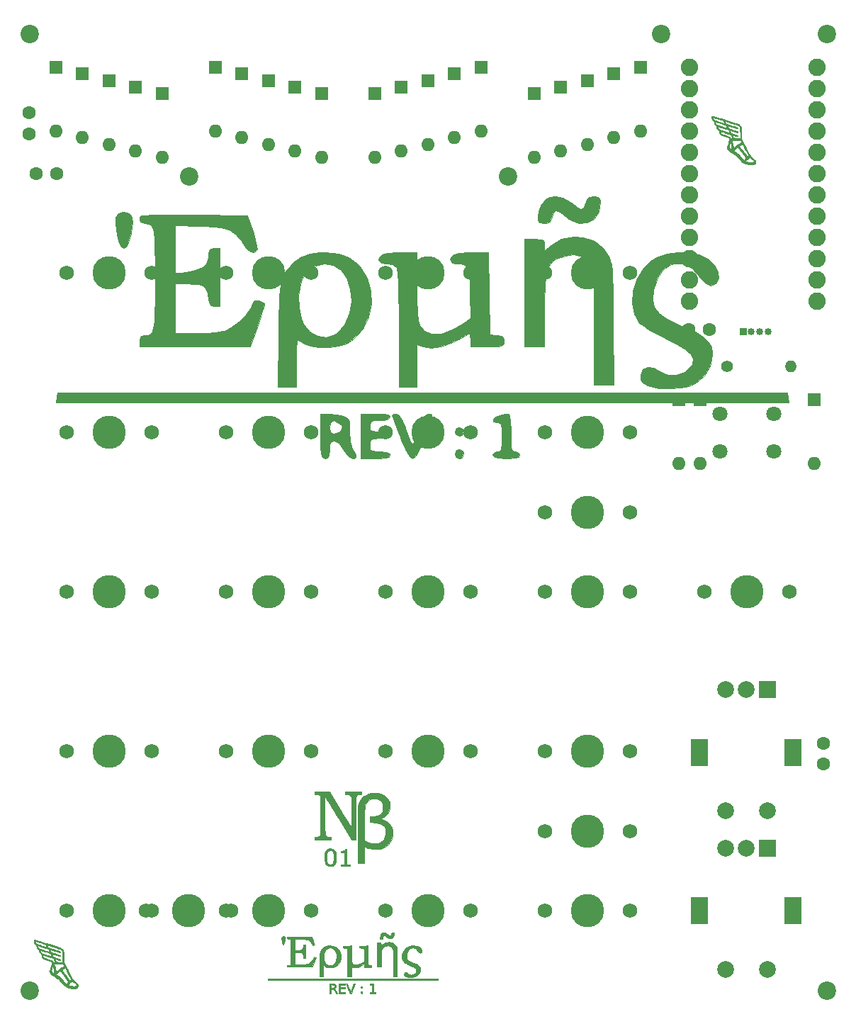
<source format=gts>
%TF.GenerationSoftware,KiCad,Pcbnew,(5.1.8)-1*%
%TF.CreationDate,2021-05-23T17:34:50+02:00*%
%TF.ProjectId,HERMES PCB,4845524d-4553-4205-9043-422e6b696361,rev?*%
%TF.SameCoordinates,Original*%
%TF.FileFunction,Soldermask,Top*%
%TF.FilePolarity,Negative*%
%FSLAX46Y46*%
G04 Gerber Fmt 4.6, Leading zero omitted, Abs format (unit mm)*
G04 Created by KiCad (PCBNEW (5.1.8)-1) date 2021-05-23 17:34:50*
%MOMM*%
%LPD*%
G01*
G04 APERTURE LIST*
%ADD10C,0.010000*%
%ADD11R,2.000000X2.000000*%
%ADD12C,2.000000*%
%ADD13R,2.000000X3.200000*%
%ADD14C,2.082800*%
%ADD15O,1.600000X1.600000*%
%ADD16R,1.600000X1.600000*%
%ADD17C,2.200000*%
%ADD18C,3.987800*%
%ADD19C,1.750000*%
%ADD20C,1.800000*%
%ADD21O,1.400000X1.400000*%
%ADD22C,1.400000*%
%ADD23O,0.850000X0.850000*%
%ADD24R,0.850000X0.850000*%
%ADD25C,1.600000*%
G04 APERTURE END LIST*
D10*
%TO.C,G\u002A\u002A\u002A*%
G36*
X121164011Y-61557570D02*
G01*
X121373733Y-61863631D01*
X121393618Y-62168080D01*
X121183806Y-63322009D01*
X120619843Y-64149504D01*
X119799936Y-64609290D01*
X118822294Y-64660090D01*
X117785124Y-64260629D01*
X117290256Y-63892698D01*
X116542204Y-63307361D01*
X116056281Y-63138204D01*
X115758853Y-63385226D01*
X115605092Y-63892698D01*
X115399006Y-64471211D01*
X114981934Y-64678836D01*
X114675986Y-64694803D01*
X114121752Y-64618789D01*
X113925072Y-64283442D01*
X113908302Y-63959540D01*
X114049824Y-63230609D01*
X114393781Y-62432352D01*
X114439109Y-62355329D01*
X114880375Y-61771746D01*
X115396758Y-61528204D01*
X116033016Y-61486382D01*
X116905467Y-61604228D01*
X117687825Y-62028335D01*
X118072767Y-62343014D01*
X118666276Y-62841989D01*
X119009667Y-63017581D01*
X119247374Y-62907337D01*
X119418912Y-62692965D01*
X119714655Y-62148729D01*
X119789407Y-61836332D01*
X120028173Y-61574521D01*
X120591513Y-61486382D01*
X121164011Y-61557570D01*
G37*
X121164011Y-61557570D02*
X121373733Y-61863631D01*
X121393618Y-62168080D01*
X121183806Y-63322009D01*
X120619843Y-64149504D01*
X119799936Y-64609290D01*
X118822294Y-64660090D01*
X117785124Y-64260629D01*
X117290256Y-63892698D01*
X116542204Y-63307361D01*
X116056281Y-63138204D01*
X115758853Y-63385226D01*
X115605092Y-63892698D01*
X115399006Y-64471211D01*
X114981934Y-64678836D01*
X114675986Y-64694803D01*
X114121752Y-64618789D01*
X113925072Y-64283442D01*
X113908302Y-63959540D01*
X114049824Y-63230609D01*
X114393781Y-62432352D01*
X114439109Y-62355329D01*
X114880375Y-61771746D01*
X115396758Y-61528204D01*
X116033016Y-61486382D01*
X116905467Y-61604228D01*
X117687825Y-62028335D01*
X118072767Y-62343014D01*
X118666276Y-62841989D01*
X119009667Y-63017581D01*
X119247374Y-62907337D01*
X119418912Y-62692965D01*
X119714655Y-62148729D01*
X119789407Y-61836332D01*
X120028173Y-61574521D01*
X120591513Y-61486382D01*
X121164011Y-61557570D01*
G36*
X65111898Y-63479078D02*
G01*
X65466433Y-63883738D01*
X65536525Y-64633898D01*
X65342343Y-65791521D01*
X65301259Y-65964803D01*
X65021641Y-66943094D01*
X64751264Y-67472355D01*
X64447143Y-67635737D01*
X64437392Y-67635856D01*
X64140225Y-67494810D01*
X63900845Y-67010072D01*
X63674815Y-66089239D01*
X63661624Y-66022770D01*
X63475152Y-64785699D01*
X63509165Y-63975716D01*
X63784094Y-63524004D01*
X64320367Y-63361746D01*
X64452755Y-63357961D01*
X65111898Y-63479078D01*
G37*
X65111898Y-63479078D02*
X65466433Y-63883738D01*
X65536525Y-64633898D01*
X65342343Y-65791521D01*
X65301259Y-65964803D01*
X65021641Y-66943094D01*
X64751264Y-67472355D01*
X64447143Y-67635737D01*
X64437392Y-67635856D01*
X64140225Y-67494810D01*
X63900845Y-67010072D01*
X63674815Y-66089239D01*
X63661624Y-66022770D01*
X63475152Y-64785699D01*
X63509165Y-63975716D01*
X63784094Y-63524004D01*
X64320367Y-63361746D01*
X64452755Y-63357961D01*
X65111898Y-63479078D01*
G36*
X70190655Y-63661712D02*
G01*
X72046305Y-63679430D01*
X72774777Y-63687418D01*
X79233830Y-63759013D01*
X79864073Y-65627785D01*
X80155301Y-66583712D01*
X80336061Y-67363203D01*
X80371260Y-67811726D01*
X80364989Y-67833575D01*
X80035365Y-68158638D01*
X79562130Y-68088135D01*
X79097755Y-67671783D01*
X78922567Y-67363224D01*
X78473870Y-66677870D01*
X77807528Y-65987076D01*
X77629429Y-65842115D01*
X77177291Y-65528191D01*
X76716988Y-65315498D01*
X76125194Y-65178338D01*
X75278579Y-65091015D01*
X74053817Y-65027832D01*
X73643643Y-65011629D01*
X70593618Y-64894883D01*
X70593618Y-70576908D01*
X71328881Y-70575417D01*
X72363029Y-70467338D01*
X73334050Y-70188791D01*
X74065387Y-69802184D01*
X74333630Y-69513313D01*
X74548260Y-68842600D01*
X74604144Y-68321854D01*
X74708138Y-67804181D01*
X75122493Y-67640139D01*
X75272565Y-67635856D01*
X75940986Y-67635856D01*
X75940986Y-74587435D01*
X75272565Y-74587435D01*
X74781717Y-74491507D01*
X74613637Y-74096052D01*
X74604144Y-73844820D01*
X74450397Y-73050057D01*
X74187931Y-72507978D01*
X73860200Y-72163546D01*
X73388555Y-71982928D01*
X72610789Y-71918057D01*
X72182668Y-71913750D01*
X70593618Y-71913750D01*
X70593618Y-77795856D01*
X73066776Y-77794364D01*
X74294119Y-77764157D01*
X75433636Y-77684871D01*
X76297342Y-77571325D01*
X76512427Y-77522750D01*
X77302564Y-77127245D01*
X78195133Y-76425822D01*
X79026851Y-75575739D01*
X79634434Y-74734251D01*
X79809021Y-74347815D01*
X80075902Y-73924524D01*
X80567952Y-73939008D01*
X80574655Y-73941055D01*
X81073981Y-74117674D01*
X81256394Y-74209917D01*
X81216190Y-74483407D01*
X81026721Y-75148802D01*
X80721296Y-76095404D01*
X80461856Y-76850386D01*
X79565594Y-79400066D01*
X66315723Y-79400066D01*
X66315723Y-78731645D01*
X66430502Y-78218416D01*
X66862054Y-78064353D01*
X66930671Y-78063224D01*
X67318087Y-78040243D01*
X67616546Y-77930274D01*
X67837617Y-77671778D01*
X67992869Y-77203216D01*
X68093873Y-76463049D01*
X68152196Y-75389739D01*
X68179409Y-73921746D01*
X68187080Y-71997531D01*
X68187302Y-71379013D01*
X68182982Y-69318289D01*
X68162308Y-67730742D01*
X68113710Y-66554832D01*
X68025621Y-65729020D01*
X67886469Y-65191769D01*
X67684687Y-64881538D01*
X67408704Y-64736789D01*
X67046952Y-64695983D01*
X66930671Y-64694803D01*
X66435455Y-64546927D01*
X66315723Y-64155313D01*
X66332043Y-63986800D01*
X66422842Y-63858530D01*
X66650882Y-63765958D01*
X67078922Y-63704536D01*
X67769724Y-63669719D01*
X68786048Y-63656960D01*
X70190655Y-63661712D01*
G37*
X70190655Y-63661712D02*
X72046305Y-63679430D01*
X72774777Y-63687418D01*
X79233830Y-63759013D01*
X79864073Y-65627785D01*
X80155301Y-66583712D01*
X80336061Y-67363203D01*
X80371260Y-67811726D01*
X80364989Y-67833575D01*
X80035365Y-68158638D01*
X79562130Y-68088135D01*
X79097755Y-67671783D01*
X78922567Y-67363224D01*
X78473870Y-66677870D01*
X77807528Y-65987076D01*
X77629429Y-65842115D01*
X77177291Y-65528191D01*
X76716988Y-65315498D01*
X76125194Y-65178338D01*
X75278579Y-65091015D01*
X74053817Y-65027832D01*
X73643643Y-65011629D01*
X70593618Y-64894883D01*
X70593618Y-70576908D01*
X71328881Y-70575417D01*
X72363029Y-70467338D01*
X73334050Y-70188791D01*
X74065387Y-69802184D01*
X74333630Y-69513313D01*
X74548260Y-68842600D01*
X74604144Y-68321854D01*
X74708138Y-67804181D01*
X75122493Y-67640139D01*
X75272565Y-67635856D01*
X75940986Y-67635856D01*
X75940986Y-74587435D01*
X75272565Y-74587435D01*
X74781717Y-74491507D01*
X74613637Y-74096052D01*
X74604144Y-73844820D01*
X74450397Y-73050057D01*
X74187931Y-72507978D01*
X73860200Y-72163546D01*
X73388555Y-71982928D01*
X72610789Y-71918057D01*
X72182668Y-71913750D01*
X70593618Y-71913750D01*
X70593618Y-77795856D01*
X73066776Y-77794364D01*
X74294119Y-77764157D01*
X75433636Y-77684871D01*
X76297342Y-77571325D01*
X76512427Y-77522750D01*
X77302564Y-77127245D01*
X78195133Y-76425822D01*
X79026851Y-75575739D01*
X79634434Y-74734251D01*
X79809021Y-74347815D01*
X80075902Y-73924524D01*
X80567952Y-73939008D01*
X80574655Y-73941055D01*
X81073981Y-74117674D01*
X81256394Y-74209917D01*
X81216190Y-74483407D01*
X81026721Y-75148802D01*
X80721296Y-76095404D01*
X80461856Y-76850386D01*
X79565594Y-79400066D01*
X66315723Y-79400066D01*
X66315723Y-78731645D01*
X66430502Y-78218416D01*
X66862054Y-78064353D01*
X66930671Y-78063224D01*
X67318087Y-78040243D01*
X67616546Y-77930274D01*
X67837617Y-77671778D01*
X67992869Y-77203216D01*
X68093873Y-76463049D01*
X68152196Y-75389739D01*
X68179409Y-73921746D01*
X68187080Y-71997531D01*
X68187302Y-71379013D01*
X68182982Y-69318289D01*
X68162308Y-67730742D01*
X68113710Y-66554832D01*
X68025621Y-65729020D01*
X67886469Y-65191769D01*
X67684687Y-64881538D01*
X67408704Y-64736789D01*
X67046952Y-64695983D01*
X66930671Y-64694803D01*
X66435455Y-64546927D01*
X66315723Y-64155313D01*
X66332043Y-63986800D01*
X66422842Y-63858530D01*
X66650882Y-63765958D01*
X67078922Y-63704536D01*
X67769724Y-63669719D01*
X68786048Y-63656960D01*
X70190655Y-63661712D01*
G36*
X119315300Y-66380184D02*
G01*
X120675398Y-66803896D01*
X121771874Y-67684827D01*
X122329407Y-68465909D01*
X122489765Y-68772269D01*
X122616022Y-69127837D01*
X122713216Y-69599473D01*
X122786384Y-70254036D01*
X122840562Y-71158386D01*
X122880788Y-72379381D01*
X122912099Y-73983882D01*
X122939532Y-76038748D01*
X122946702Y-76659540D01*
X123029260Y-83945329D01*
X120591513Y-83945329D01*
X120591513Y-70083199D01*
X119899324Y-69260580D01*
X119284142Y-68682090D01*
X118594999Y-68458714D01*
X118148152Y-68437961D01*
X117226304Y-68544982D01*
X116381189Y-68806369D01*
X116304866Y-68843539D01*
X115755146Y-69185351D01*
X115346127Y-69615005D01*
X115057786Y-70211132D01*
X114870099Y-71052365D01*
X114763043Y-72217338D01*
X114716593Y-73784684D01*
X114709407Y-75108894D01*
X114709407Y-79400066D01*
X112303092Y-79400066D01*
X112303092Y-66566382D01*
X113506250Y-66566382D01*
X114247955Y-66593161D01*
X114599357Y-66728653D01*
X114704257Y-67055588D01*
X114709407Y-67258570D01*
X114709407Y-67950759D01*
X115519383Y-67269209D01*
X116753904Y-66575236D01*
X118269252Y-66318215D01*
X119315300Y-66380184D01*
G37*
X119315300Y-66380184D02*
X120675398Y-66803896D01*
X121771874Y-67684827D01*
X122329407Y-68465909D01*
X122489765Y-68772269D01*
X122616022Y-69127837D01*
X122713216Y-69599473D01*
X122786384Y-70254036D01*
X122840562Y-71158386D01*
X122880788Y-72379381D01*
X122912099Y-73983882D01*
X122939532Y-76038748D01*
X122946702Y-76659540D01*
X123029260Y-83945329D01*
X120591513Y-83945329D01*
X120591513Y-70083199D01*
X119899324Y-69260580D01*
X119284142Y-68682090D01*
X118594999Y-68458714D01*
X118148152Y-68437961D01*
X117226304Y-68544982D01*
X116381189Y-68806369D01*
X116304866Y-68843539D01*
X115755146Y-69185351D01*
X115346127Y-69615005D01*
X115057786Y-70211132D01*
X114870099Y-71052365D01*
X114763043Y-72217338D01*
X114716593Y-73784684D01*
X114709407Y-75108894D01*
X114709407Y-79400066D01*
X112303092Y-79400066D01*
X112303092Y-66566382D01*
X113506250Y-66566382D01*
X114247955Y-66593161D01*
X114599357Y-66728653D01*
X114704257Y-67055588D01*
X114709407Y-67258570D01*
X114709407Y-67950759D01*
X115519383Y-67269209D01*
X116753904Y-66575236D01*
X118269252Y-66318215D01*
X119315300Y-66380184D01*
G36*
X99469407Y-72168538D02*
G01*
X99490537Y-73833882D01*
X99550338Y-75218469D01*
X99643428Y-76239250D01*
X99764425Y-76813173D01*
X99771459Y-76829414D01*
X100367879Y-77570351D01*
X101262446Y-77909868D01*
X102400389Y-77848283D01*
X103726939Y-77385917D01*
X104775555Y-76800245D01*
X105932503Y-76057961D01*
X105840273Y-73038916D01*
X105780724Y-71606874D01*
X105679105Y-70625099D01*
X105496508Y-70009129D01*
X105194019Y-69674506D01*
X104732729Y-69536767D01*
X104215197Y-69511529D01*
X103651900Y-69400190D01*
X103480197Y-69024718D01*
X103479934Y-69001303D01*
X103572985Y-68614133D01*
X103909438Y-68364894D01*
X104575243Y-68227040D01*
X105656352Y-68174023D01*
X106169454Y-68170592D01*
X108013134Y-68170592D01*
X108086007Y-73050066D01*
X108158881Y-77929540D01*
X109027828Y-78013322D01*
X109638902Y-78143791D01*
X109872783Y-78458419D01*
X109896776Y-78748585D01*
X109869737Y-79080029D01*
X109713578Y-79274324D01*
X109315734Y-79368041D01*
X108563638Y-79397750D01*
X107891513Y-79400066D01*
X105886250Y-79400066D01*
X105886250Y-78597961D01*
X105845792Y-78034343D01*
X105748341Y-77795902D01*
X105746833Y-77795856D01*
X105458922Y-77930331D01*
X104895539Y-78269495D01*
X104610517Y-78453946D01*
X103522376Y-79011453D01*
X102304956Y-79387487D01*
X101144246Y-79541503D01*
X100226229Y-79432955D01*
X100186214Y-79418462D01*
X99469407Y-79145933D01*
X99469407Y-84212698D01*
X97330460Y-84212698D01*
X97330460Y-77377226D01*
X97319416Y-75158855D01*
X97287439Y-73276698D01*
X97236259Y-71776728D01*
X97167607Y-70704918D01*
X97083212Y-70107241D01*
X97053685Y-70024594D01*
X96583628Y-69616304D01*
X95850527Y-69507435D01*
X95204333Y-69442796D01*
X94948096Y-69199925D01*
X94924144Y-69001303D01*
X95016905Y-68614545D01*
X95352476Y-68365424D01*
X96016793Y-68227455D01*
X97095792Y-68174156D01*
X97619696Y-68170592D01*
X99469407Y-68170592D01*
X99469407Y-72168538D01*
G37*
X99469407Y-72168538D02*
X99490537Y-73833882D01*
X99550338Y-75218469D01*
X99643428Y-76239250D01*
X99764425Y-76813173D01*
X99771459Y-76829414D01*
X100367879Y-77570351D01*
X101262446Y-77909868D01*
X102400389Y-77848283D01*
X103726939Y-77385917D01*
X104775555Y-76800245D01*
X105932503Y-76057961D01*
X105840273Y-73038916D01*
X105780724Y-71606874D01*
X105679105Y-70625099D01*
X105496508Y-70009129D01*
X105194019Y-69674506D01*
X104732729Y-69536767D01*
X104215197Y-69511529D01*
X103651900Y-69400190D01*
X103480197Y-69024718D01*
X103479934Y-69001303D01*
X103572985Y-68614133D01*
X103909438Y-68364894D01*
X104575243Y-68227040D01*
X105656352Y-68174023D01*
X106169454Y-68170592D01*
X108013134Y-68170592D01*
X108086007Y-73050066D01*
X108158881Y-77929540D01*
X109027828Y-78013322D01*
X109638902Y-78143791D01*
X109872783Y-78458419D01*
X109896776Y-78748585D01*
X109869737Y-79080029D01*
X109713578Y-79274324D01*
X109315734Y-79368041D01*
X108563638Y-79397750D01*
X107891513Y-79400066D01*
X105886250Y-79400066D01*
X105886250Y-78597961D01*
X105845792Y-78034343D01*
X105748341Y-77795902D01*
X105746833Y-77795856D01*
X105458922Y-77930331D01*
X104895539Y-78269495D01*
X104610517Y-78453946D01*
X103522376Y-79011453D01*
X102304956Y-79387487D01*
X101144246Y-79541503D01*
X100226229Y-79432955D01*
X100186214Y-79418462D01*
X99469407Y-79145933D01*
X99469407Y-84212698D01*
X97330460Y-84212698D01*
X97330460Y-77377226D01*
X97319416Y-75158855D01*
X97287439Y-73276698D01*
X97236259Y-71776728D01*
X97167607Y-70704918D01*
X97083212Y-70107241D01*
X97053685Y-70024594D01*
X96583628Y-69616304D01*
X95850527Y-69507435D01*
X95204333Y-69442796D01*
X94948096Y-69199925D01*
X94924144Y-69001303D01*
X95016905Y-68614545D01*
X95352476Y-68365424D01*
X96016793Y-68227455D01*
X97095792Y-68174156D01*
X97619696Y-68170592D01*
X99469407Y-68170592D01*
X99469407Y-72168538D01*
G36*
X90105880Y-68301103D02*
G01*
X91342526Y-68730530D01*
X92384098Y-69515720D01*
X92699592Y-69851838D01*
X93547815Y-71190293D01*
X93981944Y-72713857D01*
X94021356Y-74312548D01*
X93685423Y-75876386D01*
X92993521Y-77295387D01*
X91965024Y-78459570D01*
X91078939Y-79051784D01*
X90181617Y-79341915D01*
X89026867Y-79484913D01*
X87810771Y-79480680D01*
X86729411Y-79329116D01*
X86014232Y-79054349D01*
X85484296Y-78734216D01*
X85176750Y-78598008D01*
X85174604Y-78597961D01*
X85115863Y-78846903D01*
X85068808Y-79520090D01*
X85039069Y-80507067D01*
X85031513Y-81405329D01*
X85031513Y-84212698D01*
X82849484Y-84212698D01*
X82937937Y-77996382D01*
X82972708Y-75872611D01*
X83019422Y-74209085D01*
X83072820Y-73284491D01*
X85362371Y-73284491D01*
X85419064Y-74715654D01*
X85690285Y-76043705D01*
X85948240Y-76689520D01*
X86669931Y-77605511D01*
X87618331Y-78146612D01*
X88661830Y-78277188D01*
X89668817Y-77961604D01*
X89947113Y-77772248D01*
X90842353Y-76750109D01*
X91407576Y-75440308D01*
X91634793Y-73982084D01*
X91516014Y-72514673D01*
X91043249Y-71177312D01*
X90377766Y-70267291D01*
X89435804Y-69649961D01*
X88397791Y-69489113D01*
X87370551Y-69746472D01*
X86460904Y-70383759D01*
X85775672Y-71362699D01*
X85541861Y-72000111D01*
X85362371Y-73284491D01*
X83072820Y-73284491D01*
X83093217Y-72931320D01*
X83209230Y-71964833D01*
X83382602Y-71235142D01*
X83628470Y-70667764D01*
X83961972Y-70188215D01*
X84398248Y-69722013D01*
X84673432Y-69457602D01*
X85598916Y-68753032D01*
X86643068Y-68345980D01*
X87971486Y-68181230D01*
X88533295Y-68170592D01*
X90105880Y-68301103D01*
G37*
X90105880Y-68301103D02*
X91342526Y-68730530D01*
X92384098Y-69515720D01*
X92699592Y-69851838D01*
X93547815Y-71190293D01*
X93981944Y-72713857D01*
X94021356Y-74312548D01*
X93685423Y-75876386D01*
X92993521Y-77295387D01*
X91965024Y-78459570D01*
X91078939Y-79051784D01*
X90181617Y-79341915D01*
X89026867Y-79484913D01*
X87810771Y-79480680D01*
X86729411Y-79329116D01*
X86014232Y-79054349D01*
X85484296Y-78734216D01*
X85176750Y-78598008D01*
X85174604Y-78597961D01*
X85115863Y-78846903D01*
X85068808Y-79520090D01*
X85039069Y-80507067D01*
X85031513Y-81405329D01*
X85031513Y-84212698D01*
X82849484Y-84212698D01*
X82937937Y-77996382D01*
X82972708Y-75872611D01*
X83019422Y-74209085D01*
X83072820Y-73284491D01*
X85362371Y-73284491D01*
X85419064Y-74715654D01*
X85690285Y-76043705D01*
X85948240Y-76689520D01*
X86669931Y-77605511D01*
X87618331Y-78146612D01*
X88661830Y-78277188D01*
X89668817Y-77961604D01*
X89947113Y-77772248D01*
X90842353Y-76750109D01*
X91407576Y-75440308D01*
X91634793Y-73982084D01*
X91516014Y-72514673D01*
X91043249Y-71177312D01*
X90377766Y-70267291D01*
X89435804Y-69649961D01*
X88397791Y-69489113D01*
X87370551Y-69746472D01*
X86460904Y-70383759D01*
X85775672Y-71362699D01*
X85541861Y-72000111D01*
X85362371Y-73284491D01*
X83072820Y-73284491D01*
X83093217Y-72931320D01*
X83209230Y-71964833D01*
X83382602Y-71235142D01*
X83628470Y-70667764D01*
X83961972Y-70188215D01*
X84398248Y-69722013D01*
X84673432Y-69457602D01*
X85598916Y-68753032D01*
X86643068Y-68345980D01*
X87971486Y-68181230D01*
X88533295Y-68170592D01*
X90105880Y-68301103D01*
G36*
X132103670Y-68199960D02*
G01*
X133273132Y-68430361D01*
X133340949Y-68454970D01*
X134303636Y-68983357D01*
X135030976Y-69694963D01*
X135465844Y-70482442D01*
X135551112Y-71238444D01*
X135229653Y-71855621D01*
X135175922Y-71903102D01*
X134569994Y-72106532D01*
X133899236Y-71825457D01*
X133233340Y-71092910D01*
X133130339Y-70933481D01*
X132305692Y-69985858D01*
X131323480Y-69487330D01*
X130269690Y-69473042D01*
X129870374Y-69601053D01*
X128939003Y-70213131D01*
X128257966Y-71198915D01*
X127780481Y-72626634D01*
X127772676Y-72660212D01*
X127628049Y-73779510D01*
X127811492Y-74675134D01*
X128377243Y-75430288D01*
X129379542Y-76128178D01*
X130353779Y-76619725D01*
X131296617Y-77043335D01*
X132054520Y-77361615D01*
X132496267Y-77520137D01*
X132544650Y-77528487D01*
X132866662Y-77685648D01*
X133431621Y-78084910D01*
X133765331Y-78350058D01*
X134384571Y-78922553D01*
X134676342Y-79449481D01*
X134759773Y-80179379D01*
X134762039Y-80429514D01*
X134541190Y-81805913D01*
X133869030Y-82914797D01*
X132731134Y-83775220D01*
X131964214Y-84125515D01*
X130979823Y-84352854D01*
X129731590Y-84436777D01*
X128450698Y-84379702D01*
X127368334Y-84184049D01*
X127057839Y-84074156D01*
X126462950Y-83747747D01*
X126246925Y-83345984D01*
X126255733Y-82814622D01*
X126509054Y-82113952D01*
X127046570Y-81828371D01*
X127795280Y-81975029D01*
X128370774Y-82317752D01*
X129402401Y-82790690D01*
X130494905Y-82821561D01*
X131501003Y-82440192D01*
X132273411Y-81676408D01*
X132372657Y-81507372D01*
X132500961Y-80943555D01*
X132247954Y-80375443D01*
X131577438Y-79767732D01*
X130453216Y-79085118D01*
X129293468Y-78504156D01*
X128151341Y-77924701D01*
X127128944Y-77336930D01*
X126367053Y-76825256D01*
X126083830Y-76579586D01*
X125435328Y-75512179D01*
X125175806Y-74227078D01*
X125274884Y-72838371D01*
X125702180Y-71460149D01*
X126427315Y-70206501D01*
X127419907Y-69191515D01*
X128176076Y-68722484D01*
X129315840Y-68358416D01*
X130704805Y-68180110D01*
X132103670Y-68199960D01*
G37*
X132103670Y-68199960D02*
X133273132Y-68430361D01*
X133340949Y-68454970D01*
X134303636Y-68983357D01*
X135030976Y-69694963D01*
X135465844Y-70482442D01*
X135551112Y-71238444D01*
X135229653Y-71855621D01*
X135175922Y-71903102D01*
X134569994Y-72106532D01*
X133899236Y-71825457D01*
X133233340Y-71092910D01*
X133130339Y-70933481D01*
X132305692Y-69985858D01*
X131323480Y-69487330D01*
X130269690Y-69473042D01*
X129870374Y-69601053D01*
X128939003Y-70213131D01*
X128257966Y-71198915D01*
X127780481Y-72626634D01*
X127772676Y-72660212D01*
X127628049Y-73779510D01*
X127811492Y-74675134D01*
X128377243Y-75430288D01*
X129379542Y-76128178D01*
X130353779Y-76619725D01*
X131296617Y-77043335D01*
X132054520Y-77361615D01*
X132496267Y-77520137D01*
X132544650Y-77528487D01*
X132866662Y-77685648D01*
X133431621Y-78084910D01*
X133765331Y-78350058D01*
X134384571Y-78922553D01*
X134676342Y-79449481D01*
X134759773Y-80179379D01*
X134762039Y-80429514D01*
X134541190Y-81805913D01*
X133869030Y-82914797D01*
X132731134Y-83775220D01*
X131964214Y-84125515D01*
X130979823Y-84352854D01*
X129731590Y-84436777D01*
X128450698Y-84379702D01*
X127368334Y-84184049D01*
X127057839Y-84074156D01*
X126462950Y-83747747D01*
X126246925Y-83345984D01*
X126255733Y-82814622D01*
X126509054Y-82113952D01*
X127046570Y-81828371D01*
X127795280Y-81975029D01*
X128370774Y-82317752D01*
X129402401Y-82790690D01*
X130494905Y-82821561D01*
X131501003Y-82440192D01*
X132273411Y-81676408D01*
X132372657Y-81507372D01*
X132500961Y-80943555D01*
X132247954Y-80375443D01*
X131577438Y-79767732D01*
X130453216Y-79085118D01*
X129293468Y-78504156D01*
X128151341Y-77924701D01*
X127128944Y-77336930D01*
X126367053Y-76825256D01*
X126083830Y-76579586D01*
X125435328Y-75512179D01*
X125175806Y-74227078D01*
X125274884Y-72838371D01*
X125702180Y-71460149D01*
X126427315Y-70206501D01*
X127419907Y-69191515D01*
X128176076Y-68722484D01*
X129315840Y-68358416D01*
X130704805Y-68180110D01*
X132103670Y-68199960D01*
G36*
X143889757Y-86084277D02*
G01*
X56385900Y-86084277D01*
X56556776Y-84881119D01*
X143718881Y-84881119D01*
X143889757Y-86084277D01*
G37*
X143889757Y-86084277D02*
X56385900Y-86084277D01*
X56556776Y-84881119D01*
X143718881Y-84881119D01*
X143889757Y-86084277D01*
G36*
X104996262Y-89214387D02*
G01*
X105084144Y-89560066D01*
X104895086Y-90006921D01*
X104549407Y-90094803D01*
X104102553Y-89905745D01*
X104014671Y-89560066D01*
X104203729Y-89113211D01*
X104549407Y-89025329D01*
X104996262Y-89214387D01*
G37*
X104996262Y-89214387D02*
X105084144Y-89560066D01*
X104895086Y-90006921D01*
X104549407Y-90094803D01*
X104102553Y-89905745D01*
X104014671Y-89560066D01*
X104203729Y-89113211D01*
X104549407Y-89025329D01*
X104996262Y-89214387D01*
G36*
X110570651Y-87667962D02*
G01*
X110651506Y-88326673D01*
X110694863Y-89274522D01*
X110698881Y-89693750D01*
X110708832Y-90798771D01*
X110755087Y-91473741D01*
X110862247Y-91823221D01*
X111054915Y-91951769D01*
X111233618Y-91966382D01*
X111669105Y-92133560D01*
X111768355Y-92367435D01*
X111645154Y-92600308D01*
X111208415Y-92725336D01*
X110357434Y-92767696D01*
X110164144Y-92768487D01*
X109232652Y-92737687D01*
X108732538Y-92628502D01*
X108563097Y-92415757D01*
X108559934Y-92367435D01*
X108782838Y-92040819D01*
X109094671Y-91966382D01*
X109384062Y-91912217D01*
X109545404Y-91670950D01*
X109615054Y-91124423D01*
X109629407Y-90228487D01*
X109612741Y-89287966D01*
X109538505Y-88763603D01*
X109370343Y-88537240D01*
X109094671Y-88490592D01*
X108641066Y-88366164D01*
X108590059Y-88081866D01*
X108897155Y-87771179D01*
X109395460Y-87588224D01*
X110051009Y-87470716D01*
X110462737Y-87421126D01*
X110464934Y-87421119D01*
X110570651Y-87667962D01*
G37*
X110570651Y-87667962D02*
X110651506Y-88326673D01*
X110694863Y-89274522D01*
X110698881Y-89693750D01*
X110708832Y-90798771D01*
X110755087Y-91473741D01*
X110862247Y-91823221D01*
X111054915Y-91951769D01*
X111233618Y-91966382D01*
X111669105Y-92133560D01*
X111768355Y-92367435D01*
X111645154Y-92600308D01*
X111208415Y-92725336D01*
X110357434Y-92767696D01*
X110164144Y-92768487D01*
X109232652Y-92737687D01*
X108732538Y-92628502D01*
X108563097Y-92415757D01*
X108559934Y-92367435D01*
X108782838Y-92040819D01*
X109094671Y-91966382D01*
X109384062Y-91912217D01*
X109545404Y-91670950D01*
X109615054Y-91124423D01*
X109629407Y-90228487D01*
X109612741Y-89287966D01*
X109538505Y-88763603D01*
X109370343Y-88537240D01*
X109094671Y-88490592D01*
X108641066Y-88366164D01*
X108590059Y-88081866D01*
X108897155Y-87771179D01*
X109395460Y-87588224D01*
X110051009Y-87470716D01*
X110462737Y-87421126D01*
X110464934Y-87421119D01*
X110570651Y-87667962D01*
G36*
X104996262Y-91888071D02*
G01*
X105084144Y-92233750D01*
X104895086Y-92680605D01*
X104549407Y-92768487D01*
X104102553Y-92579429D01*
X104014671Y-92233750D01*
X104203729Y-91786895D01*
X104549407Y-91699013D01*
X104996262Y-91888071D01*
G37*
X104996262Y-91888071D02*
X105084144Y-92233750D01*
X104895086Y-92680605D01*
X104549407Y-92768487D01*
X104102553Y-92579429D01*
X104014671Y-92233750D01*
X104203729Y-91786895D01*
X104549407Y-91699013D01*
X104996262Y-91888071D01*
G36*
X101129147Y-87436472D02*
G01*
X101269827Y-87539031D01*
X101271321Y-87813547D01*
X101119529Y-88344770D01*
X100800354Y-89217450D01*
X100385244Y-90295329D01*
X99834165Y-91632142D01*
X99382684Y-92456218D01*
X98983380Y-92767339D01*
X98588835Y-92565289D01*
X98151629Y-91849850D01*
X97624343Y-90620804D01*
X97491769Y-90282053D01*
X97084124Y-89212285D01*
X96761907Y-88333024D01*
X96566977Y-87760443D01*
X96528355Y-87608369D01*
X96750706Y-87451189D01*
X97013647Y-87421119D01*
X97351137Y-87582676D01*
X97694541Y-88116835D01*
X98090754Y-89097823D01*
X98113533Y-89162030D01*
X98446166Y-90048769D01*
X98732365Y-90713828D01*
X98911257Y-91016025D01*
X98913529Y-91017526D01*
X99082717Y-90842110D01*
X99359685Y-90273515D01*
X99689165Y-89427834D01*
X99742353Y-89276615D01*
X100146061Y-88231339D01*
X100487881Y-87638128D01*
X100811411Y-87424817D01*
X100863380Y-87421119D01*
X101129147Y-87436472D01*
G37*
X101129147Y-87436472D02*
X101269827Y-87539031D01*
X101271321Y-87813547D01*
X101119529Y-88344770D01*
X100800354Y-89217450D01*
X100385244Y-90295329D01*
X99834165Y-91632142D01*
X99382684Y-92456218D01*
X98983380Y-92767339D01*
X98588835Y-92565289D01*
X98151629Y-91849850D01*
X97624343Y-90620804D01*
X97491769Y-90282053D01*
X97084124Y-89212285D01*
X96761907Y-88333024D01*
X96566977Y-87760443D01*
X96528355Y-87608369D01*
X96750706Y-87451189D01*
X97013647Y-87421119D01*
X97351137Y-87582676D01*
X97694541Y-88116835D01*
X98090754Y-89097823D01*
X98113533Y-89162030D01*
X98446166Y-90048769D01*
X98732365Y-90713828D01*
X98911257Y-91016025D01*
X98913529Y-91017526D01*
X99082717Y-90842110D01*
X99359685Y-90273515D01*
X99689165Y-89427834D01*
X99742353Y-89276615D01*
X100146061Y-88231339D01*
X100487881Y-87638128D01*
X100811411Y-87424817D01*
X100863380Y-87421119D01*
X101129147Y-87436472D01*
G36*
X95497903Y-87447893D02*
G01*
X96039707Y-87543564D01*
X96248261Y-87731152D01*
X96260986Y-87822171D01*
X96103528Y-88086510D01*
X95568135Y-88206917D01*
X95057828Y-88223224D01*
X94315385Y-88250929D01*
X93963622Y-88387107D01*
X93859266Y-88711357D01*
X93854671Y-88891645D01*
X93904539Y-89304114D01*
X94149660Y-89499537D01*
X94733311Y-89557513D01*
X95057828Y-89560066D01*
X95850845Y-89612552D01*
X96212065Y-89791016D01*
X96260986Y-89961119D01*
X96103528Y-90225458D01*
X95568135Y-90345864D01*
X95057828Y-90362171D01*
X94317988Y-90385423D01*
X93967576Y-90519675D01*
X93861472Y-90861674D01*
X93854671Y-91164277D01*
X93889548Y-91657503D01*
X94090927Y-91891112D01*
X94603925Y-91961848D01*
X95057828Y-91966382D01*
X95850845Y-92018868D01*
X96212065Y-92197332D01*
X96260986Y-92367435D01*
X96144964Y-92592391D01*
X95730390Y-92717423D01*
X94917508Y-92765550D01*
X94523092Y-92768487D01*
X92785197Y-92768487D01*
X92785197Y-87421119D01*
X94523092Y-87421119D01*
X95497903Y-87447893D01*
G37*
X95497903Y-87447893D02*
X96039707Y-87543564D01*
X96248261Y-87731152D01*
X96260986Y-87822171D01*
X96103528Y-88086510D01*
X95568135Y-88206917D01*
X95057828Y-88223224D01*
X94315385Y-88250929D01*
X93963622Y-88387107D01*
X93859266Y-88711357D01*
X93854671Y-88891645D01*
X93904539Y-89304114D01*
X94149660Y-89499537D01*
X94733311Y-89557513D01*
X95057828Y-89560066D01*
X95850845Y-89612552D01*
X96212065Y-89791016D01*
X96260986Y-89961119D01*
X96103528Y-90225458D01*
X95568135Y-90345864D01*
X95057828Y-90362171D01*
X94317988Y-90385423D01*
X93967576Y-90519675D01*
X93861472Y-90861674D01*
X93854671Y-91164277D01*
X93889548Y-91657503D01*
X94090927Y-91891112D01*
X94603925Y-91961848D01*
X95057828Y-91966382D01*
X95850845Y-92018868D01*
X96212065Y-92197332D01*
X96260986Y-92367435D01*
X96144964Y-92592391D01*
X95730390Y-92717423D01*
X94917508Y-92765550D01*
X94523092Y-92768487D01*
X92785197Y-92768487D01*
X92785197Y-87421119D01*
X94523092Y-87421119D01*
X95497903Y-87447893D01*
G36*
X89917836Y-87503128D02*
G01*
X90701112Y-87703893D01*
X90780018Y-87737174D01*
X91191696Y-87980441D01*
X91385185Y-88330350D01*
X91424915Y-88958262D01*
X91408312Y-89408227D01*
X91502767Y-90766487D01*
X91796699Y-91618894D01*
X92138335Y-92303503D01*
X92210167Y-92643613D01*
X92008908Y-92758315D01*
X91764957Y-92768487D01*
X91316384Y-92536453D01*
X90811288Y-91920368D01*
X90678375Y-91699013D01*
X90136325Y-90948414D01*
X89623382Y-90634409D01*
X89559668Y-90629540D01*
X89219747Y-90725495D01*
X89069847Y-91104985D01*
X89042039Y-91699013D01*
X88997196Y-92398702D01*
X88815951Y-92707937D01*
X88507302Y-92768487D01*
X88263923Y-92731792D01*
X88108122Y-92557181D01*
X88020540Y-92147869D01*
X87981822Y-91407069D01*
X87972609Y-90237995D01*
X87972565Y-90094803D01*
X87972565Y-89025329D01*
X89042039Y-89025329D01*
X89131197Y-89619083D01*
X89449719Y-89822741D01*
X89544038Y-89827435D01*
X90124368Y-89633283D01*
X90402893Y-89397449D01*
X90606620Y-89017621D01*
X90382570Y-88696250D01*
X90250845Y-88595344D01*
X89590169Y-88249466D01*
X89188788Y-88370456D01*
X89042802Y-88959701D01*
X89042039Y-89025329D01*
X87972565Y-89025329D01*
X87972565Y-87421119D01*
X89029458Y-87421119D01*
X89917836Y-87503128D01*
G37*
X89917836Y-87503128D02*
X90701112Y-87703893D01*
X90780018Y-87737174D01*
X91191696Y-87980441D01*
X91385185Y-88330350D01*
X91424915Y-88958262D01*
X91408312Y-89408227D01*
X91502767Y-90766487D01*
X91796699Y-91618894D01*
X92138335Y-92303503D01*
X92210167Y-92643613D01*
X92008908Y-92758315D01*
X91764957Y-92768487D01*
X91316384Y-92536453D01*
X90811288Y-91920368D01*
X90678375Y-91699013D01*
X90136325Y-90948414D01*
X89623382Y-90634409D01*
X89559668Y-90629540D01*
X89219747Y-90725495D01*
X89069847Y-91104985D01*
X89042039Y-91699013D01*
X88997196Y-92398702D01*
X88815951Y-92707937D01*
X88507302Y-92768487D01*
X88263923Y-92731792D01*
X88108122Y-92557181D01*
X88020540Y-92147869D01*
X87981822Y-91407069D01*
X87972609Y-90237995D01*
X87972565Y-90094803D01*
X87972565Y-89025329D01*
X89042039Y-89025329D01*
X89131197Y-89619083D01*
X89449719Y-89822741D01*
X89544038Y-89827435D01*
X90124368Y-89633283D01*
X90402893Y-89397449D01*
X90606620Y-89017621D01*
X90382570Y-88696250D01*
X90250845Y-88595344D01*
X89590169Y-88249466D01*
X89188788Y-88370456D01*
X89042802Y-88959701D01*
X89042039Y-89025329D01*
X87972565Y-89025329D01*
X87972565Y-87421119D01*
X89029458Y-87421119D01*
X89917836Y-87503128D01*
G36*
X89284721Y-155516013D02*
G01*
X89456996Y-155523541D01*
X89587498Y-155546777D01*
X89682216Y-155588018D01*
X89747141Y-155649561D01*
X89777708Y-155705083D01*
X89805673Y-155824815D01*
X89792935Y-155940362D01*
X89741914Y-156038954D01*
X89707822Y-156073790D01*
X89631350Y-156138137D01*
X89694214Y-156205074D01*
X89733894Y-156257830D01*
X89785450Y-156340739D01*
X89839866Y-156438960D01*
X89859140Y-156476650D01*
X89961202Y-156681289D01*
X89874386Y-156681289D01*
X89831312Y-156678884D01*
X89799085Y-156665826D01*
X89769339Y-156633354D01*
X89733706Y-156572704D01*
X89690830Y-156489053D01*
X89626676Y-156368583D01*
X89571487Y-156286513D01*
X89516344Y-156234971D01*
X89452332Y-156206080D01*
X89370533Y-156191969D01*
X89352550Y-156190334D01*
X89216508Y-156179052D01*
X89216508Y-156681289D01*
X89042875Y-156681289D01*
X89042875Y-156066951D01*
X89216508Y-156066951D01*
X89381053Y-156056474D01*
X89477063Y-156047180D01*
X89537942Y-156031286D01*
X89578131Y-156004160D01*
X89591893Y-155988824D01*
X89633327Y-155901220D01*
X89627396Y-155800702D01*
X89610023Y-155753645D01*
X89585723Y-155711529D01*
X89551534Y-155683972D01*
X89495732Y-155665974D01*
X89406589Y-155652534D01*
X89361186Y-155647547D01*
X89216508Y-155632425D01*
X89216508Y-156066951D01*
X89042875Y-156066951D01*
X89042875Y-155515469D01*
X89284721Y-155516013D01*
G37*
X89284721Y-155516013D02*
X89456996Y-155523541D01*
X89587498Y-155546777D01*
X89682216Y-155588018D01*
X89747141Y-155649561D01*
X89777708Y-155705083D01*
X89805673Y-155824815D01*
X89792935Y-155940362D01*
X89741914Y-156038954D01*
X89707822Y-156073790D01*
X89631350Y-156138137D01*
X89694214Y-156205074D01*
X89733894Y-156257830D01*
X89785450Y-156340739D01*
X89839866Y-156438960D01*
X89859140Y-156476650D01*
X89961202Y-156681289D01*
X89874386Y-156681289D01*
X89831312Y-156678884D01*
X89799085Y-156665826D01*
X89769339Y-156633354D01*
X89733706Y-156572704D01*
X89690830Y-156489053D01*
X89626676Y-156368583D01*
X89571487Y-156286513D01*
X89516344Y-156234971D01*
X89452332Y-156206080D01*
X89370533Y-156191969D01*
X89352550Y-156190334D01*
X89216508Y-156179052D01*
X89216508Y-156681289D01*
X89042875Y-156681289D01*
X89042875Y-156066951D01*
X89216508Y-156066951D01*
X89381053Y-156056474D01*
X89477063Y-156047180D01*
X89537942Y-156031286D01*
X89578131Y-156004160D01*
X89591893Y-155988824D01*
X89633327Y-155901220D01*
X89627396Y-155800702D01*
X89610023Y-155753645D01*
X89585723Y-155711529D01*
X89551534Y-155683972D01*
X89495732Y-155665974D01*
X89406589Y-155652534D01*
X89361186Y-155647547D01*
X89216508Y-155632425D01*
X89216508Y-156066951D01*
X89042875Y-156066951D01*
X89042875Y-155515469D01*
X89284721Y-155516013D01*
G36*
X90898673Y-155583682D02*
G01*
X90890825Y-155651894D01*
X90332719Y-155665922D01*
X90332719Y-155986758D01*
X90878422Y-155986758D01*
X90878422Y-156135586D01*
X90332719Y-156135586D01*
X90332719Y-156557266D01*
X90903227Y-156557266D01*
X90903227Y-156681289D01*
X90159086Y-156681289D01*
X90159086Y-155515469D01*
X90906522Y-155515469D01*
X90898673Y-155583682D01*
G37*
X90898673Y-155583682D02*
X90890825Y-155651894D01*
X90332719Y-155665922D01*
X90332719Y-155986758D01*
X90878422Y-155986758D01*
X90878422Y-156135586D01*
X90332719Y-156135586D01*
X90332719Y-156557266D01*
X90903227Y-156557266D01*
X90903227Y-156681289D01*
X90159086Y-156681289D01*
X90159086Y-155515469D01*
X90906522Y-155515469D01*
X90898673Y-155583682D01*
G36*
X91373598Y-156000081D02*
G01*
X91427799Y-156144031D01*
X91476192Y-156270296D01*
X91516140Y-156372183D01*
X91545006Y-156442997D01*
X91560154Y-156476043D01*
X91561654Y-156477571D01*
X91572083Y-156453257D01*
X91597137Y-156389457D01*
X91634129Y-156293172D01*
X91680374Y-156171409D01*
X91733185Y-156031170D01*
X91747505Y-155992959D01*
X91926279Y-155515469D01*
X92010065Y-155515469D01*
X92066153Y-155517080D01*
X92093043Y-155521023D01*
X92093457Y-155521670D01*
X92084836Y-155545539D01*
X92060804Y-155609373D01*
X92023773Y-155706837D01*
X91976155Y-155831598D01*
X91920360Y-155977322D01*
X91873901Y-156098379D01*
X91654739Y-156668887D01*
X91566541Y-156676448D01*
X91504892Y-156676351D01*
X91468118Y-156666285D01*
X91465865Y-156663818D01*
X91453757Y-156635699D01*
X91426739Y-156568093D01*
X91387503Y-156467897D01*
X91338741Y-156342006D01*
X91283146Y-156197316D01*
X91254725Y-156122956D01*
X91196338Y-155969985D01*
X91143197Y-155830866D01*
X91098092Y-155712893D01*
X91063813Y-155623360D01*
X91043148Y-155569562D01*
X91039004Y-155558877D01*
X91035423Y-155529481D01*
X91063279Y-155517307D01*
X91107281Y-155515469D01*
X91192620Y-155515469D01*
X91373598Y-156000081D01*
G37*
X91373598Y-156000081D02*
X91427799Y-156144031D01*
X91476192Y-156270296D01*
X91516140Y-156372183D01*
X91545006Y-156442997D01*
X91560154Y-156476043D01*
X91561654Y-156477571D01*
X91572083Y-156453257D01*
X91597137Y-156389457D01*
X91634129Y-156293172D01*
X91680374Y-156171409D01*
X91733185Y-156031170D01*
X91747505Y-155992959D01*
X91926279Y-155515469D01*
X92010065Y-155515469D01*
X92066153Y-155517080D01*
X92093043Y-155521023D01*
X92093457Y-155521670D01*
X92084836Y-155545539D01*
X92060804Y-155609373D01*
X92023773Y-155706837D01*
X91976155Y-155831598D01*
X91920360Y-155977322D01*
X91873901Y-156098379D01*
X91654739Y-156668887D01*
X91566541Y-156676448D01*
X91504892Y-156676351D01*
X91468118Y-156666285D01*
X91465865Y-156663818D01*
X91453757Y-156635699D01*
X91426739Y-156568093D01*
X91387503Y-156467897D01*
X91338741Y-156342006D01*
X91283146Y-156197316D01*
X91254725Y-156122956D01*
X91196338Y-155969985D01*
X91143197Y-155830866D01*
X91098092Y-155712893D01*
X91063813Y-155623360D01*
X91043148Y-155569562D01*
X91039004Y-155558877D01*
X91035423Y-155529481D01*
X91063279Y-155517307D01*
X91107281Y-155515469D01*
X91192620Y-155515469D01*
X91373598Y-156000081D01*
G36*
X92930785Y-156485855D02*
G01*
X92955488Y-156504402D01*
X92961822Y-156552793D01*
X92962016Y-156582070D01*
X92959388Y-156645596D01*
X92943160Y-156673828D01*
X92900817Y-156681067D01*
X92875200Y-156681289D01*
X92819614Y-156678285D01*
X92794912Y-156659739D01*
X92788577Y-156611347D01*
X92788383Y-156582070D01*
X92791011Y-156518544D01*
X92807240Y-156490313D01*
X92849582Y-156483073D01*
X92875200Y-156482851D01*
X92930785Y-156485855D01*
G37*
X92930785Y-156485855D02*
X92955488Y-156504402D01*
X92961822Y-156552793D01*
X92962016Y-156582070D01*
X92959388Y-156645596D01*
X92943160Y-156673828D01*
X92900817Y-156681067D01*
X92875200Y-156681289D01*
X92819614Y-156678285D01*
X92794912Y-156659739D01*
X92788577Y-156611347D01*
X92788383Y-156582070D01*
X92791011Y-156518544D01*
X92807240Y-156490313D01*
X92849582Y-156483073D01*
X92875200Y-156482851D01*
X92930785Y-156485855D01*
G36*
X94276664Y-156557266D02*
G01*
X94400688Y-156557266D01*
X94474295Y-156559276D01*
X94511015Y-156569537D01*
X94523536Y-156594390D01*
X94524711Y-156619277D01*
X94524711Y-156681289D01*
X93854985Y-156681289D01*
X93854985Y-156619277D01*
X93859006Y-156582474D01*
X93879527Y-156564114D01*
X93929235Y-156557853D01*
X93979008Y-156557266D01*
X94103032Y-156557266D01*
X94103032Y-156109110D01*
X94102717Y-155949868D01*
X94101345Y-155833781D01*
X94098273Y-155754396D01*
X94092856Y-155705259D01*
X94084451Y-155679918D01*
X94072416Y-155671919D01*
X94059623Y-155673705D01*
X94006586Y-155686487D01*
X93933649Y-155701059D01*
X93923198Y-155702942D01*
X93862714Y-155711175D01*
X93836527Y-155700780D01*
X93830299Y-155662931D01*
X93830180Y-155645677D01*
X93833600Y-155603429D01*
X93851673Y-155577754D01*
X93896117Y-155560149D01*
X93970743Y-155543698D01*
X94065311Y-155527664D01*
X94153939Y-155517436D01*
X94193985Y-155515469D01*
X94276664Y-155515469D01*
X94276664Y-156557266D01*
G37*
X94276664Y-156557266D02*
X94400688Y-156557266D01*
X94474295Y-156559276D01*
X94511015Y-156569537D01*
X94523536Y-156594390D01*
X94524711Y-156619277D01*
X94524711Y-156681289D01*
X93854985Y-156681289D01*
X93854985Y-156619277D01*
X93859006Y-156582474D01*
X93879527Y-156564114D01*
X93929235Y-156557853D01*
X93979008Y-156557266D01*
X94103032Y-156557266D01*
X94103032Y-156109110D01*
X94102717Y-155949868D01*
X94101345Y-155833781D01*
X94098273Y-155754396D01*
X94092856Y-155705259D01*
X94084451Y-155679918D01*
X94072416Y-155671919D01*
X94059623Y-155673705D01*
X94006586Y-155686487D01*
X93933649Y-155701059D01*
X93923198Y-155702942D01*
X93862714Y-155711175D01*
X93836527Y-155700780D01*
X93830299Y-155662931D01*
X93830180Y-155645677D01*
X93833600Y-155603429D01*
X93851673Y-155577754D01*
X93896117Y-155560149D01*
X93970743Y-155543698D01*
X94065311Y-155527664D01*
X94153939Y-155517436D01*
X94193985Y-155515469D01*
X94276664Y-155515469D01*
X94276664Y-156557266D01*
G36*
X92930785Y-155865738D02*
G01*
X92955488Y-155884284D01*
X92961822Y-155932676D01*
X92962016Y-155961953D01*
X92959388Y-156025479D01*
X92943160Y-156053711D01*
X92900817Y-156060950D01*
X92875200Y-156061172D01*
X92819614Y-156058168D01*
X92794912Y-156039622D01*
X92788577Y-155991230D01*
X92788383Y-155961953D01*
X92791011Y-155898427D01*
X92807240Y-155870195D01*
X92849582Y-155862956D01*
X92875200Y-155862734D01*
X92930785Y-155865738D01*
G37*
X92930785Y-155865738D02*
X92955488Y-155884284D01*
X92961822Y-155932676D01*
X92962016Y-155961953D01*
X92959388Y-156025479D01*
X92943160Y-156053711D01*
X92900817Y-156060950D01*
X92875200Y-156061172D01*
X92819614Y-156058168D01*
X92794912Y-156039622D01*
X92788577Y-155991230D01*
X92788383Y-155961953D01*
X92791011Y-155898427D01*
X92807240Y-155870195D01*
X92849582Y-155862956D01*
X92875200Y-155862734D01*
X92930785Y-155865738D01*
G36*
X102015727Y-155118594D02*
G01*
X81651079Y-155118594D01*
X81651079Y-154895351D01*
X102015727Y-154895351D01*
X102015727Y-155118594D01*
G37*
X102015727Y-155118594D02*
X81651079Y-155118594D01*
X81651079Y-154895351D01*
X102015727Y-154895351D01*
X102015727Y-155118594D01*
G36*
X99313768Y-150997028D02*
G01*
X99533780Y-151053796D01*
X99731866Y-151144943D01*
X99845317Y-151222887D01*
X99960194Y-151334417D01*
X100038459Y-151451971D01*
X100077960Y-151569049D01*
X100076544Y-151679152D01*
X100032056Y-151775781D01*
X100029552Y-151779018D01*
X99981735Y-151824086D01*
X99920277Y-151842350D01*
X99873840Y-151844375D01*
X99789153Y-151835887D01*
X99720771Y-151805387D01*
X99658992Y-151745322D01*
X99594116Y-151648137D01*
X99571797Y-151609182D01*
X99461797Y-151446547D01*
X99337960Y-151330265D01*
X99196559Y-151258120D01*
X99033865Y-151227897D01*
X98931246Y-151228509D01*
X98767596Y-151258278D01*
X98626899Y-151327469D01*
X98503179Y-151439746D01*
X98430337Y-151535628D01*
X98337190Y-151694840D01*
X98276190Y-151853689D01*
X98242933Y-152027648D01*
X98233012Y-152228848D01*
X98234265Y-152346757D01*
X98239753Y-152429137D01*
X98252070Y-152490038D01*
X98273812Y-152543513D01*
X98299778Y-152590463D01*
X98358263Y-152669723D01*
X98440964Y-152746247D01*
X98552658Y-152822934D01*
X98698119Y-152902683D01*
X98882123Y-152988392D01*
X99109445Y-153082961D01*
X99114113Y-153084822D01*
X99341541Y-153181120D01*
X99524155Y-153272407D01*
X99665965Y-153362473D01*
X99770981Y-153455107D01*
X99843211Y-153554099D01*
X99886664Y-153663238D01*
X99905350Y-153786313D01*
X99906784Y-153834021D01*
X99883596Y-154021015D01*
X99815175Y-154196816D01*
X99705443Y-154356950D01*
X99558319Y-154496944D01*
X99377722Y-154612323D01*
X99167574Y-154698614D01*
X99142572Y-154706211D01*
X99016050Y-154733084D01*
X98860107Y-154751129D01*
X98694327Y-154759239D01*
X98538295Y-154756307D01*
X98438314Y-154746018D01*
X98272858Y-154707543D01*
X98132723Y-154650255D01*
X98023808Y-154578163D01*
X97952014Y-154495278D01*
X97923239Y-154405609D01*
X97922954Y-154395724D01*
X97938563Y-154298835D01*
X97989255Y-154232834D01*
X98046178Y-154201151D01*
X98145125Y-154181084D01*
X98245638Y-154204742D01*
X98352942Y-154273767D01*
X98395087Y-154310831D01*
X98496978Y-154390763D01*
X98597204Y-154442375D01*
X98618995Y-154449274D01*
X98757551Y-154466799D01*
X98906388Y-154452589D01*
X99053807Y-154411089D01*
X99188107Y-154346746D01*
X99297591Y-154264006D01*
X99370558Y-154167314D01*
X99372738Y-154162827D01*
X99407180Y-154046951D01*
X99412058Y-153921146D01*
X99387157Y-153807413D01*
X99376469Y-153783862D01*
X99343569Y-153732500D01*
X99296883Y-153684989D01*
X99229405Y-153636761D01*
X99134127Y-153583249D01*
X99004042Y-153519884D01*
X98895610Y-153470400D01*
X98652505Y-153359729D01*
X98450804Y-153263757D01*
X98285696Y-153179146D01*
X98152370Y-153102557D01*
X98046018Y-153030650D01*
X97961828Y-152960087D01*
X97894989Y-152887529D01*
X97840693Y-152809637D01*
X97794129Y-152723072D01*
X97782128Y-152697496D01*
X97722044Y-152509078D01*
X97703046Y-152305403D01*
X97722182Y-152094059D01*
X97776504Y-151882637D01*
X97863062Y-151678727D01*
X97978905Y-151489919D01*
X98121086Y-151323803D01*
X98286653Y-151187970D01*
X98392967Y-151125683D01*
X98611430Y-151038965D01*
X98843668Y-150989015D01*
X99080756Y-150975235D01*
X99313768Y-150997028D01*
G37*
X99313768Y-150997028D02*
X99533780Y-151053796D01*
X99731866Y-151144943D01*
X99845317Y-151222887D01*
X99960194Y-151334417D01*
X100038459Y-151451971D01*
X100077960Y-151569049D01*
X100076544Y-151679152D01*
X100032056Y-151775781D01*
X100029552Y-151779018D01*
X99981735Y-151824086D01*
X99920277Y-151842350D01*
X99873840Y-151844375D01*
X99789153Y-151835887D01*
X99720771Y-151805387D01*
X99658992Y-151745322D01*
X99594116Y-151648137D01*
X99571797Y-151609182D01*
X99461797Y-151446547D01*
X99337960Y-151330265D01*
X99196559Y-151258120D01*
X99033865Y-151227897D01*
X98931246Y-151228509D01*
X98767596Y-151258278D01*
X98626899Y-151327469D01*
X98503179Y-151439746D01*
X98430337Y-151535628D01*
X98337190Y-151694840D01*
X98276190Y-151853689D01*
X98242933Y-152027648D01*
X98233012Y-152228848D01*
X98234265Y-152346757D01*
X98239753Y-152429137D01*
X98252070Y-152490038D01*
X98273812Y-152543513D01*
X98299778Y-152590463D01*
X98358263Y-152669723D01*
X98440964Y-152746247D01*
X98552658Y-152822934D01*
X98698119Y-152902683D01*
X98882123Y-152988392D01*
X99109445Y-153082961D01*
X99114113Y-153084822D01*
X99341541Y-153181120D01*
X99524155Y-153272407D01*
X99665965Y-153362473D01*
X99770981Y-153455107D01*
X99843211Y-153554099D01*
X99886664Y-153663238D01*
X99905350Y-153786313D01*
X99906784Y-153834021D01*
X99883596Y-154021015D01*
X99815175Y-154196816D01*
X99705443Y-154356950D01*
X99558319Y-154496944D01*
X99377722Y-154612323D01*
X99167574Y-154698614D01*
X99142572Y-154706211D01*
X99016050Y-154733084D01*
X98860107Y-154751129D01*
X98694327Y-154759239D01*
X98538295Y-154756307D01*
X98438314Y-154746018D01*
X98272858Y-154707543D01*
X98132723Y-154650255D01*
X98023808Y-154578163D01*
X97952014Y-154495278D01*
X97923239Y-154405609D01*
X97922954Y-154395724D01*
X97938563Y-154298835D01*
X97989255Y-154232834D01*
X98046178Y-154201151D01*
X98145125Y-154181084D01*
X98245638Y-154204742D01*
X98352942Y-154273767D01*
X98395087Y-154310831D01*
X98496978Y-154390763D01*
X98597204Y-154442375D01*
X98618995Y-154449274D01*
X98757551Y-154466799D01*
X98906388Y-154452589D01*
X99053807Y-154411089D01*
X99188107Y-154346746D01*
X99297591Y-154264006D01*
X99370558Y-154167314D01*
X99372738Y-154162827D01*
X99407180Y-154046951D01*
X99412058Y-153921146D01*
X99387157Y-153807413D01*
X99376469Y-153783862D01*
X99343569Y-153732500D01*
X99296883Y-153684989D01*
X99229405Y-153636761D01*
X99134127Y-153583249D01*
X99004042Y-153519884D01*
X98895610Y-153470400D01*
X98652505Y-153359729D01*
X98450804Y-153263757D01*
X98285696Y-153179146D01*
X98152370Y-153102557D01*
X98046018Y-153030650D01*
X97961828Y-152960087D01*
X97894989Y-152887529D01*
X97840693Y-152809637D01*
X97794129Y-152723072D01*
X97782128Y-152697496D01*
X97722044Y-152509078D01*
X97703046Y-152305403D01*
X97722182Y-152094059D01*
X97776504Y-151882637D01*
X97863062Y-151678727D01*
X97978905Y-151489919D01*
X98121086Y-151323803D01*
X98286653Y-151187970D01*
X98392967Y-151125683D01*
X98611430Y-151038965D01*
X98843668Y-150989015D01*
X99080756Y-150975235D01*
X99313768Y-150997028D01*
G36*
X89412129Y-150998709D02*
G01*
X89487211Y-151014442D01*
X89706639Y-151090576D01*
X89901012Y-151208118D01*
X90067550Y-151364151D01*
X90203477Y-151555757D01*
X90306015Y-151780020D01*
X90347657Y-151918149D01*
X90371452Y-152060720D01*
X90380893Y-152229346D01*
X90376702Y-152407705D01*
X90359600Y-152579469D01*
X90330307Y-152728314D01*
X90308916Y-152795391D01*
X90196443Y-153025093D01*
X90051009Y-153217995D01*
X89874046Y-153373050D01*
X89666984Y-153489212D01*
X89431255Y-153565432D01*
X89211948Y-153597840D01*
X88968243Y-153597078D01*
X88747518Y-153556024D01*
X88552931Y-153475602D01*
X88387640Y-153356737D01*
X88387395Y-153356512D01*
X88273930Y-153251924D01*
X88273930Y-154696914D01*
X87827446Y-154696914D01*
X87827506Y-153648916D01*
X87828374Y-153281398D01*
X87831381Y-152959627D01*
X87837198Y-152679761D01*
X87846498Y-152437959D01*
X87856129Y-152289338D01*
X88350609Y-152289338D01*
X88361958Y-152507339D01*
X88397633Y-152716769D01*
X88457409Y-152907527D01*
X88541056Y-153069510D01*
X88589009Y-153133361D01*
X88714728Y-153243565D01*
X88868279Y-153318842D01*
X89039956Y-153356697D01*
X89220051Y-153354637D01*
X89346381Y-153327973D01*
X89481934Y-153262433D01*
X89601112Y-153155809D01*
X89701980Y-153014480D01*
X89782605Y-152844823D01*
X89841050Y-152653215D01*
X89875382Y-152446035D01*
X89883665Y-152229660D01*
X89863965Y-152010469D01*
X89814347Y-151794838D01*
X89812894Y-151790151D01*
X89734339Y-151607392D01*
X89627176Y-151459232D01*
X89497463Y-151346904D01*
X89351255Y-151271641D01*
X89194610Y-151234674D01*
X89033583Y-151237239D01*
X88874233Y-151280566D01*
X88722614Y-151365890D01*
X88584785Y-151494442D01*
X88553029Y-151533692D01*
X88464797Y-151684944D01*
X88401802Y-151868038D01*
X88363815Y-152072870D01*
X88350609Y-152289338D01*
X87856129Y-152289338D01*
X87859951Y-152230380D01*
X87878230Y-152053182D01*
X87902006Y-151902525D01*
X87931951Y-151774566D01*
X87968736Y-151665466D01*
X88013033Y-151571382D01*
X88065514Y-151488473D01*
X88126851Y-151412899D01*
X88197714Y-151340818D01*
X88237445Y-151304426D01*
X88435640Y-151160260D01*
X88658652Y-151056110D01*
X88900035Y-150993471D01*
X89153342Y-150973839D01*
X89412129Y-150998709D01*
G37*
X89412129Y-150998709D02*
X89487211Y-151014442D01*
X89706639Y-151090576D01*
X89901012Y-151208118D01*
X90067550Y-151364151D01*
X90203477Y-151555757D01*
X90306015Y-151780020D01*
X90347657Y-151918149D01*
X90371452Y-152060720D01*
X90380893Y-152229346D01*
X90376702Y-152407705D01*
X90359600Y-152579469D01*
X90330307Y-152728314D01*
X90308916Y-152795391D01*
X90196443Y-153025093D01*
X90051009Y-153217995D01*
X89874046Y-153373050D01*
X89666984Y-153489212D01*
X89431255Y-153565432D01*
X89211948Y-153597840D01*
X88968243Y-153597078D01*
X88747518Y-153556024D01*
X88552931Y-153475602D01*
X88387640Y-153356737D01*
X88387395Y-153356512D01*
X88273930Y-153251924D01*
X88273930Y-154696914D01*
X87827446Y-154696914D01*
X87827506Y-153648916D01*
X87828374Y-153281398D01*
X87831381Y-152959627D01*
X87837198Y-152679761D01*
X87846498Y-152437959D01*
X87856129Y-152289338D01*
X88350609Y-152289338D01*
X88361958Y-152507339D01*
X88397633Y-152716769D01*
X88457409Y-152907527D01*
X88541056Y-153069510D01*
X88589009Y-153133361D01*
X88714728Y-153243565D01*
X88868279Y-153318842D01*
X89039956Y-153356697D01*
X89220051Y-153354637D01*
X89346381Y-153327973D01*
X89481934Y-153262433D01*
X89601112Y-153155809D01*
X89701980Y-153014480D01*
X89782605Y-152844823D01*
X89841050Y-152653215D01*
X89875382Y-152446035D01*
X89883665Y-152229660D01*
X89863965Y-152010469D01*
X89814347Y-151794838D01*
X89812894Y-151790151D01*
X89734339Y-151607392D01*
X89627176Y-151459232D01*
X89497463Y-151346904D01*
X89351255Y-151271641D01*
X89194610Y-151234674D01*
X89033583Y-151237239D01*
X88874233Y-151280566D01*
X88722614Y-151365890D01*
X88584785Y-151494442D01*
X88553029Y-151533692D01*
X88464797Y-151684944D01*
X88401802Y-151868038D01*
X88363815Y-152072870D01*
X88350609Y-152289338D01*
X87856129Y-152289338D01*
X87859951Y-152230380D01*
X87878230Y-152053182D01*
X87902006Y-151902525D01*
X87931951Y-151774566D01*
X87968736Y-151665466D01*
X88013033Y-151571382D01*
X88065514Y-151488473D01*
X88126851Y-151412899D01*
X88197714Y-151340818D01*
X88237445Y-151304426D01*
X88435640Y-151160260D01*
X88658652Y-151056110D01*
X88900035Y-150993471D01*
X89153342Y-150973839D01*
X89412129Y-150998709D01*
G36*
X91647506Y-151908742D02*
G01*
X91648337Y-152179978D01*
X91650701Y-152413315D01*
X91654535Y-152606443D01*
X91659779Y-152757050D01*
X91666369Y-152862822D01*
X91674244Y-152921448D01*
X91674746Y-152923379D01*
X91734985Y-153063224D01*
X91827402Y-153168916D01*
X91948120Y-153240376D01*
X92093260Y-153277522D01*
X92258946Y-153280277D01*
X92441298Y-153248561D01*
X92636441Y-153182295D01*
X92840495Y-153081399D01*
X93041908Y-152951354D01*
X93183812Y-152848965D01*
X93181600Y-152179238D01*
X93180442Y-151998130D01*
X93178309Y-151830204D01*
X93175379Y-151682796D01*
X93171827Y-151563245D01*
X93167831Y-151478886D01*
X93163720Y-151437719D01*
X93130694Y-151362276D01*
X93066084Y-151308776D01*
X92964360Y-151274212D01*
X92829957Y-151256302D01*
X92639555Y-151241902D01*
X92639555Y-151025820D01*
X92796864Y-151025820D01*
X92882914Y-151024580D01*
X93003008Y-151021197D01*
X93141653Y-151016178D01*
X93283354Y-151010030D01*
X93292207Y-151009608D01*
X93630242Y-150993396D01*
X93637193Y-152103222D01*
X93644145Y-153213048D01*
X93702703Y-153260450D01*
X93770415Y-153294787D01*
X93842230Y-153307851D01*
X93928467Y-153313038D01*
X94000712Y-153323354D01*
X94051219Y-153338449D01*
X94073167Y-153367524D01*
X94078205Y-153427470D01*
X94078227Y-153435754D01*
X94070849Y-153502626D01*
X94051910Y-153539959D01*
X94047221Y-153542412D01*
X94012934Y-153546666D01*
X93938164Y-153552131D01*
X93832007Y-153558263D01*
X93703559Y-153564519D01*
X93613139Y-153568365D01*
X93210063Y-153584557D01*
X93210063Y-153108298D01*
X93017827Y-153242307D01*
X92813226Y-153375587D01*
X92629523Y-153473495D01*
X92456967Y-153539668D01*
X92285805Y-153577743D01*
X92106286Y-153591357D01*
X92081450Y-153591520D01*
X91958228Y-153588639D01*
X91868867Y-153578521D01*
X91797843Y-153558670D01*
X91752787Y-153538681D01*
X91647368Y-153485986D01*
X91647368Y-154696914D01*
X91200883Y-154696914D01*
X91198411Y-153090810D01*
X91197729Y-152811534D01*
X91196594Y-152545847D01*
X91195054Y-152298083D01*
X91193161Y-152072576D01*
X91190964Y-151873660D01*
X91188513Y-151705670D01*
X91185858Y-151572940D01*
X91183049Y-151479804D01*
X91180135Y-151430596D01*
X91179217Y-151424931D01*
X91140753Y-151353047D01*
X91068588Y-151302231D01*
X90957681Y-151269936D01*
X90845582Y-151256302D01*
X90655180Y-151241902D01*
X90655180Y-151025820D01*
X90812489Y-151025820D01*
X90898465Y-151024580D01*
X91018521Y-151021197D01*
X91157194Y-151016177D01*
X91299026Y-151010028D01*
X91308582Y-151009572D01*
X91647368Y-150993324D01*
X91647506Y-151908742D01*
G37*
X91647506Y-151908742D02*
X91648337Y-152179978D01*
X91650701Y-152413315D01*
X91654535Y-152606443D01*
X91659779Y-152757050D01*
X91666369Y-152862822D01*
X91674244Y-152921448D01*
X91674746Y-152923379D01*
X91734985Y-153063224D01*
X91827402Y-153168916D01*
X91948120Y-153240376D01*
X92093260Y-153277522D01*
X92258946Y-153280277D01*
X92441298Y-153248561D01*
X92636441Y-153182295D01*
X92840495Y-153081399D01*
X93041908Y-152951354D01*
X93183812Y-152848965D01*
X93181600Y-152179238D01*
X93180442Y-151998130D01*
X93178309Y-151830204D01*
X93175379Y-151682796D01*
X93171827Y-151563245D01*
X93167831Y-151478886D01*
X93163720Y-151437719D01*
X93130694Y-151362276D01*
X93066084Y-151308776D01*
X92964360Y-151274212D01*
X92829957Y-151256302D01*
X92639555Y-151241902D01*
X92639555Y-151025820D01*
X92796864Y-151025820D01*
X92882914Y-151024580D01*
X93003008Y-151021197D01*
X93141653Y-151016178D01*
X93283354Y-151010030D01*
X93292207Y-151009608D01*
X93630242Y-150993396D01*
X93637193Y-152103222D01*
X93644145Y-153213048D01*
X93702703Y-153260450D01*
X93770415Y-153294787D01*
X93842230Y-153307851D01*
X93928467Y-153313038D01*
X94000712Y-153323354D01*
X94051219Y-153338449D01*
X94073167Y-153367524D01*
X94078205Y-153427470D01*
X94078227Y-153435754D01*
X94070849Y-153502626D01*
X94051910Y-153539959D01*
X94047221Y-153542412D01*
X94012934Y-153546666D01*
X93938164Y-153552131D01*
X93832007Y-153558263D01*
X93703559Y-153564519D01*
X93613139Y-153568365D01*
X93210063Y-153584557D01*
X93210063Y-153108298D01*
X93017827Y-153242307D01*
X92813226Y-153375587D01*
X92629523Y-153473495D01*
X92456967Y-153539668D01*
X92285805Y-153577743D01*
X92106286Y-153591357D01*
X92081450Y-153591520D01*
X91958228Y-153588639D01*
X91868867Y-153578521D01*
X91797843Y-153558670D01*
X91752787Y-153538681D01*
X91647368Y-153485986D01*
X91647368Y-154696914D01*
X91200883Y-154696914D01*
X91198411Y-153090810D01*
X91197729Y-152811534D01*
X91196594Y-152545847D01*
X91195054Y-152298083D01*
X91193161Y-152072576D01*
X91190964Y-151873660D01*
X91188513Y-151705670D01*
X91185858Y-151572940D01*
X91183049Y-151479804D01*
X91180135Y-151430596D01*
X91179217Y-151424931D01*
X91140753Y-151353047D01*
X91068588Y-151302231D01*
X90957681Y-151269936D01*
X90845582Y-151256302D01*
X90655180Y-151241902D01*
X90655180Y-151025820D01*
X90812489Y-151025820D01*
X90898465Y-151024580D01*
X91018521Y-151021197D01*
X91157194Y-151016177D01*
X91299026Y-151010028D01*
X91308582Y-151009572D01*
X91647368Y-150993324D01*
X91647506Y-151908742D01*
G36*
X96287515Y-150576245D02*
G01*
X96505123Y-150627354D01*
X96690513Y-150716018D01*
X96843879Y-150842433D01*
X96965412Y-151006795D01*
X97055306Y-151209298D01*
X97106059Y-151406643D01*
X97110173Y-151452896D01*
X97114049Y-151544172D01*
X97117623Y-151675885D01*
X97120833Y-151843450D01*
X97123614Y-152042280D01*
X97125905Y-152267789D01*
X97127641Y-152515393D01*
X97128761Y-152780504D01*
X97129199Y-153058536D01*
X97129204Y-153087995D01*
X97129204Y-154647305D01*
X96657914Y-154647305D01*
X96657914Y-153167256D01*
X96657418Y-152806996D01*
X96655944Y-152488358D01*
X96653510Y-152212558D01*
X96650139Y-151980812D01*
X96645849Y-151794333D01*
X96640661Y-151654337D01*
X96634596Y-151562039D01*
X96630771Y-151531336D01*
X96579414Y-151345518D01*
X96497024Y-151198124D01*
X96384083Y-151089586D01*
X96241076Y-151020339D01*
X96068485Y-150990818D01*
X96027960Y-150989704D01*
X95817598Y-151006815D01*
X95638875Y-151061342D01*
X95489274Y-151154720D01*
X95366279Y-151288384D01*
X95293657Y-151408660D01*
X95206840Y-151578793D01*
X95199559Y-152554943D01*
X95192278Y-153531094D01*
X94698344Y-153531094D01*
X94698344Y-150627149D01*
X94940190Y-150634248D01*
X95182036Y-150641348D01*
X95189194Y-150843141D01*
X95196352Y-151044935D01*
X95336144Y-150898378D01*
X95512341Y-150747681D01*
X95709946Y-150641202D01*
X95926016Y-150579939D01*
X96157608Y-150564887D01*
X96287515Y-150576245D01*
G37*
X96287515Y-150576245D02*
X96505123Y-150627354D01*
X96690513Y-150716018D01*
X96843879Y-150842433D01*
X96965412Y-151006795D01*
X97055306Y-151209298D01*
X97106059Y-151406643D01*
X97110173Y-151452896D01*
X97114049Y-151544172D01*
X97117623Y-151675885D01*
X97120833Y-151843450D01*
X97123614Y-152042280D01*
X97125905Y-152267789D01*
X97127641Y-152515393D01*
X97128761Y-152780504D01*
X97129199Y-153058536D01*
X97129204Y-153087995D01*
X97129204Y-154647305D01*
X96657914Y-154647305D01*
X96657914Y-153167256D01*
X96657418Y-152806996D01*
X96655944Y-152488358D01*
X96653510Y-152212558D01*
X96650139Y-151980812D01*
X96645849Y-151794333D01*
X96640661Y-151654337D01*
X96634596Y-151562039D01*
X96630771Y-151531336D01*
X96579414Y-151345518D01*
X96497024Y-151198124D01*
X96384083Y-151089586D01*
X96241076Y-151020339D01*
X96068485Y-150990818D01*
X96027960Y-150989704D01*
X95817598Y-151006815D01*
X95638875Y-151061342D01*
X95489274Y-151154720D01*
X95366279Y-151288384D01*
X95293657Y-151408660D01*
X95206840Y-151578793D01*
X95199559Y-152554943D01*
X95192278Y-153531094D01*
X94698344Y-153531094D01*
X94698344Y-150627149D01*
X94940190Y-150634248D01*
X95182036Y-150641348D01*
X95189194Y-150843141D01*
X95196352Y-151044935D01*
X95336144Y-150898378D01*
X95512341Y-150747681D01*
X95709946Y-150641202D01*
X95926016Y-150579939D01*
X96157608Y-150564887D01*
X96287515Y-150576245D01*
G36*
X87068136Y-150374697D02*
G01*
X87118568Y-150517804D01*
X87162724Y-150644915D01*
X87198095Y-150748652D01*
X87222169Y-150821637D01*
X87232436Y-150856495D01*
X87232629Y-150858056D01*
X87212030Y-150876705D01*
X87162998Y-150903694D01*
X87103739Y-150930450D01*
X87052457Y-150948396D01*
X87034439Y-150951406D01*
X87015952Y-150930726D01*
X86982477Y-150875671D01*
X86940217Y-150796721D01*
X86925453Y-150767315D01*
X86810209Y-150583436D01*
X86663985Y-150430366D01*
X86494436Y-150315940D01*
X86474577Y-150305994D01*
X86405126Y-150277361D01*
X86323962Y-150254596D01*
X86225033Y-150237112D01*
X86102287Y-150224321D01*
X85949671Y-150215638D01*
X85761134Y-150210476D01*
X85530622Y-150208246D01*
X85464799Y-150208077D01*
X84900493Y-150207266D01*
X84900493Y-151521914D01*
X85227524Y-151521914D01*
X85367906Y-151520879D01*
X85469680Y-151516897D01*
X85543819Y-151508656D01*
X85601298Y-151494842D01*
X85653091Y-151474142D01*
X85661957Y-151469922D01*
X85769376Y-151393221D01*
X85846055Y-151280896D01*
X85893307Y-151130659D01*
X85905918Y-151044424D01*
X85923264Y-150876992D01*
X86165532Y-150876992D01*
X86165532Y-152464492D01*
X85924764Y-152464492D01*
X85908976Y-152277716D01*
X85890431Y-152136774D01*
X85859089Y-152031870D01*
X85809982Y-151950053D01*
X85764812Y-151901838D01*
X85712997Y-151860636D01*
X85653973Y-151831240D01*
X85578623Y-151811814D01*
X85477831Y-151800518D01*
X85342479Y-151795514D01*
X85233741Y-151794766D01*
X84900493Y-151794766D01*
X84900858Y-152458291D01*
X84901732Y-152679934D01*
X84904198Y-152856026D01*
X84908435Y-152990602D01*
X84914618Y-153087700D01*
X84922924Y-153151357D01*
X84932578Y-153183828D01*
X84963932Y-153245840D01*
X85489550Y-153252532D01*
X85723507Y-153253431D01*
X85915888Y-153248894D01*
X86074532Y-153237900D01*
X86207275Y-153219429D01*
X86321954Y-153192460D01*
X86426407Y-153155972D01*
X86506004Y-153120159D01*
X86662291Y-153021907D01*
X86815751Y-152885629D01*
X86956509Y-152722402D01*
X87074689Y-152543305D01*
X87141924Y-152406775D01*
X87179207Y-152317545D01*
X87292486Y-152356143D01*
X87358623Y-152384086D01*
X87399553Y-152411787D01*
X87405999Y-152423416D01*
X87398041Y-152454105D01*
X87375597Y-152524494D01*
X87341023Y-152627619D01*
X87296673Y-152756514D01*
X87244903Y-152904216D01*
X87213888Y-152991592D01*
X87021545Y-153531094D01*
X83957914Y-153531094D01*
X83957914Y-153434975D01*
X83961998Y-153371338D01*
X83982107Y-153340155D01*
X84030028Y-153324453D01*
X84035429Y-153323354D01*
X84118796Y-153312058D01*
X84197787Y-153307851D01*
X84289294Y-153289825D01*
X84355236Y-153233888D01*
X84397819Y-153137258D01*
X84416194Y-153032273D01*
X84419242Y-152976820D01*
X84421802Y-152877127D01*
X84423844Y-152738562D01*
X84425336Y-152566492D01*
X84426246Y-152366285D01*
X84426543Y-152143307D01*
X84426195Y-151902927D01*
X84425171Y-151650511D01*
X84424741Y-151575558D01*
X84416801Y-150277347D01*
X84347205Y-150217502D01*
X84281528Y-150175840D01*
X84200687Y-150159027D01*
X84156997Y-150157656D01*
X84057869Y-150154441D01*
X83998321Y-150140203D01*
X83968498Y-150108059D01*
X83958542Y-150051122D01*
X83957914Y-150018577D01*
X83957914Y-149909609D01*
X86903147Y-149909609D01*
X87068136Y-150374697D01*
G37*
X87068136Y-150374697D02*
X87118568Y-150517804D01*
X87162724Y-150644915D01*
X87198095Y-150748652D01*
X87222169Y-150821637D01*
X87232436Y-150856495D01*
X87232629Y-150858056D01*
X87212030Y-150876705D01*
X87162998Y-150903694D01*
X87103739Y-150930450D01*
X87052457Y-150948396D01*
X87034439Y-150951406D01*
X87015952Y-150930726D01*
X86982477Y-150875671D01*
X86940217Y-150796721D01*
X86925453Y-150767315D01*
X86810209Y-150583436D01*
X86663985Y-150430366D01*
X86494436Y-150315940D01*
X86474577Y-150305994D01*
X86405126Y-150277361D01*
X86323962Y-150254596D01*
X86225033Y-150237112D01*
X86102287Y-150224321D01*
X85949671Y-150215638D01*
X85761134Y-150210476D01*
X85530622Y-150208246D01*
X85464799Y-150208077D01*
X84900493Y-150207266D01*
X84900493Y-151521914D01*
X85227524Y-151521914D01*
X85367906Y-151520879D01*
X85469680Y-151516897D01*
X85543819Y-151508656D01*
X85601298Y-151494842D01*
X85653091Y-151474142D01*
X85661957Y-151469922D01*
X85769376Y-151393221D01*
X85846055Y-151280896D01*
X85893307Y-151130659D01*
X85905918Y-151044424D01*
X85923264Y-150876992D01*
X86165532Y-150876992D01*
X86165532Y-152464492D01*
X85924764Y-152464492D01*
X85908976Y-152277716D01*
X85890431Y-152136774D01*
X85859089Y-152031870D01*
X85809982Y-151950053D01*
X85764812Y-151901838D01*
X85712997Y-151860636D01*
X85653973Y-151831240D01*
X85578623Y-151811814D01*
X85477831Y-151800518D01*
X85342479Y-151795514D01*
X85233741Y-151794766D01*
X84900493Y-151794766D01*
X84900858Y-152458291D01*
X84901732Y-152679934D01*
X84904198Y-152856026D01*
X84908435Y-152990602D01*
X84914618Y-153087700D01*
X84922924Y-153151357D01*
X84932578Y-153183828D01*
X84963932Y-153245840D01*
X85489550Y-153252532D01*
X85723507Y-153253431D01*
X85915888Y-153248894D01*
X86074532Y-153237900D01*
X86207275Y-153219429D01*
X86321954Y-153192460D01*
X86426407Y-153155972D01*
X86506004Y-153120159D01*
X86662291Y-153021907D01*
X86815751Y-152885629D01*
X86956509Y-152722402D01*
X87074689Y-152543305D01*
X87141924Y-152406775D01*
X87179207Y-152317545D01*
X87292486Y-152356143D01*
X87358623Y-152384086D01*
X87399553Y-152411787D01*
X87405999Y-152423416D01*
X87398041Y-152454105D01*
X87375597Y-152524494D01*
X87341023Y-152627619D01*
X87296673Y-152756514D01*
X87244903Y-152904216D01*
X87213888Y-152991592D01*
X87021545Y-153531094D01*
X83957914Y-153531094D01*
X83957914Y-153434975D01*
X83961998Y-153371338D01*
X83982107Y-153340155D01*
X84030028Y-153324453D01*
X84035429Y-153323354D01*
X84118796Y-153312058D01*
X84197787Y-153307851D01*
X84289294Y-153289825D01*
X84355236Y-153233888D01*
X84397819Y-153137258D01*
X84416194Y-153032273D01*
X84419242Y-152976820D01*
X84421802Y-152877127D01*
X84423844Y-152738562D01*
X84425336Y-152566492D01*
X84426246Y-152366285D01*
X84426543Y-152143307D01*
X84426195Y-151902927D01*
X84425171Y-151650511D01*
X84424741Y-151575558D01*
X84416801Y-150277347D01*
X84347205Y-150217502D01*
X84281528Y-150175840D01*
X84200687Y-150159027D01*
X84156997Y-150157656D01*
X84057869Y-150154441D01*
X83998321Y-150140203D01*
X83968498Y-150108059D01*
X83958542Y-150051122D01*
X83957914Y-150018577D01*
X83957914Y-149909609D01*
X86903147Y-149909609D01*
X87068136Y-150374697D01*
G36*
X83656005Y-149887099D02*
G01*
X83696863Y-149913567D01*
X83737227Y-149950752D01*
X83755241Y-149990629D01*
X83756823Y-150051957D01*
X83753584Y-150093401D01*
X83742541Y-150167539D01*
X83721021Y-150274733D01*
X83692181Y-150400338D01*
X83660841Y-150523525D01*
X83626804Y-150648844D01*
X83601439Y-150733923D01*
X83580951Y-150786539D01*
X83561544Y-150814469D01*
X83539423Y-150825490D01*
X83512547Y-150827383D01*
X83486190Y-150825764D01*
X83465798Y-150816029D01*
X83448345Y-150790862D01*
X83430803Y-150742944D01*
X83410144Y-150664958D01*
X83383341Y-150549587D01*
X83366313Y-150473916D01*
X83337946Y-150343455D01*
X83314152Y-150226345D01*
X83296922Y-150132981D01*
X83288245Y-150073759D01*
X83287599Y-150062730D01*
X83304949Y-150008752D01*
X83347268Y-149946919D01*
X83360694Y-149932506D01*
X83451196Y-149873981D01*
X83554095Y-149858594D01*
X83656005Y-149887099D01*
G37*
X83656005Y-149887099D02*
X83696863Y-149913567D01*
X83737227Y-149950752D01*
X83755241Y-149990629D01*
X83756823Y-150051957D01*
X83753584Y-150093401D01*
X83742541Y-150167539D01*
X83721021Y-150274733D01*
X83692181Y-150400338D01*
X83660841Y-150523525D01*
X83626804Y-150648844D01*
X83601439Y-150733923D01*
X83580951Y-150786539D01*
X83561544Y-150814469D01*
X83539423Y-150825490D01*
X83512547Y-150827383D01*
X83486190Y-150825764D01*
X83465798Y-150816029D01*
X83448345Y-150790862D01*
X83430803Y-150742944D01*
X83410144Y-150664958D01*
X83383341Y-150549587D01*
X83366313Y-150473916D01*
X83337946Y-150343455D01*
X83314152Y-150226345D01*
X83296922Y-150132981D01*
X83288245Y-150073759D01*
X83287599Y-150062730D01*
X83304949Y-150008752D01*
X83347268Y-149946919D01*
X83360694Y-149932506D01*
X83451196Y-149873981D01*
X83554095Y-149858594D01*
X83656005Y-149887099D01*
G36*
X96703042Y-149414281D02*
G01*
X96753072Y-149422629D01*
X96777019Y-149447640D01*
X96779984Y-149498391D01*
X96767064Y-149583961D01*
X96754822Y-149650305D01*
X96704220Y-149832418D01*
X96627575Y-149972469D01*
X96524995Y-150070352D01*
X96396583Y-150125960D01*
X96273442Y-150139938D01*
X96167642Y-150129983D01*
X96070178Y-150096295D01*
X95969739Y-150033145D01*
X95855013Y-149934802D01*
X95839391Y-149920022D01*
X95736696Y-149828950D01*
X95655676Y-149774710D01*
X95588990Y-149753892D01*
X95529300Y-149763089D01*
X95515138Y-149769415D01*
X95465494Y-149818096D01*
X95425455Y-149902488D01*
X95400390Y-150008875D01*
X95394782Y-150077041D01*
X95392875Y-150157656D01*
X95063622Y-150157656D01*
X95076344Y-149999175D01*
X95108038Y-149818749D01*
X95169791Y-149665974D01*
X95258006Y-149545605D01*
X95369085Y-149462396D01*
X95499432Y-149421103D01*
X95515053Y-149419298D01*
X95619085Y-149417632D01*
X95713028Y-149437519D01*
X95807662Y-149483806D01*
X95913766Y-149561340D01*
X96002454Y-149638450D01*
X96108808Y-149729779D01*
X96190459Y-149785459D01*
X96254491Y-149807929D01*
X96307988Y-149799629D01*
X96358033Y-149762995D01*
X96359627Y-149761412D01*
X96388338Y-149728093D01*
X96408633Y-149688215D01*
X96425000Y-149628648D01*
X96441929Y-149536265D01*
X96446769Y-149506533D01*
X96461725Y-149413516D01*
X96621831Y-149413516D01*
X96703042Y-149414281D01*
G37*
X96703042Y-149414281D02*
X96753072Y-149422629D01*
X96777019Y-149447640D01*
X96779984Y-149498391D01*
X96767064Y-149583961D01*
X96754822Y-149650305D01*
X96704220Y-149832418D01*
X96627575Y-149972469D01*
X96524995Y-150070352D01*
X96396583Y-150125960D01*
X96273442Y-150139938D01*
X96167642Y-150129983D01*
X96070178Y-150096295D01*
X95969739Y-150033145D01*
X95855013Y-149934802D01*
X95839391Y-149920022D01*
X95736696Y-149828950D01*
X95655676Y-149774710D01*
X95588990Y-149753892D01*
X95529300Y-149763089D01*
X95515138Y-149769415D01*
X95465494Y-149818096D01*
X95425455Y-149902488D01*
X95400390Y-150008875D01*
X95394782Y-150077041D01*
X95392875Y-150157656D01*
X95063622Y-150157656D01*
X95076344Y-149999175D01*
X95108038Y-149818749D01*
X95169791Y-149665974D01*
X95258006Y-149545605D01*
X95369085Y-149462396D01*
X95499432Y-149421103D01*
X95515053Y-149419298D01*
X95619085Y-149417632D01*
X95713028Y-149437519D01*
X95807662Y-149483806D01*
X95913766Y-149561340D01*
X96002454Y-149638450D01*
X96108808Y-149729779D01*
X96190459Y-149785459D01*
X96254491Y-149807929D01*
X96307988Y-149799629D01*
X96358033Y-149762995D01*
X96359627Y-149761412D01*
X96388338Y-149728093D01*
X96408633Y-149688215D01*
X96425000Y-149628648D01*
X96441929Y-149536265D01*
X96446769Y-149506533D01*
X96461725Y-149413516D01*
X96621831Y-149413516D01*
X96703042Y-149414281D01*
G36*
X134757313Y-51854929D02*
G01*
X134830254Y-51871719D01*
X134936750Y-51899997D01*
X135069971Y-51937892D01*
X135223089Y-51983534D01*
X135351076Y-52023039D01*
X135753996Y-52149477D01*
X136129635Y-52267870D01*
X136475943Y-52377554D01*
X136790869Y-52477866D01*
X137072363Y-52568143D01*
X137318374Y-52647724D01*
X137526854Y-52715945D01*
X137695750Y-52772144D01*
X137823014Y-52815658D01*
X137906594Y-52845824D01*
X137941216Y-52860197D01*
X138015233Y-52908866D01*
X138089758Y-52974311D01*
X138107583Y-52993404D01*
X138151281Y-53048230D01*
X138185970Y-53106355D01*
X138212656Y-53174087D01*
X138232344Y-53257740D01*
X138246040Y-53363624D01*
X138254749Y-53498051D01*
X138259478Y-53667331D01*
X138261231Y-53877776D01*
X138261329Y-53958255D01*
X138261329Y-54577429D01*
X138743758Y-55530053D01*
X138848185Y-55735248D01*
X138948182Y-55929820D01*
X139041024Y-56108602D01*
X139123984Y-56266428D01*
X139194337Y-56398132D01*
X139249357Y-56498546D01*
X139286319Y-56562505D01*
X139297630Y-56579824D01*
X139341568Y-56631164D01*
X139414020Y-56706570D01*
X139506261Y-56797330D01*
X139609563Y-56894734D01*
X139652359Y-56933908D01*
X139760432Y-57031374D01*
X139837715Y-57104145D01*
X139888491Y-57162613D01*
X139917041Y-57217170D01*
X139927648Y-57278207D01*
X139924595Y-57356116D01*
X139912162Y-57461288D01*
X139902182Y-57540169D01*
X139879591Y-57568693D01*
X139826520Y-57606420D01*
X139793018Y-57625228D01*
X139676012Y-57665383D01*
X139524744Y-57686235D01*
X139350803Y-57687431D01*
X139165774Y-57668617D01*
X139055079Y-57647760D01*
X138854496Y-57597545D01*
X138684373Y-57540581D01*
X138535206Y-57470836D01*
X138397490Y-57382277D01*
X138261722Y-57268870D01*
X138249470Y-57256535D01*
X138745020Y-57256535D01*
X138831836Y-57292775D01*
X138932826Y-57326642D01*
X139062356Y-57358529D01*
X139203612Y-57385444D01*
X139339780Y-57404391D01*
X139454043Y-57412379D01*
X139497776Y-57411323D01*
X139627477Y-57385667D01*
X139714648Y-57343779D01*
X139767349Y-57304078D01*
X139796814Y-57274479D01*
X139799050Y-57269042D01*
X139781498Y-57247173D01*
X139733262Y-57199325D01*
X139661170Y-57131983D01*
X139572047Y-57051636D01*
X139545944Y-57028548D01*
X139292668Y-56805437D01*
X139194726Y-56859896D01*
X139133200Y-56901704D01*
X139050890Y-56967810D01*
X138961541Y-57046894D01*
X138920902Y-57085445D01*
X138745020Y-57256535D01*
X138249470Y-57256535D01*
X138118396Y-57124584D01*
X137973031Y-56960944D01*
X137852984Y-56822836D01*
X137751674Y-56712387D01*
X137659238Y-56621347D01*
X137565814Y-56541465D01*
X137461538Y-56464491D01*
X137336547Y-56382173D01*
X137180978Y-56286261D01*
X137128943Y-56254850D01*
X136915655Y-56117021D01*
X136771836Y-56005694D01*
X137343555Y-56005694D01*
X137363269Y-56029811D01*
X137415100Y-56070062D01*
X137488084Y-56117982D01*
X137492576Y-56120722D01*
X137617602Y-56200821D01*
X137728054Y-56282252D01*
X137833278Y-56373518D01*
X137942618Y-56483122D01*
X138065419Y-56619568D01*
X138151620Y-56720432D01*
X138285217Y-56876830D01*
X138390611Y-56995513D01*
X138469560Y-57078302D01*
X138523824Y-57127020D01*
X138555162Y-57143490D01*
X138559464Y-57142847D01*
X138581558Y-57123318D01*
X138627354Y-57077008D01*
X138687112Y-57013779D01*
X138689532Y-57011170D01*
X138806717Y-56884742D01*
X138310152Y-56223085D01*
X138172545Y-56040353D01*
X138061167Y-55894118D01*
X137972997Y-55780803D01*
X137905017Y-55696833D01*
X137854207Y-55638633D01*
X137817547Y-55602628D01*
X137792019Y-55585243D01*
X137774603Y-55582902D01*
X137770807Y-55584435D01*
X137732390Y-55612678D01*
X137672349Y-55665113D01*
X137599384Y-55733164D01*
X137522193Y-55808255D01*
X137449476Y-55881807D01*
X137389931Y-55945245D01*
X137352257Y-55989991D01*
X137343555Y-56005694D01*
X136771836Y-56005694D01*
X136749507Y-55988410D01*
X136629147Y-55867761D01*
X136553222Y-55753819D01*
X136531902Y-55700286D01*
X136518086Y-55612882D01*
X136529161Y-55538011D01*
X136562162Y-55490333D01*
X136575711Y-55483584D01*
X136585288Y-55470862D01*
X136773047Y-55470862D01*
X136795845Y-55584782D01*
X136858704Y-55695237D01*
X136953327Y-55787702D01*
X136954596Y-55788624D01*
X137016911Y-55830387D01*
X137064347Y-55856156D01*
X137077970Y-55860156D01*
X137089609Y-55836600D01*
X137093450Y-55769804D01*
X137089313Y-55667920D01*
X137079420Y-55574889D01*
X137062334Y-55464025D01*
X137040137Y-55344410D01*
X137014909Y-55225131D01*
X136988733Y-55115272D01*
X136963689Y-55023916D01*
X136941858Y-54960149D01*
X136925321Y-54933055D01*
X136921163Y-54933924D01*
X136903047Y-54969883D01*
X136877914Y-55041244D01*
X136849366Y-55134949D01*
X136821003Y-55237939D01*
X136796430Y-55337157D01*
X136779247Y-55419545D01*
X136773047Y-55470862D01*
X136585288Y-55470862D01*
X136597124Y-55455141D01*
X136625379Y-55387704D01*
X136657886Y-55290984D01*
X136692058Y-55174691D01*
X136725304Y-55048538D01*
X136755036Y-54922235D01*
X136778665Y-54805492D01*
X136788096Y-54743945D01*
X137102641Y-54743945D01*
X137173559Y-54996563D01*
X137207262Y-55123750D01*
X137238498Y-55254138D01*
X137262549Y-55367503D01*
X137270495Y-55412042D01*
X137289761Y-55535201D01*
X137304873Y-55614267D01*
X137322102Y-55653646D01*
X137347719Y-55657747D01*
X137387993Y-55630978D01*
X137449195Y-55577747D01*
X137474598Y-55555519D01*
X137570607Y-55474571D01*
X137646962Y-55412824D01*
X138004861Y-55412824D01*
X138014185Y-55436751D01*
X138050226Y-55495394D01*
X138109669Y-55583982D01*
X138189196Y-55697746D01*
X138285492Y-55831919D01*
X138395238Y-55981730D01*
X138476151Y-56090493D01*
X138968262Y-56747994D01*
X139055079Y-56696643D01*
X139110727Y-56663700D01*
X139144165Y-56643855D01*
X139147672Y-56641754D01*
X139138701Y-56619822D01*
X139110197Y-56561416D01*
X139065870Y-56473892D01*
X139009430Y-56364602D01*
X138965281Y-56280192D01*
X138881810Y-56120177D01*
X138787018Y-55936540D01*
X138691604Y-55750114D01*
X138606267Y-55581731D01*
X138592662Y-55554668D01*
X138408213Y-55187168D01*
X138216948Y-55289913D01*
X138128263Y-55338529D01*
X138056127Y-55379882D01*
X138011993Y-55407336D01*
X138004861Y-55412824D01*
X137646962Y-55412824D01*
X137674680Y-55390409D01*
X137764448Y-55321119D01*
X137765235Y-55320535D01*
X137854359Y-55259494D01*
X137966395Y-55189825D01*
X138079766Y-55124844D01*
X138100098Y-55113902D01*
X138188543Y-55066718D01*
X138258738Y-55028891D01*
X138300354Y-55006006D01*
X138307140Y-55001972D01*
X138300702Y-54978817D01*
X138275200Y-54925487D01*
X138245129Y-54869724D01*
X138174512Y-54743995D01*
X137638577Y-54743970D01*
X137102641Y-54743945D01*
X136788096Y-54743945D01*
X136793602Y-54708021D01*
X136797554Y-54651499D01*
X136795282Y-54563094D01*
X136785254Y-54509919D01*
X136763292Y-54477728D01*
X136742041Y-54462176D01*
X136700359Y-54443258D01*
X136620421Y-54413028D01*
X136511398Y-54374735D01*
X136382459Y-54331624D01*
X136282032Y-54299295D01*
X136125258Y-54248553D01*
X136007759Y-54207403D01*
X135921018Y-54172143D01*
X135856515Y-54139069D01*
X135805731Y-54104479D01*
X135775945Y-54079341D01*
X135675985Y-53966494D01*
X135621312Y-53845857D01*
X135607227Y-53729773D01*
X135606598Y-53722786D01*
X135745567Y-53722786D01*
X135754203Y-53780254D01*
X135757636Y-53796407D01*
X135779410Y-53864008D01*
X135815555Y-53922023D01*
X135871859Y-53974036D01*
X135954111Y-54023629D01*
X136068099Y-54074383D01*
X136219613Y-54129883D01*
X136383940Y-54184011D01*
X136543674Y-54235854D01*
X136663011Y-54277019D01*
X136749205Y-54310633D01*
X136809509Y-54339818D01*
X136851178Y-54367702D01*
X136881466Y-54397407D01*
X136882702Y-54398866D01*
X136923418Y-54452524D01*
X136945417Y-54491776D01*
X136946680Y-54497801D01*
X136968983Y-54510904D01*
X137025971Y-54519192D01*
X137069867Y-54520703D01*
X137193054Y-54520703D01*
X137138186Y-54427709D01*
X137101673Y-54343847D01*
X137075646Y-54244608D01*
X137070810Y-54210908D01*
X137058301Y-54087101D01*
X136407925Y-53885609D01*
X136237377Y-53833242D01*
X136082804Y-53786679D01*
X135950376Y-53747707D01*
X135846264Y-53718112D01*
X135776639Y-53699680D01*
X135747670Y-53694198D01*
X135747292Y-53694375D01*
X135745567Y-53722786D01*
X135606598Y-53722786D01*
X135601061Y-53661297D01*
X135573918Y-53616737D01*
X135520191Y-53577989D01*
X135426816Y-53494363D01*
X135351849Y-53376287D01*
X135303545Y-53237870D01*
X135295371Y-53193695D01*
X135286091Y-53150492D01*
X135431110Y-53150492D01*
X135435051Y-53198769D01*
X135458747Y-53264291D01*
X135496923Y-53336039D01*
X135544305Y-53402998D01*
X135595619Y-53454149D01*
X135612728Y-53465807D01*
X135652946Y-53483357D01*
X135731592Y-53512662D01*
X135840244Y-53550959D01*
X135970481Y-53595484D01*
X136113883Y-53643472D01*
X136262030Y-53692159D01*
X136406500Y-53738782D01*
X136538873Y-53780574D01*
X136650727Y-53814774D01*
X136733643Y-53838615D01*
X136779200Y-53849334D01*
X136781937Y-53849620D01*
X136792559Y-53830371D01*
X136787662Y-53788947D01*
X136774166Y-53723859D01*
X136760343Y-53640755D01*
X136757588Y-53621516D01*
X136743083Y-53516113D01*
X136106942Y-53322713D01*
X135937613Y-53271478D01*
X135783869Y-53225427D01*
X135652082Y-53186430D01*
X135548625Y-53156359D01*
X135479870Y-53137084D01*
X135452198Y-53130476D01*
X135431110Y-53150492D01*
X135286091Y-53150492D01*
X135278788Y-53116496D01*
X135248541Y-53055364D01*
X135193861Y-52991640D01*
X135159367Y-52958050D01*
X135058404Y-52837406D01*
X135002300Y-52705138D01*
X134992763Y-52626657D01*
X135140401Y-52626657D01*
X135151114Y-52702852D01*
X135194165Y-52788486D01*
X135259975Y-52866468D01*
X135287840Y-52889710D01*
X135325033Y-52907600D01*
X135401284Y-52937259D01*
X135508220Y-52975928D01*
X135637465Y-53020844D01*
X135780647Y-53069247D01*
X135929389Y-53118374D01*
X136075318Y-53165466D01*
X136210060Y-53207761D01*
X136325239Y-53242498D01*
X136412482Y-53266914D01*
X136463414Y-53278250D01*
X136467458Y-53278655D01*
X136484355Y-53265479D01*
X136478357Y-53217334D01*
X136473659Y-53200017D01*
X136456847Y-53117432D01*
X136450586Y-53043951D01*
X136450586Y-52968337D01*
X135799463Y-52767314D01*
X135148340Y-52566290D01*
X135140401Y-52626657D01*
X134992763Y-52626657D01*
X134986307Y-52573535D01*
X134975080Y-52517716D01*
X134936191Y-52468993D01*
X134885324Y-52429986D01*
X134800226Y-52351280D01*
X134738221Y-52256878D01*
X134737982Y-52256354D01*
X134710911Y-52174626D01*
X134694464Y-52080543D01*
X134694356Y-52078673D01*
X134838282Y-52078673D01*
X134861785Y-52183334D01*
X134927271Y-52279055D01*
X135003243Y-52340196D01*
X135047523Y-52360752D01*
X135130134Y-52393002D01*
X135242454Y-52434055D01*
X135375863Y-52481020D01*
X135521739Y-52531008D01*
X135671462Y-52581127D01*
X135816412Y-52628487D01*
X135947967Y-52670199D01*
X136057507Y-52703371D01*
X136136411Y-52725113D01*
X136173205Y-52732466D01*
X136194189Y-52719402D01*
X136187276Y-52678955D01*
X136171442Y-52617241D01*
X136156604Y-52537771D01*
X136154599Y-52524337D01*
X136152077Y-52506622D01*
X136303058Y-52506622D01*
X136304558Y-52556338D01*
X136322682Y-52620873D01*
X136350276Y-52677607D01*
X136401518Y-52744064D01*
X136459675Y-52796837D01*
X136462681Y-52798856D01*
X136502857Y-52817157D01*
X136583625Y-52847451D01*
X136698084Y-52887389D01*
X136839338Y-52934618D01*
X137000486Y-52986789D01*
X137174630Y-53041550D01*
X137177000Y-53042285D01*
X137372104Y-53103114D01*
X137524752Y-53151821D01*
X137640052Y-53190376D01*
X137723112Y-53220753D01*
X137779041Y-53244923D01*
X137812947Y-53264856D01*
X137829939Y-53282525D01*
X137834759Y-53296150D01*
X137826236Y-53343811D01*
X137806373Y-53362344D01*
X137773573Y-53359082D01*
X137700391Y-53342618D01*
X137593714Y-53314803D01*
X137460429Y-53277488D01*
X137307423Y-53232527D01*
X137184944Y-53195234D01*
X137003698Y-53139375D01*
X136864328Y-53097074D01*
X136761336Y-53067168D01*
X136689223Y-53048494D01*
X136642491Y-53039888D01*
X136615641Y-53040189D01*
X136603174Y-53048232D01*
X136599592Y-53062856D01*
X136599414Y-53071380D01*
X136623554Y-53188283D01*
X136693632Y-53293768D01*
X136713488Y-53313430D01*
X136741033Y-53335100D01*
X136779872Y-53357598D01*
X136835031Y-53382739D01*
X136911538Y-53412337D01*
X137014420Y-53448207D01*
X137148703Y-53492162D01*
X137319416Y-53546017D01*
X137531586Y-53611587D01*
X137585401Y-53628094D01*
X137701327Y-53665122D01*
X137776874Y-53693767D01*
X137819747Y-53717859D01*
X137837650Y-53741228D01*
X137839649Y-53754462D01*
X137821810Y-53801772D01*
X137800132Y-53818088D01*
X137764521Y-53815914D01*
X137690186Y-53800499D01*
X137585571Y-53773962D01*
X137459122Y-53738427D01*
X137340238Y-53702562D01*
X137203977Y-53661210D01*
X137084508Y-53626872D01*
X136989669Y-53601645D01*
X136927301Y-53587627D01*
X136905488Y-53586244D01*
X136900369Y-53617654D01*
X136905777Y-53677372D01*
X136908607Y-53693853D01*
X136936487Y-53778006D01*
X136989512Y-53849312D01*
X137073519Y-53911956D01*
X137194345Y-53970125D01*
X137357827Y-54028005D01*
X137387419Y-54037238D01*
X137508450Y-54074507D01*
X137619522Y-54108777D01*
X137707907Y-54136118D01*
X137759034Y-54152019D01*
X137822022Y-54184983D01*
X137839649Y-54225749D01*
X137830758Y-54264510D01*
X137800132Y-54284263D01*
X137741844Y-54285018D01*
X137649966Y-54266788D01*
X137518570Y-54229584D01*
X137508206Y-54226413D01*
X137379495Y-54187461D01*
X137291227Y-54163128D01*
X137236596Y-54152916D01*
X137208794Y-54156328D01*
X137201014Y-54172869D01*
X137206450Y-54202041D01*
X137207121Y-54204443D01*
X137245073Y-54315662D01*
X137289928Y-54392519D01*
X137351078Y-54450198D01*
X137365388Y-54460292D01*
X137404935Y-54484979D01*
X137444775Y-54501849D01*
X137495121Y-54512380D01*
X137566186Y-54518047D01*
X137668184Y-54520326D01*
X137783395Y-54520703D01*
X138112500Y-54520703D01*
X138111412Y-53919189D01*
X138109910Y-53694070D01*
X138105330Y-53512736D01*
X138096213Y-53369387D01*
X138081095Y-53258226D01*
X138058516Y-53173453D01*
X138027015Y-53109270D01*
X137985130Y-53059878D01*
X137931400Y-53019480D01*
X137876914Y-52988704D01*
X137839522Y-52973834D01*
X137762928Y-52946775D01*
X137654104Y-52909775D01*
X137520024Y-52865083D01*
X137367661Y-52814948D01*
X137203987Y-52761619D01*
X137035974Y-52707345D01*
X136870597Y-52654375D01*
X136714826Y-52604957D01*
X136575637Y-52561341D01*
X136460000Y-52525776D01*
X136374889Y-52500510D01*
X136327276Y-52487793D01*
X136320520Y-52486718D01*
X136303058Y-52506622D01*
X136152077Y-52506622D01*
X136140528Y-52425529D01*
X135495606Y-52220635D01*
X135326146Y-52166860D01*
X135172894Y-52118352D01*
X135041986Y-52077041D01*
X134939557Y-52044860D01*
X134871744Y-52023741D01*
X134844681Y-52015617D01*
X134844483Y-52015585D01*
X134839849Y-52036792D01*
X134838282Y-52078673D01*
X134694356Y-52078673D01*
X134689086Y-51987738D01*
X134695220Y-51909844D01*
X134713315Y-51860497D01*
X134724758Y-51851497D01*
X134757313Y-51854929D01*
G37*
X134757313Y-51854929D02*
X134830254Y-51871719D01*
X134936750Y-51899997D01*
X135069971Y-51937892D01*
X135223089Y-51983534D01*
X135351076Y-52023039D01*
X135753996Y-52149477D01*
X136129635Y-52267870D01*
X136475943Y-52377554D01*
X136790869Y-52477866D01*
X137072363Y-52568143D01*
X137318374Y-52647724D01*
X137526854Y-52715945D01*
X137695750Y-52772144D01*
X137823014Y-52815658D01*
X137906594Y-52845824D01*
X137941216Y-52860197D01*
X138015233Y-52908866D01*
X138089758Y-52974311D01*
X138107583Y-52993404D01*
X138151281Y-53048230D01*
X138185970Y-53106355D01*
X138212656Y-53174087D01*
X138232344Y-53257740D01*
X138246040Y-53363624D01*
X138254749Y-53498051D01*
X138259478Y-53667331D01*
X138261231Y-53877776D01*
X138261329Y-53958255D01*
X138261329Y-54577429D01*
X138743758Y-55530053D01*
X138848185Y-55735248D01*
X138948182Y-55929820D01*
X139041024Y-56108602D01*
X139123984Y-56266428D01*
X139194337Y-56398132D01*
X139249357Y-56498546D01*
X139286319Y-56562505D01*
X139297630Y-56579824D01*
X139341568Y-56631164D01*
X139414020Y-56706570D01*
X139506261Y-56797330D01*
X139609563Y-56894734D01*
X139652359Y-56933908D01*
X139760432Y-57031374D01*
X139837715Y-57104145D01*
X139888491Y-57162613D01*
X139917041Y-57217170D01*
X139927648Y-57278207D01*
X139924595Y-57356116D01*
X139912162Y-57461288D01*
X139902182Y-57540169D01*
X139879591Y-57568693D01*
X139826520Y-57606420D01*
X139793018Y-57625228D01*
X139676012Y-57665383D01*
X139524744Y-57686235D01*
X139350803Y-57687431D01*
X139165774Y-57668617D01*
X139055079Y-57647760D01*
X138854496Y-57597545D01*
X138684373Y-57540581D01*
X138535206Y-57470836D01*
X138397490Y-57382277D01*
X138261722Y-57268870D01*
X138249470Y-57256535D01*
X138745020Y-57256535D01*
X138831836Y-57292775D01*
X138932826Y-57326642D01*
X139062356Y-57358529D01*
X139203612Y-57385444D01*
X139339780Y-57404391D01*
X139454043Y-57412379D01*
X139497776Y-57411323D01*
X139627477Y-57385667D01*
X139714648Y-57343779D01*
X139767349Y-57304078D01*
X139796814Y-57274479D01*
X139799050Y-57269042D01*
X139781498Y-57247173D01*
X139733262Y-57199325D01*
X139661170Y-57131983D01*
X139572047Y-57051636D01*
X139545944Y-57028548D01*
X139292668Y-56805437D01*
X139194726Y-56859896D01*
X139133200Y-56901704D01*
X139050890Y-56967810D01*
X138961541Y-57046894D01*
X138920902Y-57085445D01*
X138745020Y-57256535D01*
X138249470Y-57256535D01*
X138118396Y-57124584D01*
X137973031Y-56960944D01*
X137852984Y-56822836D01*
X137751674Y-56712387D01*
X137659238Y-56621347D01*
X137565814Y-56541465D01*
X137461538Y-56464491D01*
X137336547Y-56382173D01*
X137180978Y-56286261D01*
X137128943Y-56254850D01*
X136915655Y-56117021D01*
X136771836Y-56005694D01*
X137343555Y-56005694D01*
X137363269Y-56029811D01*
X137415100Y-56070062D01*
X137488084Y-56117982D01*
X137492576Y-56120722D01*
X137617602Y-56200821D01*
X137728054Y-56282252D01*
X137833278Y-56373518D01*
X137942618Y-56483122D01*
X138065419Y-56619568D01*
X138151620Y-56720432D01*
X138285217Y-56876830D01*
X138390611Y-56995513D01*
X138469560Y-57078302D01*
X138523824Y-57127020D01*
X138555162Y-57143490D01*
X138559464Y-57142847D01*
X138581558Y-57123318D01*
X138627354Y-57077008D01*
X138687112Y-57013779D01*
X138689532Y-57011170D01*
X138806717Y-56884742D01*
X138310152Y-56223085D01*
X138172545Y-56040353D01*
X138061167Y-55894118D01*
X137972997Y-55780803D01*
X137905017Y-55696833D01*
X137854207Y-55638633D01*
X137817547Y-55602628D01*
X137792019Y-55585243D01*
X137774603Y-55582902D01*
X137770807Y-55584435D01*
X137732390Y-55612678D01*
X137672349Y-55665113D01*
X137599384Y-55733164D01*
X137522193Y-55808255D01*
X137449476Y-55881807D01*
X137389931Y-55945245D01*
X137352257Y-55989991D01*
X137343555Y-56005694D01*
X136771836Y-56005694D01*
X136749507Y-55988410D01*
X136629147Y-55867761D01*
X136553222Y-55753819D01*
X136531902Y-55700286D01*
X136518086Y-55612882D01*
X136529161Y-55538011D01*
X136562162Y-55490333D01*
X136575711Y-55483584D01*
X136585288Y-55470862D01*
X136773047Y-55470862D01*
X136795845Y-55584782D01*
X136858704Y-55695237D01*
X136953327Y-55787702D01*
X136954596Y-55788624D01*
X137016911Y-55830387D01*
X137064347Y-55856156D01*
X137077970Y-55860156D01*
X137089609Y-55836600D01*
X137093450Y-55769804D01*
X137089313Y-55667920D01*
X137079420Y-55574889D01*
X137062334Y-55464025D01*
X137040137Y-55344410D01*
X137014909Y-55225131D01*
X136988733Y-55115272D01*
X136963689Y-55023916D01*
X136941858Y-54960149D01*
X136925321Y-54933055D01*
X136921163Y-54933924D01*
X136903047Y-54969883D01*
X136877914Y-55041244D01*
X136849366Y-55134949D01*
X136821003Y-55237939D01*
X136796430Y-55337157D01*
X136779247Y-55419545D01*
X136773047Y-55470862D01*
X136585288Y-55470862D01*
X136597124Y-55455141D01*
X136625379Y-55387704D01*
X136657886Y-55290984D01*
X136692058Y-55174691D01*
X136725304Y-55048538D01*
X136755036Y-54922235D01*
X136778665Y-54805492D01*
X136788096Y-54743945D01*
X137102641Y-54743945D01*
X137173559Y-54996563D01*
X137207262Y-55123750D01*
X137238498Y-55254138D01*
X137262549Y-55367503D01*
X137270495Y-55412042D01*
X137289761Y-55535201D01*
X137304873Y-55614267D01*
X137322102Y-55653646D01*
X137347719Y-55657747D01*
X137387993Y-55630978D01*
X137449195Y-55577747D01*
X137474598Y-55555519D01*
X137570607Y-55474571D01*
X137646962Y-55412824D01*
X138004861Y-55412824D01*
X138014185Y-55436751D01*
X138050226Y-55495394D01*
X138109669Y-55583982D01*
X138189196Y-55697746D01*
X138285492Y-55831919D01*
X138395238Y-55981730D01*
X138476151Y-56090493D01*
X138968262Y-56747994D01*
X139055079Y-56696643D01*
X139110727Y-56663700D01*
X139144165Y-56643855D01*
X139147672Y-56641754D01*
X139138701Y-56619822D01*
X139110197Y-56561416D01*
X139065870Y-56473892D01*
X139009430Y-56364602D01*
X138965281Y-56280192D01*
X138881810Y-56120177D01*
X138787018Y-55936540D01*
X138691604Y-55750114D01*
X138606267Y-55581731D01*
X138592662Y-55554668D01*
X138408213Y-55187168D01*
X138216948Y-55289913D01*
X138128263Y-55338529D01*
X138056127Y-55379882D01*
X138011993Y-55407336D01*
X138004861Y-55412824D01*
X137646962Y-55412824D01*
X137674680Y-55390409D01*
X137764448Y-55321119D01*
X137765235Y-55320535D01*
X137854359Y-55259494D01*
X137966395Y-55189825D01*
X138079766Y-55124844D01*
X138100098Y-55113902D01*
X138188543Y-55066718D01*
X138258738Y-55028891D01*
X138300354Y-55006006D01*
X138307140Y-55001972D01*
X138300702Y-54978817D01*
X138275200Y-54925487D01*
X138245129Y-54869724D01*
X138174512Y-54743995D01*
X137638577Y-54743970D01*
X137102641Y-54743945D01*
X136788096Y-54743945D01*
X136793602Y-54708021D01*
X136797554Y-54651499D01*
X136795282Y-54563094D01*
X136785254Y-54509919D01*
X136763292Y-54477728D01*
X136742041Y-54462176D01*
X136700359Y-54443258D01*
X136620421Y-54413028D01*
X136511398Y-54374735D01*
X136382459Y-54331624D01*
X136282032Y-54299295D01*
X136125258Y-54248553D01*
X136007759Y-54207403D01*
X135921018Y-54172143D01*
X135856515Y-54139069D01*
X135805731Y-54104479D01*
X135775945Y-54079341D01*
X135675985Y-53966494D01*
X135621312Y-53845857D01*
X135607227Y-53729773D01*
X135606598Y-53722786D01*
X135745567Y-53722786D01*
X135754203Y-53780254D01*
X135757636Y-53796407D01*
X135779410Y-53864008D01*
X135815555Y-53922023D01*
X135871859Y-53974036D01*
X135954111Y-54023629D01*
X136068099Y-54074383D01*
X136219613Y-54129883D01*
X136383940Y-54184011D01*
X136543674Y-54235854D01*
X136663011Y-54277019D01*
X136749205Y-54310633D01*
X136809509Y-54339818D01*
X136851178Y-54367702D01*
X136881466Y-54397407D01*
X136882702Y-54398866D01*
X136923418Y-54452524D01*
X136945417Y-54491776D01*
X136946680Y-54497801D01*
X136968983Y-54510904D01*
X137025971Y-54519192D01*
X137069867Y-54520703D01*
X137193054Y-54520703D01*
X137138186Y-54427709D01*
X137101673Y-54343847D01*
X137075646Y-54244608D01*
X137070810Y-54210908D01*
X137058301Y-54087101D01*
X136407925Y-53885609D01*
X136237377Y-53833242D01*
X136082804Y-53786679D01*
X135950376Y-53747707D01*
X135846264Y-53718112D01*
X135776639Y-53699680D01*
X135747670Y-53694198D01*
X135747292Y-53694375D01*
X135745567Y-53722786D01*
X135606598Y-53722786D01*
X135601061Y-53661297D01*
X135573918Y-53616737D01*
X135520191Y-53577989D01*
X135426816Y-53494363D01*
X135351849Y-53376287D01*
X135303545Y-53237870D01*
X135295371Y-53193695D01*
X135286091Y-53150492D01*
X135431110Y-53150492D01*
X135435051Y-53198769D01*
X135458747Y-53264291D01*
X135496923Y-53336039D01*
X135544305Y-53402998D01*
X135595619Y-53454149D01*
X135612728Y-53465807D01*
X135652946Y-53483357D01*
X135731592Y-53512662D01*
X135840244Y-53550959D01*
X135970481Y-53595484D01*
X136113883Y-53643472D01*
X136262030Y-53692159D01*
X136406500Y-53738782D01*
X136538873Y-53780574D01*
X136650727Y-53814774D01*
X136733643Y-53838615D01*
X136779200Y-53849334D01*
X136781937Y-53849620D01*
X136792559Y-53830371D01*
X136787662Y-53788947D01*
X136774166Y-53723859D01*
X136760343Y-53640755D01*
X136757588Y-53621516D01*
X136743083Y-53516113D01*
X136106942Y-53322713D01*
X135937613Y-53271478D01*
X135783869Y-53225427D01*
X135652082Y-53186430D01*
X135548625Y-53156359D01*
X135479870Y-53137084D01*
X135452198Y-53130476D01*
X135431110Y-53150492D01*
X135286091Y-53150492D01*
X135278788Y-53116496D01*
X135248541Y-53055364D01*
X135193861Y-52991640D01*
X135159367Y-52958050D01*
X135058404Y-52837406D01*
X135002300Y-52705138D01*
X134992763Y-52626657D01*
X135140401Y-52626657D01*
X135151114Y-52702852D01*
X135194165Y-52788486D01*
X135259975Y-52866468D01*
X135287840Y-52889710D01*
X135325033Y-52907600D01*
X135401284Y-52937259D01*
X135508220Y-52975928D01*
X135637465Y-53020844D01*
X135780647Y-53069247D01*
X135929389Y-53118374D01*
X136075318Y-53165466D01*
X136210060Y-53207761D01*
X136325239Y-53242498D01*
X136412482Y-53266914D01*
X136463414Y-53278250D01*
X136467458Y-53278655D01*
X136484355Y-53265479D01*
X136478357Y-53217334D01*
X136473659Y-53200017D01*
X136456847Y-53117432D01*
X136450586Y-53043951D01*
X136450586Y-52968337D01*
X135799463Y-52767314D01*
X135148340Y-52566290D01*
X135140401Y-52626657D01*
X134992763Y-52626657D01*
X134986307Y-52573535D01*
X134975080Y-52517716D01*
X134936191Y-52468993D01*
X134885324Y-52429986D01*
X134800226Y-52351280D01*
X134738221Y-52256878D01*
X134737982Y-52256354D01*
X134710911Y-52174626D01*
X134694464Y-52080543D01*
X134694356Y-52078673D01*
X134838282Y-52078673D01*
X134861785Y-52183334D01*
X134927271Y-52279055D01*
X135003243Y-52340196D01*
X135047523Y-52360752D01*
X135130134Y-52393002D01*
X135242454Y-52434055D01*
X135375863Y-52481020D01*
X135521739Y-52531008D01*
X135671462Y-52581127D01*
X135816412Y-52628487D01*
X135947967Y-52670199D01*
X136057507Y-52703371D01*
X136136411Y-52725113D01*
X136173205Y-52732466D01*
X136194189Y-52719402D01*
X136187276Y-52678955D01*
X136171442Y-52617241D01*
X136156604Y-52537771D01*
X136154599Y-52524337D01*
X136152077Y-52506622D01*
X136303058Y-52506622D01*
X136304558Y-52556338D01*
X136322682Y-52620873D01*
X136350276Y-52677607D01*
X136401518Y-52744064D01*
X136459675Y-52796837D01*
X136462681Y-52798856D01*
X136502857Y-52817157D01*
X136583625Y-52847451D01*
X136698084Y-52887389D01*
X136839338Y-52934618D01*
X137000486Y-52986789D01*
X137174630Y-53041550D01*
X137177000Y-53042285D01*
X137372104Y-53103114D01*
X137524752Y-53151821D01*
X137640052Y-53190376D01*
X137723112Y-53220753D01*
X137779041Y-53244923D01*
X137812947Y-53264856D01*
X137829939Y-53282525D01*
X137834759Y-53296150D01*
X137826236Y-53343811D01*
X137806373Y-53362344D01*
X137773573Y-53359082D01*
X137700391Y-53342618D01*
X137593714Y-53314803D01*
X137460429Y-53277488D01*
X137307423Y-53232527D01*
X137184944Y-53195234D01*
X137003698Y-53139375D01*
X136864328Y-53097074D01*
X136761336Y-53067168D01*
X136689223Y-53048494D01*
X136642491Y-53039888D01*
X136615641Y-53040189D01*
X136603174Y-53048232D01*
X136599592Y-53062856D01*
X136599414Y-53071380D01*
X136623554Y-53188283D01*
X136693632Y-53293768D01*
X136713488Y-53313430D01*
X136741033Y-53335100D01*
X136779872Y-53357598D01*
X136835031Y-53382739D01*
X136911538Y-53412337D01*
X137014420Y-53448207D01*
X137148703Y-53492162D01*
X137319416Y-53546017D01*
X137531586Y-53611587D01*
X137585401Y-53628094D01*
X137701327Y-53665122D01*
X137776874Y-53693767D01*
X137819747Y-53717859D01*
X137837650Y-53741228D01*
X137839649Y-53754462D01*
X137821810Y-53801772D01*
X137800132Y-53818088D01*
X137764521Y-53815914D01*
X137690186Y-53800499D01*
X137585571Y-53773962D01*
X137459122Y-53738427D01*
X137340238Y-53702562D01*
X137203977Y-53661210D01*
X137084508Y-53626872D01*
X136989669Y-53601645D01*
X136927301Y-53587627D01*
X136905488Y-53586244D01*
X136900369Y-53617654D01*
X136905777Y-53677372D01*
X136908607Y-53693853D01*
X136936487Y-53778006D01*
X136989512Y-53849312D01*
X137073519Y-53911956D01*
X137194345Y-53970125D01*
X137357827Y-54028005D01*
X137387419Y-54037238D01*
X137508450Y-54074507D01*
X137619522Y-54108777D01*
X137707907Y-54136118D01*
X137759034Y-54152019D01*
X137822022Y-54184983D01*
X137839649Y-54225749D01*
X137830758Y-54264510D01*
X137800132Y-54284263D01*
X137741844Y-54285018D01*
X137649966Y-54266788D01*
X137518570Y-54229584D01*
X137508206Y-54226413D01*
X137379495Y-54187461D01*
X137291227Y-54163128D01*
X137236596Y-54152916D01*
X137208794Y-54156328D01*
X137201014Y-54172869D01*
X137206450Y-54202041D01*
X137207121Y-54204443D01*
X137245073Y-54315662D01*
X137289928Y-54392519D01*
X137351078Y-54450198D01*
X137365388Y-54460292D01*
X137404935Y-54484979D01*
X137444775Y-54501849D01*
X137495121Y-54512380D01*
X137566186Y-54518047D01*
X137668184Y-54520326D01*
X137783395Y-54520703D01*
X138112500Y-54520703D01*
X138111412Y-53919189D01*
X138109910Y-53694070D01*
X138105330Y-53512736D01*
X138096213Y-53369387D01*
X138081095Y-53258226D01*
X138058516Y-53173453D01*
X138027015Y-53109270D01*
X137985130Y-53059878D01*
X137931400Y-53019480D01*
X137876914Y-52988704D01*
X137839522Y-52973834D01*
X137762928Y-52946775D01*
X137654104Y-52909775D01*
X137520024Y-52865083D01*
X137367661Y-52814948D01*
X137203987Y-52761619D01*
X137035974Y-52707345D01*
X136870597Y-52654375D01*
X136714826Y-52604957D01*
X136575637Y-52561341D01*
X136460000Y-52525776D01*
X136374889Y-52500510D01*
X136327276Y-52487793D01*
X136320520Y-52486718D01*
X136303058Y-52506622D01*
X136152077Y-52506622D01*
X136140528Y-52425529D01*
X135495606Y-52220635D01*
X135326146Y-52166860D01*
X135172894Y-52118352D01*
X135041986Y-52077041D01*
X134939557Y-52044860D01*
X134871744Y-52023741D01*
X134844681Y-52015617D01*
X134844483Y-52015585D01*
X134839849Y-52036792D01*
X134838282Y-52078673D01*
X134694356Y-52078673D01*
X134689086Y-51987738D01*
X134695220Y-51909844D01*
X134713315Y-51860497D01*
X134724758Y-51851497D01*
X134757313Y-51854929D01*
G36*
X53794813Y-150279929D02*
G01*
X53867754Y-150296719D01*
X53974250Y-150324997D01*
X54107471Y-150362892D01*
X54260589Y-150408534D01*
X54388576Y-150448039D01*
X54791496Y-150574477D01*
X55167135Y-150692870D01*
X55513443Y-150802554D01*
X55828369Y-150902866D01*
X56109863Y-150993143D01*
X56355874Y-151072724D01*
X56564354Y-151140945D01*
X56733250Y-151197144D01*
X56860514Y-151240658D01*
X56944094Y-151270824D01*
X56978716Y-151285197D01*
X57052733Y-151333866D01*
X57127258Y-151399311D01*
X57145083Y-151418404D01*
X57188781Y-151473230D01*
X57223470Y-151531355D01*
X57250156Y-151599087D01*
X57269844Y-151682740D01*
X57283540Y-151788624D01*
X57292249Y-151923051D01*
X57296978Y-152092331D01*
X57298731Y-152302776D01*
X57298829Y-152383255D01*
X57298829Y-153002429D01*
X57781258Y-153955053D01*
X57885685Y-154160248D01*
X57985682Y-154354820D01*
X58078524Y-154533602D01*
X58161484Y-154691428D01*
X58231837Y-154823132D01*
X58286857Y-154923546D01*
X58323819Y-154987505D01*
X58335130Y-155004824D01*
X58379068Y-155056164D01*
X58451520Y-155131570D01*
X58543761Y-155222330D01*
X58647063Y-155319734D01*
X58689859Y-155358908D01*
X58797932Y-155456374D01*
X58875215Y-155529145D01*
X58925991Y-155587613D01*
X58954541Y-155642170D01*
X58965148Y-155703207D01*
X58962095Y-155781116D01*
X58949662Y-155886288D01*
X58939682Y-155965169D01*
X58917091Y-155993693D01*
X58864020Y-156031420D01*
X58830518Y-156050228D01*
X58713512Y-156090383D01*
X58562244Y-156111235D01*
X58388303Y-156112431D01*
X58203274Y-156093617D01*
X58092579Y-156072760D01*
X57891996Y-156022545D01*
X57721873Y-155965581D01*
X57572706Y-155895836D01*
X57434990Y-155807277D01*
X57299222Y-155693870D01*
X57286970Y-155681535D01*
X57782520Y-155681535D01*
X57869336Y-155717775D01*
X57970326Y-155751642D01*
X58099856Y-155783529D01*
X58241112Y-155810444D01*
X58377280Y-155829391D01*
X58491543Y-155837379D01*
X58535276Y-155836323D01*
X58664977Y-155810667D01*
X58752148Y-155768779D01*
X58804849Y-155729078D01*
X58834314Y-155699479D01*
X58836550Y-155694042D01*
X58818998Y-155672173D01*
X58770762Y-155624325D01*
X58698670Y-155556983D01*
X58609547Y-155476636D01*
X58583444Y-155453548D01*
X58330168Y-155230437D01*
X58232226Y-155284896D01*
X58170700Y-155326704D01*
X58088390Y-155392810D01*
X57999041Y-155471894D01*
X57958402Y-155510445D01*
X57782520Y-155681535D01*
X57286970Y-155681535D01*
X57155896Y-155549584D01*
X57010531Y-155385944D01*
X56890484Y-155247836D01*
X56789174Y-155137387D01*
X56696738Y-155046347D01*
X56603314Y-154966465D01*
X56499038Y-154889491D01*
X56374047Y-154807173D01*
X56218478Y-154711261D01*
X56166443Y-154679850D01*
X55953155Y-154542021D01*
X55809336Y-154430694D01*
X56381055Y-154430694D01*
X56400769Y-154454811D01*
X56452600Y-154495062D01*
X56525584Y-154542982D01*
X56530076Y-154545722D01*
X56655102Y-154625821D01*
X56765554Y-154707252D01*
X56870778Y-154798518D01*
X56980118Y-154908122D01*
X57102919Y-155044568D01*
X57189120Y-155145432D01*
X57322717Y-155301830D01*
X57428111Y-155420513D01*
X57507060Y-155503302D01*
X57561324Y-155552020D01*
X57592662Y-155568490D01*
X57596964Y-155567847D01*
X57619058Y-155548318D01*
X57664854Y-155502008D01*
X57724612Y-155438779D01*
X57727032Y-155436170D01*
X57844217Y-155309742D01*
X57347652Y-154648085D01*
X57210045Y-154465353D01*
X57098667Y-154319118D01*
X57010497Y-154205803D01*
X56942517Y-154121833D01*
X56891707Y-154063633D01*
X56855047Y-154027628D01*
X56829519Y-154010243D01*
X56812103Y-154007902D01*
X56808307Y-154009435D01*
X56769890Y-154037678D01*
X56709849Y-154090113D01*
X56636884Y-154158164D01*
X56559693Y-154233255D01*
X56486976Y-154306807D01*
X56427431Y-154370245D01*
X56389757Y-154414991D01*
X56381055Y-154430694D01*
X55809336Y-154430694D01*
X55787007Y-154413410D01*
X55666647Y-154292761D01*
X55590722Y-154178819D01*
X55569402Y-154125286D01*
X55555586Y-154037882D01*
X55566661Y-153963011D01*
X55599662Y-153915333D01*
X55613211Y-153908584D01*
X55622788Y-153895862D01*
X55810547Y-153895862D01*
X55833345Y-154009782D01*
X55896204Y-154120237D01*
X55990827Y-154212702D01*
X55992096Y-154213624D01*
X56054411Y-154255387D01*
X56101847Y-154281156D01*
X56115470Y-154285156D01*
X56127109Y-154261600D01*
X56130950Y-154194804D01*
X56126813Y-154092920D01*
X56116920Y-153999889D01*
X56099834Y-153889025D01*
X56077637Y-153769410D01*
X56052409Y-153650131D01*
X56026233Y-153540272D01*
X56001189Y-153448916D01*
X55979358Y-153385149D01*
X55962821Y-153358055D01*
X55958663Y-153358924D01*
X55940547Y-153394883D01*
X55915414Y-153466244D01*
X55886866Y-153559949D01*
X55858503Y-153662939D01*
X55833930Y-153762157D01*
X55816747Y-153844545D01*
X55810547Y-153895862D01*
X55622788Y-153895862D01*
X55634624Y-153880141D01*
X55662879Y-153812704D01*
X55695386Y-153715984D01*
X55729558Y-153599691D01*
X55762804Y-153473538D01*
X55792536Y-153347235D01*
X55816165Y-153230492D01*
X55825596Y-153168945D01*
X56140141Y-153168945D01*
X56211059Y-153421563D01*
X56244762Y-153548750D01*
X56275998Y-153679138D01*
X56300049Y-153792503D01*
X56307995Y-153837042D01*
X56327261Y-153960201D01*
X56342373Y-154039267D01*
X56359602Y-154078646D01*
X56385219Y-154082747D01*
X56425493Y-154055978D01*
X56486695Y-154002747D01*
X56512098Y-153980519D01*
X56608107Y-153899571D01*
X56684462Y-153837824D01*
X57042361Y-153837824D01*
X57051685Y-153861751D01*
X57087726Y-153920394D01*
X57147169Y-154008982D01*
X57226696Y-154122746D01*
X57322992Y-154256919D01*
X57432738Y-154406730D01*
X57513651Y-154515493D01*
X58005762Y-155172994D01*
X58092579Y-155121643D01*
X58148227Y-155088700D01*
X58181665Y-155068855D01*
X58185172Y-155066754D01*
X58176201Y-155044822D01*
X58147697Y-154986416D01*
X58103370Y-154898892D01*
X58046930Y-154789602D01*
X58002781Y-154705192D01*
X57919310Y-154545177D01*
X57824518Y-154361540D01*
X57729104Y-154175114D01*
X57643767Y-154006731D01*
X57630162Y-153979668D01*
X57445713Y-153612168D01*
X57254448Y-153714913D01*
X57165763Y-153763529D01*
X57093627Y-153804882D01*
X57049493Y-153832336D01*
X57042361Y-153837824D01*
X56684462Y-153837824D01*
X56712180Y-153815409D01*
X56801948Y-153746119D01*
X56802735Y-153745535D01*
X56891859Y-153684494D01*
X57003895Y-153614825D01*
X57117266Y-153549844D01*
X57137598Y-153538902D01*
X57226043Y-153491718D01*
X57296238Y-153453891D01*
X57337854Y-153431006D01*
X57344640Y-153426972D01*
X57338202Y-153403817D01*
X57312700Y-153350487D01*
X57282629Y-153294724D01*
X57212012Y-153168995D01*
X56676077Y-153168970D01*
X56140141Y-153168945D01*
X55825596Y-153168945D01*
X55831102Y-153133021D01*
X55835054Y-153076499D01*
X55832782Y-152988094D01*
X55822754Y-152934919D01*
X55800792Y-152902728D01*
X55779541Y-152887176D01*
X55737859Y-152868258D01*
X55657921Y-152838028D01*
X55548898Y-152799735D01*
X55419959Y-152756624D01*
X55319532Y-152724295D01*
X55162758Y-152673553D01*
X55045259Y-152632403D01*
X54958518Y-152597143D01*
X54894015Y-152564069D01*
X54843231Y-152529479D01*
X54813445Y-152504341D01*
X54713485Y-152391494D01*
X54658812Y-152270857D01*
X54644727Y-152154773D01*
X54644098Y-152147786D01*
X54783067Y-152147786D01*
X54791703Y-152205254D01*
X54795136Y-152221407D01*
X54816910Y-152289008D01*
X54853055Y-152347023D01*
X54909359Y-152399036D01*
X54991611Y-152448629D01*
X55105599Y-152499383D01*
X55257113Y-152554883D01*
X55421440Y-152609011D01*
X55581174Y-152660854D01*
X55700511Y-152702019D01*
X55786705Y-152735633D01*
X55847009Y-152764818D01*
X55888678Y-152792702D01*
X55918966Y-152822407D01*
X55920202Y-152823866D01*
X55960918Y-152877524D01*
X55982917Y-152916776D01*
X55984180Y-152922801D01*
X56006483Y-152935904D01*
X56063471Y-152944192D01*
X56107367Y-152945703D01*
X56230554Y-152945703D01*
X56175686Y-152852709D01*
X56139173Y-152768847D01*
X56113146Y-152669608D01*
X56108310Y-152635908D01*
X56095801Y-152512101D01*
X55445425Y-152310609D01*
X55274877Y-152258242D01*
X55120304Y-152211679D01*
X54987876Y-152172707D01*
X54883764Y-152143112D01*
X54814139Y-152124680D01*
X54785170Y-152119198D01*
X54784792Y-152119375D01*
X54783067Y-152147786D01*
X54644098Y-152147786D01*
X54638561Y-152086297D01*
X54611418Y-152041737D01*
X54557691Y-152002989D01*
X54464316Y-151919363D01*
X54389349Y-151801287D01*
X54341045Y-151662870D01*
X54332871Y-151618695D01*
X54323591Y-151575492D01*
X54468610Y-151575492D01*
X54472551Y-151623769D01*
X54496247Y-151689291D01*
X54534423Y-151761039D01*
X54581805Y-151827998D01*
X54633119Y-151879149D01*
X54650228Y-151890807D01*
X54690446Y-151908357D01*
X54769092Y-151937662D01*
X54877744Y-151975959D01*
X55007981Y-152020484D01*
X55151383Y-152068472D01*
X55299530Y-152117159D01*
X55444000Y-152163782D01*
X55576373Y-152205574D01*
X55688227Y-152239774D01*
X55771143Y-152263615D01*
X55816700Y-152274334D01*
X55819437Y-152274620D01*
X55830059Y-152255371D01*
X55825162Y-152213947D01*
X55811666Y-152148859D01*
X55797843Y-152065755D01*
X55795088Y-152046516D01*
X55780583Y-151941113D01*
X55144442Y-151747713D01*
X54975113Y-151696478D01*
X54821369Y-151650427D01*
X54689582Y-151611430D01*
X54586125Y-151581359D01*
X54517370Y-151562084D01*
X54489698Y-151555476D01*
X54468610Y-151575492D01*
X54323591Y-151575492D01*
X54316288Y-151541496D01*
X54286041Y-151480364D01*
X54231361Y-151416640D01*
X54196867Y-151383050D01*
X54095904Y-151262406D01*
X54039800Y-151130138D01*
X54030263Y-151051657D01*
X54177901Y-151051657D01*
X54188614Y-151127852D01*
X54231665Y-151213486D01*
X54297475Y-151291468D01*
X54325340Y-151314710D01*
X54362533Y-151332600D01*
X54438784Y-151362259D01*
X54545720Y-151400928D01*
X54674965Y-151445844D01*
X54818147Y-151494247D01*
X54966889Y-151543374D01*
X55112818Y-151590466D01*
X55247560Y-151632761D01*
X55362739Y-151667498D01*
X55449982Y-151691914D01*
X55500914Y-151703250D01*
X55504958Y-151703655D01*
X55521855Y-151690479D01*
X55515857Y-151642334D01*
X55511159Y-151625017D01*
X55494347Y-151542432D01*
X55488086Y-151468951D01*
X55488086Y-151393337D01*
X54836963Y-151192314D01*
X54185840Y-150991290D01*
X54177901Y-151051657D01*
X54030263Y-151051657D01*
X54023807Y-150998535D01*
X54012580Y-150942716D01*
X53973691Y-150893993D01*
X53922824Y-150854986D01*
X53837726Y-150776280D01*
X53775721Y-150681878D01*
X53775482Y-150681354D01*
X53748411Y-150599626D01*
X53731964Y-150505543D01*
X53731856Y-150503673D01*
X53875782Y-150503673D01*
X53899285Y-150608334D01*
X53964771Y-150704055D01*
X54040743Y-150765196D01*
X54085023Y-150785752D01*
X54167634Y-150818002D01*
X54279954Y-150859055D01*
X54413363Y-150906020D01*
X54559239Y-150956008D01*
X54708962Y-151006127D01*
X54853912Y-151053487D01*
X54985467Y-151095199D01*
X55095007Y-151128371D01*
X55173911Y-151150113D01*
X55210705Y-151157466D01*
X55231689Y-151144402D01*
X55224776Y-151103955D01*
X55208942Y-151042241D01*
X55194104Y-150962771D01*
X55192099Y-150949337D01*
X55189577Y-150931622D01*
X55340558Y-150931622D01*
X55342058Y-150981338D01*
X55360182Y-151045873D01*
X55387776Y-151102607D01*
X55439018Y-151169064D01*
X55497175Y-151221837D01*
X55500181Y-151223856D01*
X55540357Y-151242157D01*
X55621125Y-151272451D01*
X55735584Y-151312389D01*
X55876838Y-151359618D01*
X56037986Y-151411789D01*
X56212130Y-151466550D01*
X56214500Y-151467285D01*
X56409604Y-151528114D01*
X56562252Y-151576821D01*
X56677552Y-151615376D01*
X56760612Y-151645753D01*
X56816541Y-151669923D01*
X56850447Y-151689856D01*
X56867439Y-151707525D01*
X56872259Y-151721150D01*
X56863736Y-151768811D01*
X56843873Y-151787344D01*
X56811073Y-151784082D01*
X56737891Y-151767618D01*
X56631214Y-151739803D01*
X56497929Y-151702488D01*
X56344923Y-151657527D01*
X56222444Y-151620234D01*
X56041198Y-151564375D01*
X55901828Y-151522074D01*
X55798836Y-151492168D01*
X55726723Y-151473494D01*
X55679991Y-151464888D01*
X55653141Y-151465189D01*
X55640674Y-151473232D01*
X55637092Y-151487856D01*
X55636914Y-151496380D01*
X55661054Y-151613283D01*
X55731132Y-151718768D01*
X55750988Y-151738430D01*
X55778533Y-151760100D01*
X55817372Y-151782598D01*
X55872531Y-151807739D01*
X55949038Y-151837337D01*
X56051920Y-151873207D01*
X56186203Y-151917162D01*
X56356916Y-151971017D01*
X56569086Y-152036587D01*
X56622901Y-152053094D01*
X56738827Y-152090122D01*
X56814374Y-152118767D01*
X56857247Y-152142859D01*
X56875150Y-152166228D01*
X56877149Y-152179462D01*
X56859310Y-152226772D01*
X56837632Y-152243088D01*
X56802021Y-152240914D01*
X56727686Y-152225499D01*
X56623071Y-152198962D01*
X56496622Y-152163427D01*
X56377738Y-152127562D01*
X56241477Y-152086210D01*
X56122008Y-152051872D01*
X56027169Y-152026645D01*
X55964801Y-152012627D01*
X55942988Y-152011244D01*
X55937869Y-152042654D01*
X55943277Y-152102372D01*
X55946107Y-152118853D01*
X55973987Y-152203006D01*
X56027012Y-152274312D01*
X56111019Y-152336956D01*
X56231845Y-152395125D01*
X56395327Y-152453005D01*
X56424919Y-152462238D01*
X56545950Y-152499507D01*
X56657022Y-152533777D01*
X56745407Y-152561118D01*
X56796534Y-152577019D01*
X56859522Y-152609983D01*
X56877149Y-152650749D01*
X56868258Y-152689510D01*
X56837632Y-152709263D01*
X56779344Y-152710018D01*
X56687466Y-152691788D01*
X56556070Y-152654584D01*
X56545706Y-152651413D01*
X56416995Y-152612461D01*
X56328727Y-152588128D01*
X56274096Y-152577916D01*
X56246294Y-152581328D01*
X56238514Y-152597869D01*
X56243950Y-152627041D01*
X56244621Y-152629443D01*
X56282573Y-152740662D01*
X56327428Y-152817519D01*
X56388578Y-152875198D01*
X56402888Y-152885292D01*
X56442435Y-152909979D01*
X56482275Y-152926849D01*
X56532621Y-152937380D01*
X56603686Y-152943047D01*
X56705684Y-152945326D01*
X56820895Y-152945703D01*
X57150000Y-152945703D01*
X57148912Y-152344189D01*
X57147410Y-152119070D01*
X57142830Y-151937736D01*
X57133713Y-151794387D01*
X57118595Y-151683226D01*
X57096016Y-151598453D01*
X57064515Y-151534270D01*
X57022630Y-151484878D01*
X56968900Y-151444480D01*
X56914414Y-151413704D01*
X56877022Y-151398834D01*
X56800428Y-151371775D01*
X56691604Y-151334775D01*
X56557524Y-151290083D01*
X56405161Y-151239948D01*
X56241487Y-151186619D01*
X56073474Y-151132345D01*
X55908097Y-151079375D01*
X55752326Y-151029957D01*
X55613137Y-150986341D01*
X55497500Y-150950776D01*
X55412389Y-150925510D01*
X55364776Y-150912793D01*
X55358020Y-150911718D01*
X55340558Y-150931622D01*
X55189577Y-150931622D01*
X55178028Y-150850529D01*
X54533106Y-150645635D01*
X54363646Y-150591860D01*
X54210394Y-150543352D01*
X54079486Y-150502041D01*
X53977057Y-150469860D01*
X53909244Y-150448741D01*
X53882181Y-150440617D01*
X53881983Y-150440585D01*
X53877349Y-150461792D01*
X53875782Y-150503673D01*
X53731856Y-150503673D01*
X53726586Y-150412738D01*
X53732720Y-150334844D01*
X53750815Y-150285497D01*
X53762258Y-150276497D01*
X53794813Y-150279929D01*
G37*
X53794813Y-150279929D02*
X53867754Y-150296719D01*
X53974250Y-150324997D01*
X54107471Y-150362892D01*
X54260589Y-150408534D01*
X54388576Y-150448039D01*
X54791496Y-150574477D01*
X55167135Y-150692870D01*
X55513443Y-150802554D01*
X55828369Y-150902866D01*
X56109863Y-150993143D01*
X56355874Y-151072724D01*
X56564354Y-151140945D01*
X56733250Y-151197144D01*
X56860514Y-151240658D01*
X56944094Y-151270824D01*
X56978716Y-151285197D01*
X57052733Y-151333866D01*
X57127258Y-151399311D01*
X57145083Y-151418404D01*
X57188781Y-151473230D01*
X57223470Y-151531355D01*
X57250156Y-151599087D01*
X57269844Y-151682740D01*
X57283540Y-151788624D01*
X57292249Y-151923051D01*
X57296978Y-152092331D01*
X57298731Y-152302776D01*
X57298829Y-152383255D01*
X57298829Y-153002429D01*
X57781258Y-153955053D01*
X57885685Y-154160248D01*
X57985682Y-154354820D01*
X58078524Y-154533602D01*
X58161484Y-154691428D01*
X58231837Y-154823132D01*
X58286857Y-154923546D01*
X58323819Y-154987505D01*
X58335130Y-155004824D01*
X58379068Y-155056164D01*
X58451520Y-155131570D01*
X58543761Y-155222330D01*
X58647063Y-155319734D01*
X58689859Y-155358908D01*
X58797932Y-155456374D01*
X58875215Y-155529145D01*
X58925991Y-155587613D01*
X58954541Y-155642170D01*
X58965148Y-155703207D01*
X58962095Y-155781116D01*
X58949662Y-155886288D01*
X58939682Y-155965169D01*
X58917091Y-155993693D01*
X58864020Y-156031420D01*
X58830518Y-156050228D01*
X58713512Y-156090383D01*
X58562244Y-156111235D01*
X58388303Y-156112431D01*
X58203274Y-156093617D01*
X58092579Y-156072760D01*
X57891996Y-156022545D01*
X57721873Y-155965581D01*
X57572706Y-155895836D01*
X57434990Y-155807277D01*
X57299222Y-155693870D01*
X57286970Y-155681535D01*
X57782520Y-155681535D01*
X57869336Y-155717775D01*
X57970326Y-155751642D01*
X58099856Y-155783529D01*
X58241112Y-155810444D01*
X58377280Y-155829391D01*
X58491543Y-155837379D01*
X58535276Y-155836323D01*
X58664977Y-155810667D01*
X58752148Y-155768779D01*
X58804849Y-155729078D01*
X58834314Y-155699479D01*
X58836550Y-155694042D01*
X58818998Y-155672173D01*
X58770762Y-155624325D01*
X58698670Y-155556983D01*
X58609547Y-155476636D01*
X58583444Y-155453548D01*
X58330168Y-155230437D01*
X58232226Y-155284896D01*
X58170700Y-155326704D01*
X58088390Y-155392810D01*
X57999041Y-155471894D01*
X57958402Y-155510445D01*
X57782520Y-155681535D01*
X57286970Y-155681535D01*
X57155896Y-155549584D01*
X57010531Y-155385944D01*
X56890484Y-155247836D01*
X56789174Y-155137387D01*
X56696738Y-155046347D01*
X56603314Y-154966465D01*
X56499038Y-154889491D01*
X56374047Y-154807173D01*
X56218478Y-154711261D01*
X56166443Y-154679850D01*
X55953155Y-154542021D01*
X55809336Y-154430694D01*
X56381055Y-154430694D01*
X56400769Y-154454811D01*
X56452600Y-154495062D01*
X56525584Y-154542982D01*
X56530076Y-154545722D01*
X56655102Y-154625821D01*
X56765554Y-154707252D01*
X56870778Y-154798518D01*
X56980118Y-154908122D01*
X57102919Y-155044568D01*
X57189120Y-155145432D01*
X57322717Y-155301830D01*
X57428111Y-155420513D01*
X57507060Y-155503302D01*
X57561324Y-155552020D01*
X57592662Y-155568490D01*
X57596964Y-155567847D01*
X57619058Y-155548318D01*
X57664854Y-155502008D01*
X57724612Y-155438779D01*
X57727032Y-155436170D01*
X57844217Y-155309742D01*
X57347652Y-154648085D01*
X57210045Y-154465353D01*
X57098667Y-154319118D01*
X57010497Y-154205803D01*
X56942517Y-154121833D01*
X56891707Y-154063633D01*
X56855047Y-154027628D01*
X56829519Y-154010243D01*
X56812103Y-154007902D01*
X56808307Y-154009435D01*
X56769890Y-154037678D01*
X56709849Y-154090113D01*
X56636884Y-154158164D01*
X56559693Y-154233255D01*
X56486976Y-154306807D01*
X56427431Y-154370245D01*
X56389757Y-154414991D01*
X56381055Y-154430694D01*
X55809336Y-154430694D01*
X55787007Y-154413410D01*
X55666647Y-154292761D01*
X55590722Y-154178819D01*
X55569402Y-154125286D01*
X55555586Y-154037882D01*
X55566661Y-153963011D01*
X55599662Y-153915333D01*
X55613211Y-153908584D01*
X55622788Y-153895862D01*
X55810547Y-153895862D01*
X55833345Y-154009782D01*
X55896204Y-154120237D01*
X55990827Y-154212702D01*
X55992096Y-154213624D01*
X56054411Y-154255387D01*
X56101847Y-154281156D01*
X56115470Y-154285156D01*
X56127109Y-154261600D01*
X56130950Y-154194804D01*
X56126813Y-154092920D01*
X56116920Y-153999889D01*
X56099834Y-153889025D01*
X56077637Y-153769410D01*
X56052409Y-153650131D01*
X56026233Y-153540272D01*
X56001189Y-153448916D01*
X55979358Y-153385149D01*
X55962821Y-153358055D01*
X55958663Y-153358924D01*
X55940547Y-153394883D01*
X55915414Y-153466244D01*
X55886866Y-153559949D01*
X55858503Y-153662939D01*
X55833930Y-153762157D01*
X55816747Y-153844545D01*
X55810547Y-153895862D01*
X55622788Y-153895862D01*
X55634624Y-153880141D01*
X55662879Y-153812704D01*
X55695386Y-153715984D01*
X55729558Y-153599691D01*
X55762804Y-153473538D01*
X55792536Y-153347235D01*
X55816165Y-153230492D01*
X55825596Y-153168945D01*
X56140141Y-153168945D01*
X56211059Y-153421563D01*
X56244762Y-153548750D01*
X56275998Y-153679138D01*
X56300049Y-153792503D01*
X56307995Y-153837042D01*
X56327261Y-153960201D01*
X56342373Y-154039267D01*
X56359602Y-154078646D01*
X56385219Y-154082747D01*
X56425493Y-154055978D01*
X56486695Y-154002747D01*
X56512098Y-153980519D01*
X56608107Y-153899571D01*
X56684462Y-153837824D01*
X57042361Y-153837824D01*
X57051685Y-153861751D01*
X57087726Y-153920394D01*
X57147169Y-154008982D01*
X57226696Y-154122746D01*
X57322992Y-154256919D01*
X57432738Y-154406730D01*
X57513651Y-154515493D01*
X58005762Y-155172994D01*
X58092579Y-155121643D01*
X58148227Y-155088700D01*
X58181665Y-155068855D01*
X58185172Y-155066754D01*
X58176201Y-155044822D01*
X58147697Y-154986416D01*
X58103370Y-154898892D01*
X58046930Y-154789602D01*
X58002781Y-154705192D01*
X57919310Y-154545177D01*
X57824518Y-154361540D01*
X57729104Y-154175114D01*
X57643767Y-154006731D01*
X57630162Y-153979668D01*
X57445713Y-153612168D01*
X57254448Y-153714913D01*
X57165763Y-153763529D01*
X57093627Y-153804882D01*
X57049493Y-153832336D01*
X57042361Y-153837824D01*
X56684462Y-153837824D01*
X56712180Y-153815409D01*
X56801948Y-153746119D01*
X56802735Y-153745535D01*
X56891859Y-153684494D01*
X57003895Y-153614825D01*
X57117266Y-153549844D01*
X57137598Y-153538902D01*
X57226043Y-153491718D01*
X57296238Y-153453891D01*
X57337854Y-153431006D01*
X57344640Y-153426972D01*
X57338202Y-153403817D01*
X57312700Y-153350487D01*
X57282629Y-153294724D01*
X57212012Y-153168995D01*
X56676077Y-153168970D01*
X56140141Y-153168945D01*
X55825596Y-153168945D01*
X55831102Y-153133021D01*
X55835054Y-153076499D01*
X55832782Y-152988094D01*
X55822754Y-152934919D01*
X55800792Y-152902728D01*
X55779541Y-152887176D01*
X55737859Y-152868258D01*
X55657921Y-152838028D01*
X55548898Y-152799735D01*
X55419959Y-152756624D01*
X55319532Y-152724295D01*
X55162758Y-152673553D01*
X55045259Y-152632403D01*
X54958518Y-152597143D01*
X54894015Y-152564069D01*
X54843231Y-152529479D01*
X54813445Y-152504341D01*
X54713485Y-152391494D01*
X54658812Y-152270857D01*
X54644727Y-152154773D01*
X54644098Y-152147786D01*
X54783067Y-152147786D01*
X54791703Y-152205254D01*
X54795136Y-152221407D01*
X54816910Y-152289008D01*
X54853055Y-152347023D01*
X54909359Y-152399036D01*
X54991611Y-152448629D01*
X55105599Y-152499383D01*
X55257113Y-152554883D01*
X55421440Y-152609011D01*
X55581174Y-152660854D01*
X55700511Y-152702019D01*
X55786705Y-152735633D01*
X55847009Y-152764818D01*
X55888678Y-152792702D01*
X55918966Y-152822407D01*
X55920202Y-152823866D01*
X55960918Y-152877524D01*
X55982917Y-152916776D01*
X55984180Y-152922801D01*
X56006483Y-152935904D01*
X56063471Y-152944192D01*
X56107367Y-152945703D01*
X56230554Y-152945703D01*
X56175686Y-152852709D01*
X56139173Y-152768847D01*
X56113146Y-152669608D01*
X56108310Y-152635908D01*
X56095801Y-152512101D01*
X55445425Y-152310609D01*
X55274877Y-152258242D01*
X55120304Y-152211679D01*
X54987876Y-152172707D01*
X54883764Y-152143112D01*
X54814139Y-152124680D01*
X54785170Y-152119198D01*
X54784792Y-152119375D01*
X54783067Y-152147786D01*
X54644098Y-152147786D01*
X54638561Y-152086297D01*
X54611418Y-152041737D01*
X54557691Y-152002989D01*
X54464316Y-151919363D01*
X54389349Y-151801287D01*
X54341045Y-151662870D01*
X54332871Y-151618695D01*
X54323591Y-151575492D01*
X54468610Y-151575492D01*
X54472551Y-151623769D01*
X54496247Y-151689291D01*
X54534423Y-151761039D01*
X54581805Y-151827998D01*
X54633119Y-151879149D01*
X54650228Y-151890807D01*
X54690446Y-151908357D01*
X54769092Y-151937662D01*
X54877744Y-151975959D01*
X55007981Y-152020484D01*
X55151383Y-152068472D01*
X55299530Y-152117159D01*
X55444000Y-152163782D01*
X55576373Y-152205574D01*
X55688227Y-152239774D01*
X55771143Y-152263615D01*
X55816700Y-152274334D01*
X55819437Y-152274620D01*
X55830059Y-152255371D01*
X55825162Y-152213947D01*
X55811666Y-152148859D01*
X55797843Y-152065755D01*
X55795088Y-152046516D01*
X55780583Y-151941113D01*
X55144442Y-151747713D01*
X54975113Y-151696478D01*
X54821369Y-151650427D01*
X54689582Y-151611430D01*
X54586125Y-151581359D01*
X54517370Y-151562084D01*
X54489698Y-151555476D01*
X54468610Y-151575492D01*
X54323591Y-151575492D01*
X54316288Y-151541496D01*
X54286041Y-151480364D01*
X54231361Y-151416640D01*
X54196867Y-151383050D01*
X54095904Y-151262406D01*
X54039800Y-151130138D01*
X54030263Y-151051657D01*
X54177901Y-151051657D01*
X54188614Y-151127852D01*
X54231665Y-151213486D01*
X54297475Y-151291468D01*
X54325340Y-151314710D01*
X54362533Y-151332600D01*
X54438784Y-151362259D01*
X54545720Y-151400928D01*
X54674965Y-151445844D01*
X54818147Y-151494247D01*
X54966889Y-151543374D01*
X55112818Y-151590466D01*
X55247560Y-151632761D01*
X55362739Y-151667498D01*
X55449982Y-151691914D01*
X55500914Y-151703250D01*
X55504958Y-151703655D01*
X55521855Y-151690479D01*
X55515857Y-151642334D01*
X55511159Y-151625017D01*
X55494347Y-151542432D01*
X55488086Y-151468951D01*
X55488086Y-151393337D01*
X54836963Y-151192314D01*
X54185840Y-150991290D01*
X54177901Y-151051657D01*
X54030263Y-151051657D01*
X54023807Y-150998535D01*
X54012580Y-150942716D01*
X53973691Y-150893993D01*
X53922824Y-150854986D01*
X53837726Y-150776280D01*
X53775721Y-150681878D01*
X53775482Y-150681354D01*
X53748411Y-150599626D01*
X53731964Y-150505543D01*
X53731856Y-150503673D01*
X53875782Y-150503673D01*
X53899285Y-150608334D01*
X53964771Y-150704055D01*
X54040743Y-150765196D01*
X54085023Y-150785752D01*
X54167634Y-150818002D01*
X54279954Y-150859055D01*
X54413363Y-150906020D01*
X54559239Y-150956008D01*
X54708962Y-151006127D01*
X54853912Y-151053487D01*
X54985467Y-151095199D01*
X55095007Y-151128371D01*
X55173911Y-151150113D01*
X55210705Y-151157466D01*
X55231689Y-151144402D01*
X55224776Y-151103955D01*
X55208942Y-151042241D01*
X55194104Y-150962771D01*
X55192099Y-150949337D01*
X55189577Y-150931622D01*
X55340558Y-150931622D01*
X55342058Y-150981338D01*
X55360182Y-151045873D01*
X55387776Y-151102607D01*
X55439018Y-151169064D01*
X55497175Y-151221837D01*
X55500181Y-151223856D01*
X55540357Y-151242157D01*
X55621125Y-151272451D01*
X55735584Y-151312389D01*
X55876838Y-151359618D01*
X56037986Y-151411789D01*
X56212130Y-151466550D01*
X56214500Y-151467285D01*
X56409604Y-151528114D01*
X56562252Y-151576821D01*
X56677552Y-151615376D01*
X56760612Y-151645753D01*
X56816541Y-151669923D01*
X56850447Y-151689856D01*
X56867439Y-151707525D01*
X56872259Y-151721150D01*
X56863736Y-151768811D01*
X56843873Y-151787344D01*
X56811073Y-151784082D01*
X56737891Y-151767618D01*
X56631214Y-151739803D01*
X56497929Y-151702488D01*
X56344923Y-151657527D01*
X56222444Y-151620234D01*
X56041198Y-151564375D01*
X55901828Y-151522074D01*
X55798836Y-151492168D01*
X55726723Y-151473494D01*
X55679991Y-151464888D01*
X55653141Y-151465189D01*
X55640674Y-151473232D01*
X55637092Y-151487856D01*
X55636914Y-151496380D01*
X55661054Y-151613283D01*
X55731132Y-151718768D01*
X55750988Y-151738430D01*
X55778533Y-151760100D01*
X55817372Y-151782598D01*
X55872531Y-151807739D01*
X55949038Y-151837337D01*
X56051920Y-151873207D01*
X56186203Y-151917162D01*
X56356916Y-151971017D01*
X56569086Y-152036587D01*
X56622901Y-152053094D01*
X56738827Y-152090122D01*
X56814374Y-152118767D01*
X56857247Y-152142859D01*
X56875150Y-152166228D01*
X56877149Y-152179462D01*
X56859310Y-152226772D01*
X56837632Y-152243088D01*
X56802021Y-152240914D01*
X56727686Y-152225499D01*
X56623071Y-152198962D01*
X56496622Y-152163427D01*
X56377738Y-152127562D01*
X56241477Y-152086210D01*
X56122008Y-152051872D01*
X56027169Y-152026645D01*
X55964801Y-152012627D01*
X55942988Y-152011244D01*
X55937869Y-152042654D01*
X55943277Y-152102372D01*
X55946107Y-152118853D01*
X55973987Y-152203006D01*
X56027012Y-152274312D01*
X56111019Y-152336956D01*
X56231845Y-152395125D01*
X56395327Y-152453005D01*
X56424919Y-152462238D01*
X56545950Y-152499507D01*
X56657022Y-152533777D01*
X56745407Y-152561118D01*
X56796534Y-152577019D01*
X56859522Y-152609983D01*
X56877149Y-152650749D01*
X56868258Y-152689510D01*
X56837632Y-152709263D01*
X56779344Y-152710018D01*
X56687466Y-152691788D01*
X56556070Y-152654584D01*
X56545706Y-152651413D01*
X56416995Y-152612461D01*
X56328727Y-152588128D01*
X56274096Y-152577916D01*
X56246294Y-152581328D01*
X56238514Y-152597869D01*
X56243950Y-152627041D01*
X56244621Y-152629443D01*
X56282573Y-152740662D01*
X56327428Y-152817519D01*
X56388578Y-152875198D01*
X56402888Y-152885292D01*
X56442435Y-152909979D01*
X56482275Y-152926849D01*
X56532621Y-152937380D01*
X56603686Y-152943047D01*
X56705684Y-152945326D01*
X56820895Y-152945703D01*
X57150000Y-152945703D01*
X57148912Y-152344189D01*
X57147410Y-152119070D01*
X57142830Y-151937736D01*
X57133713Y-151794387D01*
X57118595Y-151683226D01*
X57096016Y-151598453D01*
X57064515Y-151534270D01*
X57022630Y-151484878D01*
X56968900Y-151444480D01*
X56914414Y-151413704D01*
X56877022Y-151398834D01*
X56800428Y-151371775D01*
X56691604Y-151334775D01*
X56557524Y-151290083D01*
X56405161Y-151239948D01*
X56241487Y-151186619D01*
X56073474Y-151132345D01*
X55908097Y-151079375D01*
X55752326Y-151029957D01*
X55613137Y-150986341D01*
X55497500Y-150950776D01*
X55412389Y-150925510D01*
X55364776Y-150912793D01*
X55358020Y-150911718D01*
X55340558Y-150931622D01*
X55189577Y-150931622D01*
X55178028Y-150850529D01*
X54533106Y-150645635D01*
X54363646Y-150591860D01*
X54210394Y-150543352D01*
X54079486Y-150502041D01*
X53977057Y-150469860D01*
X53909244Y-150448741D01*
X53882181Y-150440617D01*
X53881983Y-150440585D01*
X53877349Y-150461792D01*
X53875782Y-150503673D01*
X53731856Y-150503673D01*
X53726586Y-150412738D01*
X53732720Y-150334844D01*
X53750815Y-150285497D01*
X53762258Y-150276497D01*
X53794813Y-150279929D01*
G36*
X92893555Y-132897448D02*
G01*
X92674940Y-132907900D01*
X92526260Y-132922557D01*
X92416001Y-132953824D01*
X92334236Y-133007203D01*
X92271037Y-133088193D01*
X92239305Y-133149277D01*
X92230805Y-133168218D01*
X92223264Y-133188086D01*
X92216616Y-133211832D01*
X92210795Y-133242409D01*
X92205735Y-133282768D01*
X92201370Y-133335862D01*
X92197635Y-133404643D01*
X92194464Y-133492062D01*
X92191790Y-133601072D01*
X92189548Y-133734625D01*
X92187672Y-133895672D01*
X92186096Y-134087167D01*
X92184754Y-134312060D01*
X92183581Y-134573304D01*
X92182509Y-134873851D01*
X92181474Y-135216653D01*
X92180410Y-135604662D01*
X92179856Y-135812727D01*
X92173091Y-138362270D01*
X91919407Y-138355208D01*
X91665723Y-138348145D01*
X90115430Y-135800461D01*
X89916830Y-135474104D01*
X89724906Y-135158747D01*
X89541291Y-134857070D01*
X89367619Y-134571757D01*
X89205523Y-134305488D01*
X89056634Y-134060946D01*
X88922588Y-133840812D01*
X88805016Y-133647769D01*
X88705552Y-133484499D01*
X88625829Y-133353683D01*
X88567480Y-133258004D01*
X88532138Y-133200143D01*
X88521955Y-133183566D01*
X88514618Y-133173544D01*
X88508176Y-133170402D01*
X88502582Y-133177018D01*
X88497786Y-133196270D01*
X88493741Y-133231037D01*
X88490397Y-133284198D01*
X88487707Y-133358629D01*
X88485622Y-133457209D01*
X88484094Y-133582817D01*
X88483073Y-133738331D01*
X88482513Y-133926629D01*
X88482364Y-134150589D01*
X88482579Y-134413090D01*
X88483108Y-134717009D01*
X88483903Y-135065226D01*
X88484748Y-135396387D01*
X88485734Y-135788718D01*
X88486628Y-136134546D01*
X88487599Y-136436977D01*
X88488822Y-136699115D01*
X88490467Y-136924067D01*
X88492707Y-137114937D01*
X88495714Y-137274833D01*
X88499661Y-137406858D01*
X88504719Y-137514119D01*
X88511061Y-137599720D01*
X88518858Y-137666769D01*
X88528283Y-137718369D01*
X88539509Y-137757627D01*
X88552706Y-137787648D01*
X88568048Y-137811538D01*
X88585706Y-137832402D01*
X88605853Y-137853346D01*
X88621868Y-137870081D01*
X88676530Y-137917988D01*
X88743555Y-137952357D01*
X88833655Y-137976619D01*
X88957540Y-137994204D01*
X89031308Y-138001208D01*
X89224627Y-138017717D01*
X89210059Y-138348145D01*
X88224072Y-138354631D01*
X87238086Y-138361116D01*
X87238086Y-138020414D01*
X87439254Y-138003637D01*
X87593122Y-137984824D01*
X87707236Y-137955599D01*
X87790958Y-137912534D01*
X87853651Y-137852204D01*
X87853954Y-137851819D01*
X87873440Y-137826606D01*
X87890608Y-137801486D01*
X87905607Y-137773322D01*
X87918581Y-137738974D01*
X87929679Y-137695302D01*
X87939046Y-137639167D01*
X87946829Y-137567430D01*
X87953175Y-137476952D01*
X87958232Y-137364593D01*
X87962144Y-137227215D01*
X87965059Y-137061678D01*
X87967124Y-136864843D01*
X87968485Y-136633570D01*
X87969289Y-136364720D01*
X87969682Y-136055155D01*
X87969812Y-135701735D01*
X87969824Y-135371582D01*
X87969777Y-134989010D01*
X87969596Y-134652914D01*
X87969221Y-134360159D01*
X87968592Y-134107612D01*
X87967649Y-133892140D01*
X87966331Y-133710607D01*
X87964579Y-133559880D01*
X87962333Y-133436826D01*
X87959533Y-133338311D01*
X87956118Y-133261200D01*
X87952029Y-133202360D01*
X87947206Y-133158657D01*
X87941588Y-133126958D01*
X87935116Y-133104128D01*
X87927729Y-133087034D01*
X87925996Y-133083770D01*
X87876056Y-133014872D01*
X87808024Y-132965981D01*
X87713391Y-132933748D01*
X87583649Y-132914824D01*
X87479932Y-132908223D01*
X87238086Y-132897746D01*
X87238086Y-132556250D01*
X89036426Y-132557690D01*
X90337158Y-134704009D01*
X90518037Y-135002261D01*
X90691872Y-135288479D01*
X90856918Y-135559815D01*
X91011431Y-135813418D01*
X91153665Y-136046440D01*
X91281877Y-136256030D01*
X91394322Y-136439340D01*
X91489255Y-136593520D01*
X91564932Y-136715721D01*
X91619608Y-136803092D01*
X91651539Y-136852786D01*
X91659356Y-136863594D01*
X91662860Y-136841680D01*
X91665964Y-136773795D01*
X91668638Y-136663577D01*
X91670856Y-136514663D01*
X91672587Y-136330691D01*
X91673804Y-136115298D01*
X91674479Y-135872122D01*
X91674582Y-135604799D01*
X91674087Y-135316968D01*
X91673273Y-135082425D01*
X91671762Y-134739149D01*
X91670255Y-134441943D01*
X91668656Y-134187268D01*
X91666868Y-133971587D01*
X91664793Y-133791360D01*
X91662336Y-133643049D01*
X91659397Y-133523115D01*
X91655882Y-133428019D01*
X91651692Y-133354222D01*
X91646730Y-133298186D01*
X91640900Y-133256372D01*
X91634104Y-133225241D01*
X91626246Y-133201255D01*
X91621369Y-133189678D01*
X91549404Y-133067399D01*
X91457059Y-132981941D01*
X91337499Y-132929457D01*
X91183887Y-132906103D01*
X91113818Y-132904061D01*
X90933985Y-132903516D01*
X90933985Y-132556250D01*
X92893555Y-132556250D01*
X92893555Y-132897448D01*
G37*
X92893555Y-132897448D02*
X92674940Y-132907900D01*
X92526260Y-132922557D01*
X92416001Y-132953824D01*
X92334236Y-133007203D01*
X92271037Y-133088193D01*
X92239305Y-133149277D01*
X92230805Y-133168218D01*
X92223264Y-133188086D01*
X92216616Y-133211832D01*
X92210795Y-133242409D01*
X92205735Y-133282768D01*
X92201370Y-133335862D01*
X92197635Y-133404643D01*
X92194464Y-133492062D01*
X92191790Y-133601072D01*
X92189548Y-133734625D01*
X92187672Y-133895672D01*
X92186096Y-134087167D01*
X92184754Y-134312060D01*
X92183581Y-134573304D01*
X92182509Y-134873851D01*
X92181474Y-135216653D01*
X92180410Y-135604662D01*
X92179856Y-135812727D01*
X92173091Y-138362270D01*
X91919407Y-138355208D01*
X91665723Y-138348145D01*
X90115430Y-135800461D01*
X89916830Y-135474104D01*
X89724906Y-135158747D01*
X89541291Y-134857070D01*
X89367619Y-134571757D01*
X89205523Y-134305488D01*
X89056634Y-134060946D01*
X88922588Y-133840812D01*
X88805016Y-133647769D01*
X88705552Y-133484499D01*
X88625829Y-133353683D01*
X88567480Y-133258004D01*
X88532138Y-133200143D01*
X88521955Y-133183566D01*
X88514618Y-133173544D01*
X88508176Y-133170402D01*
X88502582Y-133177018D01*
X88497786Y-133196270D01*
X88493741Y-133231037D01*
X88490397Y-133284198D01*
X88487707Y-133358629D01*
X88485622Y-133457209D01*
X88484094Y-133582817D01*
X88483073Y-133738331D01*
X88482513Y-133926629D01*
X88482364Y-134150589D01*
X88482579Y-134413090D01*
X88483108Y-134717009D01*
X88483903Y-135065226D01*
X88484748Y-135396387D01*
X88485734Y-135788718D01*
X88486628Y-136134546D01*
X88487599Y-136436977D01*
X88488822Y-136699115D01*
X88490467Y-136924067D01*
X88492707Y-137114937D01*
X88495714Y-137274833D01*
X88499661Y-137406858D01*
X88504719Y-137514119D01*
X88511061Y-137599720D01*
X88518858Y-137666769D01*
X88528283Y-137718369D01*
X88539509Y-137757627D01*
X88552706Y-137787648D01*
X88568048Y-137811538D01*
X88585706Y-137832402D01*
X88605853Y-137853346D01*
X88621868Y-137870081D01*
X88676530Y-137917988D01*
X88743555Y-137952357D01*
X88833655Y-137976619D01*
X88957540Y-137994204D01*
X89031308Y-138001208D01*
X89224627Y-138017717D01*
X89210059Y-138348145D01*
X88224072Y-138354631D01*
X87238086Y-138361116D01*
X87238086Y-138020414D01*
X87439254Y-138003637D01*
X87593122Y-137984824D01*
X87707236Y-137955599D01*
X87790958Y-137912534D01*
X87853651Y-137852204D01*
X87853954Y-137851819D01*
X87873440Y-137826606D01*
X87890608Y-137801486D01*
X87905607Y-137773322D01*
X87918581Y-137738974D01*
X87929679Y-137695302D01*
X87939046Y-137639167D01*
X87946829Y-137567430D01*
X87953175Y-137476952D01*
X87958232Y-137364593D01*
X87962144Y-137227215D01*
X87965059Y-137061678D01*
X87967124Y-136864843D01*
X87968485Y-136633570D01*
X87969289Y-136364720D01*
X87969682Y-136055155D01*
X87969812Y-135701735D01*
X87969824Y-135371582D01*
X87969777Y-134989010D01*
X87969596Y-134652914D01*
X87969221Y-134360159D01*
X87968592Y-134107612D01*
X87967649Y-133892140D01*
X87966331Y-133710607D01*
X87964579Y-133559880D01*
X87962333Y-133436826D01*
X87959533Y-133338311D01*
X87956118Y-133261200D01*
X87952029Y-133202360D01*
X87947206Y-133158657D01*
X87941588Y-133126958D01*
X87935116Y-133104128D01*
X87927729Y-133087034D01*
X87925996Y-133083770D01*
X87876056Y-133014872D01*
X87808024Y-132965981D01*
X87713391Y-132933748D01*
X87583649Y-132914824D01*
X87479932Y-132908223D01*
X87238086Y-132897746D01*
X87238086Y-132556250D01*
X89036426Y-132557690D01*
X90337158Y-134704009D01*
X90518037Y-135002261D01*
X90691872Y-135288479D01*
X90856918Y-135559815D01*
X91011431Y-135813418D01*
X91153665Y-136046440D01*
X91281877Y-136256030D01*
X91394322Y-136439340D01*
X91489255Y-136593520D01*
X91564932Y-136715721D01*
X91619608Y-136803092D01*
X91651539Y-136852786D01*
X91659356Y-136863594D01*
X91662860Y-136841680D01*
X91665964Y-136773795D01*
X91668638Y-136663577D01*
X91670856Y-136514663D01*
X91672587Y-136330691D01*
X91673804Y-136115298D01*
X91674479Y-135872122D01*
X91674582Y-135604799D01*
X91674087Y-135316968D01*
X91673273Y-135082425D01*
X91671762Y-134739149D01*
X91670255Y-134441943D01*
X91668656Y-134187268D01*
X91666868Y-133971587D01*
X91664793Y-133791360D01*
X91662336Y-133643049D01*
X91659397Y-133523115D01*
X91655882Y-133428019D01*
X91651692Y-133354222D01*
X91646730Y-133298186D01*
X91640900Y-133256372D01*
X91634104Y-133225241D01*
X91626246Y-133201255D01*
X91621369Y-133189678D01*
X91549404Y-133067399D01*
X91457059Y-132981941D01*
X91337499Y-132929457D01*
X91183887Y-132906103D01*
X91113818Y-132904061D01*
X90933985Y-132903516D01*
X90933985Y-132556250D01*
X92893555Y-132556250D01*
X92893555Y-132897448D01*
G36*
X94858700Y-132777057D02*
G01*
X95149882Y-132839421D01*
X95412690Y-132935541D01*
X95644261Y-133064371D01*
X95841737Y-133224859D01*
X96002254Y-133415959D01*
X96003670Y-133418031D01*
X96131286Y-133646112D01*
X96215444Y-133886962D01*
X96257841Y-134135140D01*
X96260173Y-134385204D01*
X96224136Y-134631711D01*
X96151426Y-134869220D01*
X96043738Y-135092288D01*
X95902769Y-135295474D01*
X95730215Y-135473336D01*
X95527772Y-135620432D01*
X95297135Y-135731319D01*
X95280878Y-135737263D01*
X95189402Y-135775387D01*
X95139520Y-135808546D01*
X95131554Y-135827147D01*
X95158059Y-135849997D01*
X95222946Y-135877486D01*
X95315804Y-135905276D01*
X95324414Y-135907454D01*
X95497854Y-135962445D01*
X95681299Y-136040578D01*
X95858663Y-136133677D01*
X96013864Y-136233564D01*
X96098123Y-136300824D01*
X96231738Y-136440568D01*
X96356291Y-136607710D01*
X96458925Y-136783518D01*
X96511068Y-136902330D01*
X96572025Y-137128237D01*
X96601042Y-137380083D01*
X96598201Y-137645911D01*
X96563582Y-137913767D01*
X96502672Y-138155041D01*
X96390716Y-138425628D01*
X96236722Y-138675252D01*
X96045480Y-138899325D01*
X95821781Y-139093257D01*
X95570415Y-139252461D01*
X95296173Y-139372347D01*
X95199712Y-139403008D01*
X94970002Y-139450588D01*
X94712837Y-139471747D01*
X94439786Y-139467818D01*
X94162417Y-139440138D01*
X93892300Y-139390041D01*
X93641004Y-139318862D01*
X93420097Y-139227935D01*
X93348025Y-139189349D01*
X93284692Y-139154330D01*
X93240517Y-139132778D01*
X93230202Y-139129493D01*
X93227127Y-139153427D01*
X93224281Y-139221753D01*
X93221737Y-139329252D01*
X93219571Y-139470705D01*
X93217855Y-139640894D01*
X93216663Y-139834601D01*
X93216069Y-140046608D01*
X93216016Y-140134082D01*
X93216016Y-141138672D01*
X92420911Y-141138672D01*
X92426911Y-138457691D01*
X93213320Y-138457691D01*
X93357295Y-138529690D01*
X93572630Y-138622786D01*
X93798164Y-138689051D01*
X93955892Y-138720309D01*
X94126510Y-138741239D01*
X94316599Y-138751770D01*
X94509338Y-138751907D01*
X94687907Y-138741659D01*
X94835486Y-138721031D01*
X94840723Y-138719944D01*
X95079980Y-138647611D01*
X95285424Y-138539386D01*
X95456067Y-138396571D01*
X95590920Y-138220473D01*
X95688995Y-138012395D01*
X95749303Y-137773643D01*
X95770856Y-137505520D01*
X95770899Y-137492383D01*
X95754216Y-137241184D01*
X95702980Y-137023829D01*
X95615409Y-136836917D01*
X95489721Y-136677048D01*
X95324133Y-136540821D01*
X95246890Y-136492515D01*
X95084716Y-136416719D01*
X94884111Y-136352797D01*
X94655282Y-136302866D01*
X94408438Y-136269041D01*
X94153787Y-136253439D01*
X94089681Y-136252633D01*
X93884342Y-136252149D01*
X93891244Y-135911084D01*
X93898145Y-135570020D01*
X94195801Y-135554873D01*
X94443228Y-135533927D01*
X94650735Y-135496597D01*
X94826160Y-135439925D01*
X94977343Y-135360954D01*
X95112120Y-135256724D01*
X95189119Y-135180026D01*
X95285135Y-135058048D01*
X95354797Y-134923645D01*
X95402267Y-134765796D01*
X95431710Y-134573477D01*
X95436129Y-134526072D01*
X95436886Y-134283746D01*
X95396459Y-134067589D01*
X95315550Y-133878823D01*
X95194860Y-133718672D01*
X95035089Y-133588358D01*
X94843056Y-133491469D01*
X94720116Y-133457626D01*
X94566272Y-133435834D01*
X94398903Y-133426758D01*
X94235391Y-133431061D01*
X94093116Y-133449406D01*
X94045383Y-133461016D01*
X93832346Y-133546522D01*
X93650254Y-133670353D01*
X93498792Y-133832860D01*
X93377646Y-134034394D01*
X93286498Y-134275307D01*
X93274132Y-134319571D01*
X93266335Y-134352636D01*
X93259494Y-134391829D01*
X93253525Y-134440573D01*
X93248348Y-134502290D01*
X93243879Y-134580404D01*
X93240037Y-134678337D01*
X93236739Y-134799513D01*
X93233903Y-134947354D01*
X93231447Y-135125284D01*
X93229288Y-135336724D01*
X93227345Y-135585099D01*
X93225536Y-135873831D01*
X93223777Y-136206344D01*
X93222527Y-136468152D01*
X93213320Y-138457691D01*
X92426911Y-138457691D01*
X92428503Y-137746631D01*
X92436096Y-134354590D01*
X92492001Y-134143750D01*
X92576165Y-133884763D01*
X92684655Y-133660002D01*
X92824334Y-133457261D01*
X92967123Y-133298715D01*
X93182418Y-133111004D01*
X93414847Y-132964937D01*
X93669671Y-132858208D01*
X93952153Y-132788515D01*
X94202657Y-132757797D01*
X94542005Y-132749500D01*
X94858700Y-132777057D01*
G37*
X94858700Y-132777057D02*
X95149882Y-132839421D01*
X95412690Y-132935541D01*
X95644261Y-133064371D01*
X95841737Y-133224859D01*
X96002254Y-133415959D01*
X96003670Y-133418031D01*
X96131286Y-133646112D01*
X96215444Y-133886962D01*
X96257841Y-134135140D01*
X96260173Y-134385204D01*
X96224136Y-134631711D01*
X96151426Y-134869220D01*
X96043738Y-135092288D01*
X95902769Y-135295474D01*
X95730215Y-135473336D01*
X95527772Y-135620432D01*
X95297135Y-135731319D01*
X95280878Y-135737263D01*
X95189402Y-135775387D01*
X95139520Y-135808546D01*
X95131554Y-135827147D01*
X95158059Y-135849997D01*
X95222946Y-135877486D01*
X95315804Y-135905276D01*
X95324414Y-135907454D01*
X95497854Y-135962445D01*
X95681299Y-136040578D01*
X95858663Y-136133677D01*
X96013864Y-136233564D01*
X96098123Y-136300824D01*
X96231738Y-136440568D01*
X96356291Y-136607710D01*
X96458925Y-136783518D01*
X96511068Y-136902330D01*
X96572025Y-137128237D01*
X96601042Y-137380083D01*
X96598201Y-137645911D01*
X96563582Y-137913767D01*
X96502672Y-138155041D01*
X96390716Y-138425628D01*
X96236722Y-138675252D01*
X96045480Y-138899325D01*
X95821781Y-139093257D01*
X95570415Y-139252461D01*
X95296173Y-139372347D01*
X95199712Y-139403008D01*
X94970002Y-139450588D01*
X94712837Y-139471747D01*
X94439786Y-139467818D01*
X94162417Y-139440138D01*
X93892300Y-139390041D01*
X93641004Y-139318862D01*
X93420097Y-139227935D01*
X93348025Y-139189349D01*
X93284692Y-139154330D01*
X93240517Y-139132778D01*
X93230202Y-139129493D01*
X93227127Y-139153427D01*
X93224281Y-139221753D01*
X93221737Y-139329252D01*
X93219571Y-139470705D01*
X93217855Y-139640894D01*
X93216663Y-139834601D01*
X93216069Y-140046608D01*
X93216016Y-140134082D01*
X93216016Y-141138672D01*
X92420911Y-141138672D01*
X92426911Y-138457691D01*
X93213320Y-138457691D01*
X93357295Y-138529690D01*
X93572630Y-138622786D01*
X93798164Y-138689051D01*
X93955892Y-138720309D01*
X94126510Y-138741239D01*
X94316599Y-138751770D01*
X94509338Y-138751907D01*
X94687907Y-138741659D01*
X94835486Y-138721031D01*
X94840723Y-138719944D01*
X95079980Y-138647611D01*
X95285424Y-138539386D01*
X95456067Y-138396571D01*
X95590920Y-138220473D01*
X95688995Y-138012395D01*
X95749303Y-137773643D01*
X95770856Y-137505520D01*
X95770899Y-137492383D01*
X95754216Y-137241184D01*
X95702980Y-137023829D01*
X95615409Y-136836917D01*
X95489721Y-136677048D01*
X95324133Y-136540821D01*
X95246890Y-136492515D01*
X95084716Y-136416719D01*
X94884111Y-136352797D01*
X94655282Y-136302866D01*
X94408438Y-136269041D01*
X94153787Y-136253439D01*
X94089681Y-136252633D01*
X93884342Y-136252149D01*
X93891244Y-135911084D01*
X93898145Y-135570020D01*
X94195801Y-135554873D01*
X94443228Y-135533927D01*
X94650735Y-135496597D01*
X94826160Y-135439925D01*
X94977343Y-135360954D01*
X95112120Y-135256724D01*
X95189119Y-135180026D01*
X95285135Y-135058048D01*
X95354797Y-134923645D01*
X95402267Y-134765796D01*
X95431710Y-134573477D01*
X95436129Y-134526072D01*
X95436886Y-134283746D01*
X95396459Y-134067589D01*
X95315550Y-133878823D01*
X95194860Y-133718672D01*
X95035089Y-133588358D01*
X94843056Y-133491469D01*
X94720116Y-133457626D01*
X94566272Y-133435834D01*
X94398903Y-133426758D01*
X94235391Y-133431061D01*
X94093116Y-133449406D01*
X94045383Y-133461016D01*
X93832346Y-133546522D01*
X93650254Y-133670353D01*
X93498792Y-133832860D01*
X93377646Y-134034394D01*
X93286498Y-134275307D01*
X93274132Y-134319571D01*
X93266335Y-134352636D01*
X93259494Y-134391829D01*
X93253525Y-134440573D01*
X93248348Y-134502290D01*
X93243879Y-134580404D01*
X93240037Y-134678337D01*
X93236739Y-134799513D01*
X93233903Y-134947354D01*
X93231447Y-135125284D01*
X93229288Y-135336724D01*
X93227345Y-135585099D01*
X93225536Y-135873831D01*
X93223777Y-136206344D01*
X93222527Y-136468152D01*
X93213320Y-138457691D01*
X92426911Y-138457691D01*
X92428503Y-137746631D01*
X92436096Y-134354590D01*
X92492001Y-134143750D01*
X92576165Y-133884763D01*
X92684655Y-133660002D01*
X92824334Y-133457261D01*
X92967123Y-133298715D01*
X93182418Y-133111004D01*
X93414847Y-132964937D01*
X93669671Y-132858208D01*
X93952153Y-132788515D01*
X94202657Y-132757797D01*
X94542005Y-132749500D01*
X94858700Y-132777057D01*
G36*
X91107617Y-141262696D02*
G01*
X91529297Y-141262696D01*
X91529297Y-141485938D01*
X90987728Y-141485938D01*
X90828596Y-141485212D01*
X90686438Y-141483180D01*
X90568651Y-141480061D01*
X90482636Y-141476075D01*
X90435792Y-141471441D01*
X90429623Y-141469401D01*
X90418912Y-141435905D01*
X90413320Y-141373938D01*
X90413086Y-141357780D01*
X90413086Y-141262696D01*
X90860355Y-141262696D01*
X90853762Y-140574366D01*
X90847168Y-139886035D01*
X90628689Y-139878848D01*
X90410209Y-139871660D01*
X90417849Y-139779629D01*
X90425488Y-139687598D01*
X90570558Y-139672014D01*
X90707827Y-139643161D01*
X90806346Y-139588075D01*
X90871649Y-139502887D01*
X90894209Y-139445752D01*
X90919773Y-139415280D01*
X90978504Y-139403082D01*
X91007620Y-139402344D01*
X91107617Y-139402344D01*
X91107617Y-141262696D01*
G37*
X91107617Y-141262696D02*
X91529297Y-141262696D01*
X91529297Y-141485938D01*
X90987728Y-141485938D01*
X90828596Y-141485212D01*
X90686438Y-141483180D01*
X90568651Y-141480061D01*
X90482636Y-141476075D01*
X90435792Y-141471441D01*
X90429623Y-141469401D01*
X90418912Y-141435905D01*
X90413320Y-141373938D01*
X90413086Y-141357780D01*
X90413086Y-141262696D01*
X90860355Y-141262696D01*
X90853762Y-140574366D01*
X90847168Y-139886035D01*
X90628689Y-139878848D01*
X90410209Y-139871660D01*
X90417849Y-139779629D01*
X90425488Y-139687598D01*
X90570558Y-139672014D01*
X90707827Y-139643161D01*
X90806346Y-139588075D01*
X90871649Y-139502887D01*
X90894209Y-139445752D01*
X90919773Y-139415280D01*
X90978504Y-139403082D01*
X91007620Y-139402344D01*
X91107617Y-139402344D01*
X91107617Y-141262696D01*
G36*
X89109092Y-139379403D02*
G01*
X89168276Y-139381926D01*
X89323780Y-139397673D01*
X89443461Y-139431786D01*
X89539474Y-139490029D01*
X89623978Y-139578166D01*
X89647230Y-139608982D01*
X89715919Y-139721089D01*
X89766726Y-139846914D01*
X89801457Y-139994695D01*
X89821917Y-140172674D01*
X89829911Y-140389090D01*
X89830176Y-140444141D01*
X89829180Y-140601498D01*
X89825434Y-140720800D01*
X89817801Y-140813572D01*
X89805147Y-140891342D01*
X89786334Y-140965637D01*
X89775164Y-141002246D01*
X89712108Y-141166293D01*
X89637191Y-141290364D01*
X89543901Y-141383801D01*
X89478689Y-141427712D01*
X89406756Y-141464518D01*
X89334436Y-141486559D01*
X89243324Y-141498181D01*
X89162734Y-141502296D01*
X89057873Y-141502879D01*
X88963741Y-141497985D01*
X88898157Y-141488641D01*
X88890913Y-141486615D01*
X88760100Y-141421641D01*
X88644286Y-141320881D01*
X88568925Y-141215649D01*
X88495910Y-141041464D01*
X88444759Y-140832708D01*
X88416922Y-140600023D01*
X88414976Y-140444141D01*
X88713965Y-140444141D01*
X88714229Y-140611509D01*
X88715584Y-140737522D01*
X88718872Y-140830432D01*
X88724935Y-140898493D01*
X88734615Y-140949958D01*
X88748754Y-140993080D01*
X88768194Y-141036112D01*
X88775977Y-141051820D01*
X88829653Y-141137188D01*
X88893800Y-141209033D01*
X88922272Y-141231654D01*
X89030783Y-141276459D01*
X89156110Y-141286181D01*
X89279554Y-141260373D01*
X89322067Y-141241165D01*
X89399167Y-141182887D01*
X89458441Y-141097171D01*
X89502453Y-140977987D01*
X89533767Y-140819306D01*
X89546476Y-140713297D01*
X89558191Y-140525699D01*
X89557564Y-140334616D01*
X89545542Y-140151868D01*
X89523072Y-139989273D01*
X89491103Y-139858650D01*
X89474457Y-139814771D01*
X89402713Y-139702822D01*
X89304086Y-139632308D01*
X89176974Y-139602207D01*
X89139393Y-139600874D01*
X89006406Y-139614509D01*
X88905665Y-139659908D01*
X88826786Y-139743462D01*
X88782753Y-139820376D01*
X88759111Y-139869880D01*
X88741621Y-139913927D01*
X88729355Y-139960922D01*
X88721388Y-140019267D01*
X88716791Y-140097365D01*
X88714638Y-140203622D01*
X88714003Y-140346438D01*
X88713965Y-140444141D01*
X88414976Y-140444141D01*
X88413851Y-140354051D01*
X88427437Y-140177721D01*
X88462858Y-139956759D01*
X88514443Y-139778465D01*
X88584835Y-139637778D01*
X88676675Y-139529634D01*
X88792607Y-139448971D01*
X88813317Y-139438399D01*
X88885548Y-139405593D01*
X88947515Y-139386639D01*
X89016327Y-139378817D01*
X89109092Y-139379403D01*
G37*
X89109092Y-139379403D02*
X89168276Y-139381926D01*
X89323780Y-139397673D01*
X89443461Y-139431786D01*
X89539474Y-139490029D01*
X89623978Y-139578166D01*
X89647230Y-139608982D01*
X89715919Y-139721089D01*
X89766726Y-139846914D01*
X89801457Y-139994695D01*
X89821917Y-140172674D01*
X89829911Y-140389090D01*
X89830176Y-140444141D01*
X89829180Y-140601498D01*
X89825434Y-140720800D01*
X89817801Y-140813572D01*
X89805147Y-140891342D01*
X89786334Y-140965637D01*
X89775164Y-141002246D01*
X89712108Y-141166293D01*
X89637191Y-141290364D01*
X89543901Y-141383801D01*
X89478689Y-141427712D01*
X89406756Y-141464518D01*
X89334436Y-141486559D01*
X89243324Y-141498181D01*
X89162734Y-141502296D01*
X89057873Y-141502879D01*
X88963741Y-141497985D01*
X88898157Y-141488641D01*
X88890913Y-141486615D01*
X88760100Y-141421641D01*
X88644286Y-141320881D01*
X88568925Y-141215649D01*
X88495910Y-141041464D01*
X88444759Y-140832708D01*
X88416922Y-140600023D01*
X88414976Y-140444141D01*
X88713965Y-140444141D01*
X88714229Y-140611509D01*
X88715584Y-140737522D01*
X88718872Y-140830432D01*
X88724935Y-140898493D01*
X88734615Y-140949958D01*
X88748754Y-140993080D01*
X88768194Y-141036112D01*
X88775977Y-141051820D01*
X88829653Y-141137188D01*
X88893800Y-141209033D01*
X88922272Y-141231654D01*
X89030783Y-141276459D01*
X89156110Y-141286181D01*
X89279554Y-141260373D01*
X89322067Y-141241165D01*
X89399167Y-141182887D01*
X89458441Y-141097171D01*
X89502453Y-140977987D01*
X89533767Y-140819306D01*
X89546476Y-140713297D01*
X89558191Y-140525699D01*
X89557564Y-140334616D01*
X89545542Y-140151868D01*
X89523072Y-139989273D01*
X89491103Y-139858650D01*
X89474457Y-139814771D01*
X89402713Y-139702822D01*
X89304086Y-139632308D01*
X89176974Y-139602207D01*
X89139393Y-139600874D01*
X89006406Y-139614509D01*
X88905665Y-139659908D01*
X88826786Y-139743462D01*
X88782753Y-139820376D01*
X88759111Y-139869880D01*
X88741621Y-139913927D01*
X88729355Y-139960922D01*
X88721388Y-140019267D01*
X88716791Y-140097365D01*
X88714638Y-140203622D01*
X88714003Y-140346438D01*
X88713965Y-140444141D01*
X88414976Y-140444141D01*
X88413851Y-140354051D01*
X88427437Y-140177721D01*
X88462858Y-139956759D01*
X88514443Y-139778465D01*
X88584835Y-139637778D01*
X88676675Y-139529634D01*
X88792607Y-139448971D01*
X88813317Y-139438399D01*
X88885548Y-139405593D01*
X88947515Y-139386639D01*
X89016327Y-139378817D01*
X89109092Y-139379403D01*
%TD*%
D11*
%TO.C,SW2*%
X141351000Y-139319000D03*
D12*
X138851000Y-139319000D03*
X136351000Y-139319000D03*
D13*
X144451000Y-146819000D03*
X133251000Y-146819000D03*
D12*
X141351000Y-153819000D03*
X136351000Y-153819000D03*
%TD*%
D14*
%TO.C,B1*%
X147320000Y-46037500D03*
X147320000Y-48577500D03*
X147320000Y-51117500D03*
X147320000Y-53657500D03*
X147320000Y-56197500D03*
X147320000Y-58737500D03*
X147320000Y-61277500D03*
X147320000Y-63817500D03*
X147320000Y-66357500D03*
X147320000Y-68897500D03*
X147320000Y-71437500D03*
X147320000Y-73977500D03*
X132080000Y-73977500D03*
X132080000Y-71437500D03*
X132080000Y-68897500D03*
X132080000Y-66357500D03*
X132080000Y-63817500D03*
X132080000Y-61277500D03*
X132080000Y-58737500D03*
X132080000Y-56197500D03*
X132080000Y-53657500D03*
X132080000Y-51117500D03*
X132080000Y-48577500D03*
X132080000Y-46037500D03*
%TD*%
D15*
%TO.C,D23*%
X146939000Y-93345000D03*
D16*
X146939000Y-85725000D03*
%TD*%
D15*
%TO.C,D22*%
X126206250Y-53657500D03*
D16*
X126206250Y-46037500D03*
%TD*%
D15*
%TO.C,D21*%
X107156250Y-53657500D03*
D16*
X107156250Y-46037500D03*
%TD*%
D15*
%TO.C,D20*%
X88106250Y-56832500D03*
D16*
X88106250Y-49212500D03*
%TD*%
D15*
%TO.C,D19*%
X69056250Y-56832500D03*
D16*
X69056250Y-49212500D03*
%TD*%
D15*
%TO.C,D18*%
X123031250Y-54451250D03*
D16*
X123031250Y-46831250D03*
%TD*%
D15*
%TO.C,D17*%
X103981250Y-54451250D03*
D16*
X103981250Y-46831250D03*
%TD*%
D15*
%TO.C,D16*%
X84931250Y-56038750D03*
D16*
X84931250Y-48418750D03*
%TD*%
D15*
%TO.C,D15*%
X65881250Y-56038750D03*
D16*
X65881250Y-48418750D03*
%TD*%
D15*
%TO.C,D14*%
X133350000Y-93345000D03*
D16*
X133350000Y-85725000D03*
%TD*%
D15*
%TO.C,D13*%
X119856250Y-55245000D03*
D16*
X119856250Y-47625000D03*
%TD*%
D15*
%TO.C,D12*%
X100806250Y-55245000D03*
D16*
X100806250Y-47625000D03*
%TD*%
D15*
%TO.C,D11*%
X81756250Y-55245000D03*
D16*
X81756250Y-47625000D03*
%TD*%
D15*
%TO.C,D10*%
X62706250Y-55245000D03*
D16*
X62706250Y-47625000D03*
%TD*%
D15*
%TO.C,D9*%
X130810000Y-93345000D03*
D16*
X130810000Y-85725000D03*
%TD*%
D15*
%TO.C,D8*%
X116681250Y-56038750D03*
D16*
X116681250Y-48418750D03*
%TD*%
D15*
%TO.C,D7*%
X97631250Y-56038750D03*
D16*
X97631250Y-48418750D03*
%TD*%
D15*
%TO.C,D6*%
X78581250Y-54451250D03*
D16*
X78581250Y-46831250D03*
%TD*%
D15*
%TO.C,D5*%
X59531250Y-54451250D03*
D16*
X59531250Y-46831250D03*
%TD*%
D15*
%TO.C,D4*%
X113506250Y-56832500D03*
D16*
X113506250Y-49212500D03*
%TD*%
D15*
%TO.C,D3*%
X94456250Y-56832500D03*
D16*
X94456250Y-49212500D03*
%TD*%
D15*
%TO.C,D2*%
X75406250Y-53657500D03*
D16*
X75406250Y-46037500D03*
%TD*%
D15*
%TO.C,D1*%
X56356250Y-53657500D03*
D16*
X56356250Y-46037500D03*
%TD*%
D17*
%TO.C,7*%
X53213000Y-156337000D03*
%TD*%
%TO.C,6*%
X148463000Y-156337000D03*
%TD*%
%TO.C,1*%
X53213000Y-42037000D03*
%TD*%
%TO.C,2*%
X72263000Y-59055000D03*
%TD*%
%TO.C,3*%
X110363000Y-59055000D03*
%TD*%
%TO.C,4*%
X128651000Y-42037000D03*
%TD*%
%TO.C,5*%
X148463000Y-42037000D03*
%TD*%
D18*
%TO.C,MX16*%
X81756250Y-127793750D03*
D19*
X76676250Y-127793750D03*
X86836250Y-127793750D03*
%TD*%
D18*
%TO.C,MX24*%
X119856250Y-146843750D03*
D19*
X114776250Y-146843750D03*
X124936250Y-146843750D03*
%TD*%
D18*
%TO.C,MX23*%
X100806250Y-146843750D03*
D19*
X95726250Y-146843750D03*
X105886250Y-146843750D03*
%TD*%
D18*
%TO.C,MX22*%
X81756250Y-146843750D03*
D19*
X76676250Y-146843750D03*
X86836250Y-146843750D03*
%TD*%
D18*
%TO.C,MX21*%
X72231250Y-146843750D03*
D19*
X67151250Y-146843750D03*
X77311250Y-146843750D03*
%TD*%
D18*
%TO.C,MX20*%
X62706250Y-146843750D03*
D19*
X57626250Y-146843750D03*
X67786250Y-146843750D03*
%TD*%
D18*
%TO.C,MX19*%
X119856250Y-137318750D03*
D19*
X114776250Y-137318750D03*
X124936250Y-137318750D03*
%TD*%
D18*
%TO.C,MX18*%
X119856250Y-127793750D03*
D19*
X114776250Y-127793750D03*
X124936250Y-127793750D03*
%TD*%
D18*
%TO.C,MX17*%
X100806250Y-127793750D03*
D19*
X95726250Y-127793750D03*
X105886250Y-127793750D03*
%TD*%
D18*
%TO.C,MX15*%
X62706250Y-127793750D03*
D19*
X57626250Y-127793750D03*
X67786250Y-127793750D03*
%TD*%
D18*
%TO.C,MX14*%
X119856250Y-108743750D03*
D19*
X114776250Y-108743750D03*
X124936250Y-108743750D03*
%TD*%
D18*
%TO.C,MX13*%
X100806250Y-108743750D03*
D19*
X95726250Y-108743750D03*
X105886250Y-108743750D03*
%TD*%
D18*
%TO.C,MX12*%
X81756250Y-108743750D03*
D19*
X76676250Y-108743750D03*
X86836250Y-108743750D03*
%TD*%
D18*
%TO.C,MX11*%
X62706250Y-108743750D03*
D19*
X57626250Y-108743750D03*
X67786250Y-108743750D03*
%TD*%
D18*
%TO.C,MX10*%
X138906250Y-108743750D03*
D19*
X133826250Y-108743750D03*
X143986250Y-108743750D03*
%TD*%
D18*
%TO.C,MX9*%
X119856250Y-99218750D03*
D19*
X114776250Y-99218750D03*
X124936250Y-99218750D03*
%TD*%
D18*
%TO.C,MX8*%
X119856250Y-89693750D03*
D19*
X114776250Y-89693750D03*
X124936250Y-89693750D03*
%TD*%
D18*
%TO.C,MX7*%
X100806250Y-89693750D03*
D19*
X95726250Y-89693750D03*
X105886250Y-89693750D03*
%TD*%
D18*
%TO.C,MX6*%
X81756250Y-89693750D03*
D19*
X76676250Y-89693750D03*
X86836250Y-89693750D03*
%TD*%
D18*
%TO.C,MX5*%
X62706250Y-89693750D03*
D19*
X57626250Y-89693750D03*
X67786250Y-89693750D03*
%TD*%
D18*
%TO.C,MX4*%
X119856250Y-70643750D03*
D19*
X114776250Y-70643750D03*
X124936250Y-70643750D03*
%TD*%
D18*
%TO.C,MX3*%
X100806250Y-70643750D03*
D19*
X95726250Y-70643750D03*
X105886250Y-70643750D03*
%TD*%
D18*
%TO.C,MX2*%
X81756250Y-70643750D03*
D19*
X76676250Y-70643750D03*
X86836250Y-70643750D03*
%TD*%
D18*
%TO.C,MX1*%
X62706250Y-70643750D03*
D19*
X57626250Y-70643750D03*
X67786250Y-70643750D03*
%TD*%
D20*
%TO.C,SW3*%
X135656250Y-87443750D03*
X142156250Y-91943750D03*
X135656250Y-91943750D03*
X142156250Y-87443750D03*
%TD*%
D11*
%TO.C,SW1*%
X141351000Y-120396000D03*
D12*
X138851000Y-120396000D03*
X136351000Y-120396000D03*
D13*
X144451000Y-127896000D03*
X133251000Y-127896000D03*
D12*
X141351000Y-134896000D03*
X136351000Y-134896000D03*
%TD*%
D21*
%TO.C,R1*%
X144145000Y-81756250D03*
D22*
X136525000Y-81756250D03*
%TD*%
D23*
%TO.C,J1*%
X141462000Y-77597000D03*
X140462000Y-77597000D03*
X139462000Y-77597000D03*
D24*
X138462000Y-77597000D03*
%TD*%
D25*
%TO.C,C4*%
X53181250Y-51475000D03*
X53181250Y-53975000D03*
%TD*%
%TO.C,C3*%
X56475000Y-58737500D03*
X53975000Y-58737500D03*
%TD*%
%TO.C,C2*%
X148082000Y-126786000D03*
X148082000Y-129286000D03*
%TD*%
%TO.C,C1*%
X134453000Y-77343000D03*
X131953000Y-77343000D03*
%TD*%
M02*

</source>
